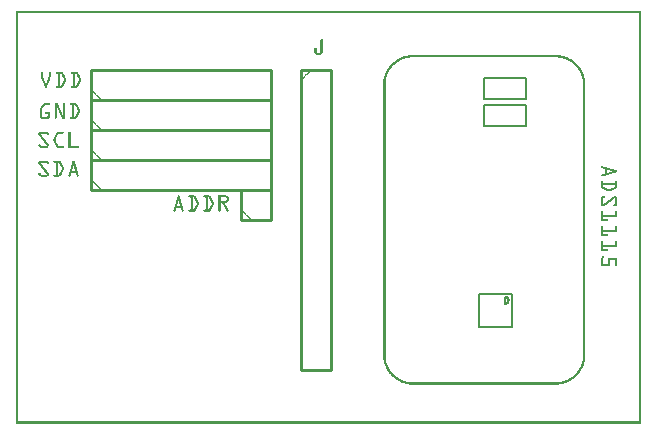
<source format=gto>
G04 MADE WITH FRITZING*
G04 WWW.FRITZING.ORG*
G04 DOUBLE SIDED*
G04 HOLES PLATED*
G04 CONTOUR ON CENTER OF CONTOUR VECTOR*
%ASAXBY*%
%FSLAX23Y23*%
%MOIN*%
%OFA0B0*%
%SFA1.0B1.0*%
%ADD10C,0.005000*%
%ADD11C,0.008000*%
%ADD12C,0.010000*%
%ADD13R,0.001000X0.001000*%
%LNSILK1*%
G90*
G70*
G54D10*
X1701Y1155D02*
X1701Y1084D01*
D02*
X1701Y1084D02*
X1559Y1084D01*
D02*
X1559Y1084D02*
X1559Y1155D01*
D02*
X1559Y1155D02*
X1701Y1155D01*
D02*
X1701Y1065D02*
X1701Y994D01*
D02*
X1701Y994D02*
X1559Y994D01*
D02*
X1559Y994D02*
X1559Y1065D01*
D02*
X1559Y1065D02*
X1701Y1065D01*
G54D11*
D02*
X1655Y325D02*
X1545Y325D01*
D02*
X1545Y325D02*
X1545Y435D01*
D02*
X1545Y435D02*
X1655Y435D01*
D02*
X1655Y435D02*
X1655Y325D01*
D02*
X1632Y399D02*
X1632Y423D01*
G54D12*
D02*
X950Y1180D02*
X950Y180D01*
D02*
X950Y180D02*
X1050Y180D01*
D02*
X1050Y180D02*
X1050Y1180D01*
D02*
X1050Y1180D02*
X950Y1180D01*
D02*
X750Y680D02*
X850Y680D01*
D02*
X850Y680D02*
X850Y780D01*
D02*
X850Y780D02*
X750Y780D01*
D02*
X750Y780D02*
X750Y680D01*
D02*
X250Y1080D02*
X850Y1080D01*
D02*
X850Y1080D02*
X850Y1180D01*
D02*
X850Y1180D02*
X250Y1180D01*
D02*
X250Y1180D02*
X250Y1080D01*
D02*
X250Y980D02*
X850Y980D01*
D02*
X850Y980D02*
X850Y1080D01*
D02*
X850Y1080D02*
X250Y1080D01*
D02*
X250Y1080D02*
X250Y980D01*
D02*
X250Y880D02*
X850Y880D01*
D02*
X850Y880D02*
X850Y980D01*
D02*
X850Y980D02*
X250Y980D01*
D02*
X250Y980D02*
X250Y880D01*
D02*
X250Y780D02*
X850Y780D01*
D02*
X850Y780D02*
X850Y880D01*
D02*
X850Y880D02*
X250Y880D01*
D02*
X250Y880D02*
X250Y780D01*
G54D13*
X0Y1378D02*
X2085Y1378D01*
X0Y1377D02*
X2085Y1377D01*
X0Y1376D02*
X2085Y1376D01*
X0Y1375D02*
X2085Y1375D01*
X0Y1374D02*
X2085Y1374D01*
X0Y1373D02*
X2085Y1373D01*
X0Y1372D02*
X2085Y1372D01*
X0Y1371D02*
X2085Y1371D01*
X0Y1370D02*
X7Y1370D01*
X2078Y1370D02*
X2085Y1370D01*
X0Y1369D02*
X7Y1369D01*
X2078Y1369D02*
X2085Y1369D01*
X0Y1368D02*
X7Y1368D01*
X2078Y1368D02*
X2085Y1368D01*
X0Y1367D02*
X7Y1367D01*
X2078Y1367D02*
X2085Y1367D01*
X0Y1366D02*
X7Y1366D01*
X2078Y1366D02*
X2085Y1366D01*
X0Y1365D02*
X7Y1365D01*
X2078Y1365D02*
X2085Y1365D01*
X0Y1364D02*
X7Y1364D01*
X2078Y1364D02*
X2085Y1364D01*
X0Y1363D02*
X7Y1363D01*
X2078Y1363D02*
X2085Y1363D01*
X0Y1362D02*
X7Y1362D01*
X2078Y1362D02*
X2085Y1362D01*
X0Y1361D02*
X7Y1361D01*
X2078Y1361D02*
X2085Y1361D01*
X0Y1360D02*
X7Y1360D01*
X2078Y1360D02*
X2085Y1360D01*
X0Y1359D02*
X7Y1359D01*
X2078Y1359D02*
X2085Y1359D01*
X0Y1358D02*
X7Y1358D01*
X2078Y1358D02*
X2085Y1358D01*
X0Y1357D02*
X7Y1357D01*
X2078Y1357D02*
X2085Y1357D01*
X0Y1356D02*
X7Y1356D01*
X2078Y1356D02*
X2085Y1356D01*
X0Y1355D02*
X7Y1355D01*
X2078Y1355D02*
X2085Y1355D01*
X0Y1354D02*
X7Y1354D01*
X2078Y1354D02*
X2085Y1354D01*
X0Y1353D02*
X7Y1353D01*
X2078Y1353D02*
X2085Y1353D01*
X0Y1352D02*
X7Y1352D01*
X2078Y1352D02*
X2085Y1352D01*
X0Y1351D02*
X7Y1351D01*
X2078Y1351D02*
X2085Y1351D01*
X0Y1350D02*
X7Y1350D01*
X2078Y1350D02*
X2085Y1350D01*
X0Y1349D02*
X7Y1349D01*
X2078Y1349D02*
X2085Y1349D01*
X0Y1348D02*
X7Y1348D01*
X2078Y1348D02*
X2085Y1348D01*
X0Y1347D02*
X7Y1347D01*
X2078Y1347D02*
X2085Y1347D01*
X0Y1346D02*
X7Y1346D01*
X2078Y1346D02*
X2085Y1346D01*
X0Y1345D02*
X7Y1345D01*
X2078Y1345D02*
X2085Y1345D01*
X0Y1344D02*
X7Y1344D01*
X2078Y1344D02*
X2085Y1344D01*
X0Y1343D02*
X7Y1343D01*
X2078Y1343D02*
X2085Y1343D01*
X0Y1342D02*
X7Y1342D01*
X2078Y1342D02*
X2085Y1342D01*
X0Y1341D02*
X7Y1341D01*
X2078Y1341D02*
X2085Y1341D01*
X0Y1340D02*
X7Y1340D01*
X2078Y1340D02*
X2085Y1340D01*
X0Y1339D02*
X7Y1339D01*
X2078Y1339D02*
X2085Y1339D01*
X0Y1338D02*
X7Y1338D01*
X2078Y1338D02*
X2085Y1338D01*
X0Y1337D02*
X7Y1337D01*
X2078Y1337D02*
X2085Y1337D01*
X0Y1336D02*
X7Y1336D01*
X2078Y1336D02*
X2085Y1336D01*
X0Y1335D02*
X7Y1335D01*
X2078Y1335D02*
X2085Y1335D01*
X0Y1334D02*
X7Y1334D01*
X2078Y1334D02*
X2085Y1334D01*
X0Y1333D02*
X7Y1333D01*
X2078Y1333D02*
X2085Y1333D01*
X0Y1332D02*
X7Y1332D01*
X2078Y1332D02*
X2085Y1332D01*
X0Y1331D02*
X7Y1331D01*
X2078Y1331D02*
X2085Y1331D01*
X0Y1330D02*
X7Y1330D01*
X2078Y1330D02*
X2085Y1330D01*
X0Y1329D02*
X7Y1329D01*
X2078Y1329D02*
X2085Y1329D01*
X0Y1328D02*
X7Y1328D01*
X2078Y1328D02*
X2085Y1328D01*
X0Y1327D02*
X7Y1327D01*
X2078Y1327D02*
X2085Y1327D01*
X0Y1326D02*
X7Y1326D01*
X2078Y1326D02*
X2085Y1326D01*
X0Y1325D02*
X7Y1325D01*
X2078Y1325D02*
X2085Y1325D01*
X0Y1324D02*
X7Y1324D01*
X2078Y1324D02*
X2085Y1324D01*
X0Y1323D02*
X7Y1323D01*
X2078Y1323D02*
X2085Y1323D01*
X0Y1322D02*
X7Y1322D01*
X2078Y1322D02*
X2085Y1322D01*
X0Y1321D02*
X7Y1321D01*
X2078Y1321D02*
X2085Y1321D01*
X0Y1320D02*
X7Y1320D01*
X2078Y1320D02*
X2085Y1320D01*
X0Y1319D02*
X7Y1319D01*
X2078Y1319D02*
X2085Y1319D01*
X0Y1318D02*
X7Y1318D01*
X2078Y1318D02*
X2085Y1318D01*
X0Y1317D02*
X7Y1317D01*
X2078Y1317D02*
X2085Y1317D01*
X0Y1316D02*
X7Y1316D01*
X2078Y1316D02*
X2085Y1316D01*
X0Y1315D02*
X7Y1315D01*
X2078Y1315D02*
X2085Y1315D01*
X0Y1314D02*
X7Y1314D01*
X2078Y1314D02*
X2085Y1314D01*
X0Y1313D02*
X7Y1313D01*
X2078Y1313D02*
X2085Y1313D01*
X0Y1312D02*
X7Y1312D01*
X2078Y1312D02*
X2085Y1312D01*
X0Y1311D02*
X7Y1311D01*
X2078Y1311D02*
X2085Y1311D01*
X0Y1310D02*
X7Y1310D01*
X2078Y1310D02*
X2085Y1310D01*
X0Y1309D02*
X7Y1309D01*
X2078Y1309D02*
X2085Y1309D01*
X0Y1308D02*
X7Y1308D01*
X2078Y1308D02*
X2085Y1308D01*
X0Y1307D02*
X7Y1307D01*
X2078Y1307D02*
X2085Y1307D01*
X0Y1306D02*
X7Y1306D01*
X2078Y1306D02*
X2085Y1306D01*
X0Y1305D02*
X7Y1305D01*
X2078Y1305D02*
X2085Y1305D01*
X0Y1304D02*
X7Y1304D01*
X2078Y1304D02*
X2085Y1304D01*
X0Y1303D02*
X7Y1303D01*
X2078Y1303D02*
X2085Y1303D01*
X0Y1302D02*
X7Y1302D01*
X2078Y1302D02*
X2085Y1302D01*
X0Y1301D02*
X7Y1301D01*
X2078Y1301D02*
X2085Y1301D01*
X0Y1300D02*
X7Y1300D01*
X2078Y1300D02*
X2085Y1300D01*
X0Y1299D02*
X7Y1299D01*
X2078Y1299D02*
X2085Y1299D01*
X0Y1298D02*
X7Y1298D01*
X2078Y1298D02*
X2085Y1298D01*
X0Y1297D02*
X7Y1297D01*
X2078Y1297D02*
X2085Y1297D01*
X0Y1296D02*
X7Y1296D01*
X2078Y1296D02*
X2085Y1296D01*
X0Y1295D02*
X7Y1295D01*
X2078Y1295D02*
X2085Y1295D01*
X0Y1294D02*
X7Y1294D01*
X2078Y1294D02*
X2085Y1294D01*
X0Y1293D02*
X7Y1293D01*
X2078Y1293D02*
X2085Y1293D01*
X0Y1292D02*
X7Y1292D01*
X2078Y1292D02*
X2085Y1292D01*
X0Y1291D02*
X7Y1291D01*
X2078Y1291D02*
X2085Y1291D01*
X0Y1290D02*
X7Y1290D01*
X2078Y1290D02*
X2085Y1290D01*
X0Y1289D02*
X7Y1289D01*
X2078Y1289D02*
X2085Y1289D01*
X0Y1288D02*
X7Y1288D01*
X2078Y1288D02*
X2085Y1288D01*
X0Y1287D02*
X7Y1287D01*
X2078Y1287D02*
X2085Y1287D01*
X0Y1286D02*
X7Y1286D01*
X2078Y1286D02*
X2085Y1286D01*
X0Y1285D02*
X7Y1285D01*
X2078Y1285D02*
X2085Y1285D01*
X0Y1284D02*
X7Y1284D01*
X2078Y1284D02*
X2085Y1284D01*
X0Y1283D02*
X7Y1283D01*
X1018Y1283D02*
X1021Y1283D01*
X2078Y1283D02*
X2085Y1283D01*
X0Y1282D02*
X7Y1282D01*
X1017Y1282D02*
X1022Y1282D01*
X2078Y1282D02*
X2085Y1282D01*
X0Y1281D02*
X7Y1281D01*
X1017Y1281D02*
X1022Y1281D01*
X2078Y1281D02*
X2085Y1281D01*
X0Y1280D02*
X7Y1280D01*
X1016Y1280D02*
X1022Y1280D01*
X2078Y1280D02*
X2085Y1280D01*
X0Y1279D02*
X7Y1279D01*
X1016Y1279D02*
X1022Y1279D01*
X2078Y1279D02*
X2085Y1279D01*
X0Y1278D02*
X7Y1278D01*
X1016Y1278D02*
X1022Y1278D01*
X2078Y1278D02*
X2085Y1278D01*
X0Y1277D02*
X7Y1277D01*
X1016Y1277D02*
X1022Y1277D01*
X2078Y1277D02*
X2085Y1277D01*
X0Y1276D02*
X7Y1276D01*
X1016Y1276D02*
X1022Y1276D01*
X2078Y1276D02*
X2085Y1276D01*
X0Y1275D02*
X7Y1275D01*
X1016Y1275D02*
X1022Y1275D01*
X2078Y1275D02*
X2085Y1275D01*
X0Y1274D02*
X7Y1274D01*
X1016Y1274D02*
X1022Y1274D01*
X2078Y1274D02*
X2085Y1274D01*
X0Y1273D02*
X7Y1273D01*
X1016Y1273D02*
X1022Y1273D01*
X2078Y1273D02*
X2085Y1273D01*
X0Y1272D02*
X7Y1272D01*
X1016Y1272D02*
X1022Y1272D01*
X2078Y1272D02*
X2085Y1272D01*
X0Y1271D02*
X7Y1271D01*
X1016Y1271D02*
X1022Y1271D01*
X2078Y1271D02*
X2085Y1271D01*
X0Y1270D02*
X7Y1270D01*
X1016Y1270D02*
X1022Y1270D01*
X2078Y1270D02*
X2085Y1270D01*
X0Y1269D02*
X7Y1269D01*
X1016Y1269D02*
X1022Y1269D01*
X2078Y1269D02*
X2085Y1269D01*
X0Y1268D02*
X7Y1268D01*
X1016Y1268D02*
X1022Y1268D01*
X2078Y1268D02*
X2085Y1268D01*
X0Y1267D02*
X7Y1267D01*
X1016Y1267D02*
X1022Y1267D01*
X2078Y1267D02*
X2085Y1267D01*
X0Y1266D02*
X7Y1266D01*
X1016Y1266D02*
X1022Y1266D01*
X2078Y1266D02*
X2085Y1266D01*
X0Y1265D02*
X7Y1265D01*
X1016Y1265D02*
X1022Y1265D01*
X2078Y1265D02*
X2085Y1265D01*
X0Y1264D02*
X7Y1264D01*
X1016Y1264D02*
X1022Y1264D01*
X2078Y1264D02*
X2085Y1264D01*
X0Y1263D02*
X7Y1263D01*
X1016Y1263D02*
X1022Y1263D01*
X2078Y1263D02*
X2085Y1263D01*
X0Y1262D02*
X7Y1262D01*
X1016Y1262D02*
X1022Y1262D01*
X2078Y1262D02*
X2085Y1262D01*
X0Y1261D02*
X7Y1261D01*
X1016Y1261D02*
X1022Y1261D01*
X2078Y1261D02*
X2085Y1261D01*
X0Y1260D02*
X7Y1260D01*
X1016Y1260D02*
X1022Y1260D01*
X2078Y1260D02*
X2085Y1260D01*
X0Y1259D02*
X7Y1259D01*
X1016Y1259D02*
X1022Y1259D01*
X2078Y1259D02*
X2085Y1259D01*
X0Y1258D02*
X7Y1258D01*
X1016Y1258D02*
X1022Y1258D01*
X2078Y1258D02*
X2085Y1258D01*
X0Y1257D02*
X7Y1257D01*
X1016Y1257D02*
X1022Y1257D01*
X2078Y1257D02*
X2085Y1257D01*
X0Y1256D02*
X7Y1256D01*
X1016Y1256D02*
X1022Y1256D01*
X2078Y1256D02*
X2085Y1256D01*
X0Y1255D02*
X7Y1255D01*
X1016Y1255D02*
X1022Y1255D01*
X2078Y1255D02*
X2085Y1255D01*
X0Y1254D02*
X7Y1254D01*
X998Y1254D02*
X1000Y1254D01*
X1016Y1254D02*
X1022Y1254D01*
X2078Y1254D02*
X2085Y1254D01*
X0Y1253D02*
X7Y1253D01*
X996Y1253D02*
X1001Y1253D01*
X1016Y1253D02*
X1022Y1253D01*
X2078Y1253D02*
X2085Y1253D01*
X0Y1252D02*
X7Y1252D01*
X996Y1252D02*
X1002Y1252D01*
X1016Y1252D02*
X1022Y1252D01*
X2078Y1252D02*
X2085Y1252D01*
X0Y1251D02*
X7Y1251D01*
X996Y1251D02*
X1002Y1251D01*
X1016Y1251D02*
X1022Y1251D01*
X2078Y1251D02*
X2085Y1251D01*
X0Y1250D02*
X7Y1250D01*
X996Y1250D02*
X1002Y1250D01*
X1016Y1250D02*
X1022Y1250D01*
X2078Y1250D02*
X2085Y1250D01*
X0Y1249D02*
X7Y1249D01*
X996Y1249D02*
X1002Y1249D01*
X1016Y1249D02*
X1022Y1249D01*
X2078Y1249D02*
X2085Y1249D01*
X0Y1248D02*
X7Y1248D01*
X996Y1248D02*
X1002Y1248D01*
X1016Y1248D02*
X1022Y1248D01*
X2078Y1248D02*
X2085Y1248D01*
X0Y1247D02*
X7Y1247D01*
X996Y1247D02*
X1002Y1247D01*
X1016Y1247D02*
X1022Y1247D01*
X2078Y1247D02*
X2085Y1247D01*
X0Y1246D02*
X7Y1246D01*
X996Y1246D02*
X1002Y1246D01*
X1016Y1246D02*
X1022Y1246D01*
X2078Y1246D02*
X2085Y1246D01*
X0Y1245D02*
X7Y1245D01*
X996Y1245D02*
X1002Y1245D01*
X1016Y1245D02*
X1022Y1245D01*
X2078Y1245D02*
X2085Y1245D01*
X0Y1244D02*
X7Y1244D01*
X996Y1244D02*
X1002Y1244D01*
X1016Y1244D02*
X1022Y1244D01*
X2078Y1244D02*
X2085Y1244D01*
X0Y1243D02*
X7Y1243D01*
X996Y1243D02*
X1002Y1243D01*
X1016Y1243D02*
X1022Y1243D01*
X2078Y1243D02*
X2085Y1243D01*
X0Y1242D02*
X7Y1242D01*
X996Y1242D02*
X1002Y1242D01*
X1016Y1242D02*
X1022Y1242D01*
X2078Y1242D02*
X2085Y1242D01*
X0Y1241D02*
X7Y1241D01*
X996Y1241D02*
X1002Y1241D01*
X1016Y1241D02*
X1022Y1241D01*
X2078Y1241D02*
X2085Y1241D01*
X0Y1240D02*
X7Y1240D01*
X996Y1240D02*
X1002Y1240D01*
X1016Y1240D02*
X1022Y1240D01*
X2078Y1240D02*
X2085Y1240D01*
X0Y1239D02*
X7Y1239D01*
X996Y1239D02*
X1002Y1239D01*
X1016Y1239D02*
X1022Y1239D01*
X2078Y1239D02*
X2085Y1239D01*
X0Y1238D02*
X7Y1238D01*
X996Y1238D02*
X1003Y1238D01*
X1015Y1238D02*
X1022Y1238D01*
X2078Y1238D02*
X2085Y1238D01*
X0Y1237D02*
X7Y1237D01*
X996Y1237D02*
X1005Y1237D01*
X1014Y1237D02*
X1022Y1237D01*
X2078Y1237D02*
X2085Y1237D01*
X0Y1236D02*
X7Y1236D01*
X997Y1236D02*
X1022Y1236D01*
X2078Y1236D02*
X2085Y1236D01*
X0Y1235D02*
X7Y1235D01*
X997Y1235D02*
X1021Y1235D01*
X2078Y1235D02*
X2085Y1235D01*
X0Y1234D02*
X7Y1234D01*
X998Y1234D02*
X1020Y1234D01*
X2078Y1234D02*
X2085Y1234D01*
X0Y1233D02*
X7Y1233D01*
X999Y1233D02*
X1019Y1233D01*
X2078Y1233D02*
X2085Y1233D01*
X0Y1232D02*
X7Y1232D01*
X1000Y1232D02*
X1018Y1232D01*
X2078Y1232D02*
X2085Y1232D01*
X0Y1231D02*
X7Y1231D01*
X1002Y1231D02*
X1017Y1231D01*
X2078Y1231D02*
X2085Y1231D01*
X0Y1230D02*
X7Y1230D01*
X1005Y1230D02*
X1014Y1230D01*
X1315Y1230D02*
X1808Y1230D01*
X2078Y1230D02*
X2085Y1230D01*
X0Y1229D02*
X7Y1229D01*
X1308Y1229D02*
X1816Y1229D01*
X2078Y1229D02*
X2085Y1229D01*
X0Y1228D02*
X7Y1228D01*
X1303Y1228D02*
X1820Y1228D01*
X2078Y1228D02*
X2085Y1228D01*
X0Y1227D02*
X7Y1227D01*
X1299Y1227D02*
X1824Y1227D01*
X2078Y1227D02*
X2085Y1227D01*
X0Y1226D02*
X7Y1226D01*
X1295Y1226D02*
X1828Y1226D01*
X2078Y1226D02*
X2085Y1226D01*
X0Y1225D02*
X7Y1225D01*
X1292Y1225D02*
X1831Y1225D01*
X2078Y1225D02*
X2085Y1225D01*
X0Y1224D02*
X7Y1224D01*
X1289Y1224D02*
X1834Y1224D01*
X2078Y1224D02*
X2085Y1224D01*
X0Y1223D02*
X7Y1223D01*
X1287Y1223D02*
X1836Y1223D01*
X2078Y1223D02*
X2085Y1223D01*
X0Y1222D02*
X7Y1222D01*
X1284Y1222D02*
X1314Y1222D01*
X1809Y1222D02*
X1839Y1222D01*
X2078Y1222D02*
X2085Y1222D01*
X0Y1221D02*
X7Y1221D01*
X1282Y1221D02*
X1307Y1221D01*
X1816Y1221D02*
X1841Y1221D01*
X2078Y1221D02*
X2085Y1221D01*
X0Y1220D02*
X7Y1220D01*
X1280Y1220D02*
X1302Y1220D01*
X1821Y1220D02*
X1843Y1220D01*
X2078Y1220D02*
X2085Y1220D01*
X0Y1219D02*
X7Y1219D01*
X1278Y1219D02*
X1298Y1219D01*
X1825Y1219D02*
X1845Y1219D01*
X2078Y1219D02*
X2085Y1219D01*
X0Y1218D02*
X7Y1218D01*
X1276Y1218D02*
X1295Y1218D01*
X1828Y1218D02*
X1847Y1218D01*
X2078Y1218D02*
X2085Y1218D01*
X0Y1217D02*
X7Y1217D01*
X1275Y1217D02*
X1292Y1217D01*
X1831Y1217D02*
X1849Y1217D01*
X2078Y1217D02*
X2085Y1217D01*
X0Y1216D02*
X7Y1216D01*
X1273Y1216D02*
X1289Y1216D01*
X1834Y1216D02*
X1850Y1216D01*
X2078Y1216D02*
X2085Y1216D01*
X0Y1215D02*
X7Y1215D01*
X1271Y1215D02*
X1287Y1215D01*
X1836Y1215D02*
X1852Y1215D01*
X2078Y1215D02*
X2085Y1215D01*
X0Y1214D02*
X7Y1214D01*
X1270Y1214D02*
X1285Y1214D01*
X1838Y1214D02*
X1853Y1214D01*
X2078Y1214D02*
X2085Y1214D01*
X0Y1213D02*
X7Y1213D01*
X1268Y1213D02*
X1283Y1213D01*
X1840Y1213D02*
X1855Y1213D01*
X2078Y1213D02*
X2085Y1213D01*
X0Y1212D02*
X7Y1212D01*
X1267Y1212D02*
X1281Y1212D01*
X1842Y1212D02*
X1856Y1212D01*
X2078Y1212D02*
X2085Y1212D01*
X0Y1211D02*
X7Y1211D01*
X1265Y1211D02*
X1279Y1211D01*
X1844Y1211D02*
X1858Y1211D01*
X2078Y1211D02*
X2085Y1211D01*
X0Y1210D02*
X7Y1210D01*
X1264Y1210D02*
X1277Y1210D01*
X1846Y1210D02*
X1859Y1210D01*
X2078Y1210D02*
X2085Y1210D01*
X0Y1209D02*
X7Y1209D01*
X1263Y1209D02*
X1276Y1209D01*
X1847Y1209D02*
X1860Y1209D01*
X2078Y1209D02*
X2085Y1209D01*
X0Y1208D02*
X7Y1208D01*
X1261Y1208D02*
X1274Y1208D01*
X1849Y1208D02*
X1862Y1208D01*
X2078Y1208D02*
X2085Y1208D01*
X0Y1207D02*
X7Y1207D01*
X1260Y1207D02*
X1272Y1207D01*
X1851Y1207D02*
X1863Y1207D01*
X2078Y1207D02*
X2085Y1207D01*
X0Y1206D02*
X7Y1206D01*
X1259Y1206D02*
X1271Y1206D01*
X1852Y1206D02*
X1864Y1206D01*
X2078Y1206D02*
X2085Y1206D01*
X0Y1205D02*
X7Y1205D01*
X1258Y1205D02*
X1270Y1205D01*
X1853Y1205D02*
X1865Y1205D01*
X2078Y1205D02*
X2085Y1205D01*
X0Y1204D02*
X7Y1204D01*
X1257Y1204D02*
X1268Y1204D01*
X1855Y1204D02*
X1866Y1204D01*
X2078Y1204D02*
X2085Y1204D01*
X0Y1203D02*
X7Y1203D01*
X1256Y1203D02*
X1267Y1203D01*
X1856Y1203D02*
X1867Y1203D01*
X2078Y1203D02*
X2085Y1203D01*
X0Y1202D02*
X7Y1202D01*
X1255Y1202D02*
X1266Y1202D01*
X1857Y1202D02*
X1868Y1202D01*
X2078Y1202D02*
X2085Y1202D01*
X0Y1201D02*
X7Y1201D01*
X1254Y1201D02*
X1265Y1201D01*
X1859Y1201D02*
X1869Y1201D01*
X2078Y1201D02*
X2085Y1201D01*
X0Y1200D02*
X7Y1200D01*
X1253Y1200D02*
X1263Y1200D01*
X1860Y1200D02*
X1870Y1200D01*
X2078Y1200D02*
X2085Y1200D01*
X0Y1199D02*
X7Y1199D01*
X1252Y1199D02*
X1262Y1199D01*
X1861Y1199D02*
X1871Y1199D01*
X2078Y1199D02*
X2085Y1199D01*
X0Y1198D02*
X7Y1198D01*
X1251Y1198D02*
X1261Y1198D01*
X1862Y1198D02*
X1872Y1198D01*
X2078Y1198D02*
X2085Y1198D01*
X0Y1197D02*
X7Y1197D01*
X1250Y1197D02*
X1260Y1197D01*
X1863Y1197D02*
X1873Y1197D01*
X2078Y1197D02*
X2085Y1197D01*
X0Y1196D02*
X7Y1196D01*
X1249Y1196D02*
X1259Y1196D01*
X1864Y1196D02*
X1874Y1196D01*
X2078Y1196D02*
X2085Y1196D01*
X0Y1195D02*
X7Y1195D01*
X1248Y1195D02*
X1258Y1195D01*
X1865Y1195D02*
X1875Y1195D01*
X2078Y1195D02*
X2085Y1195D01*
X0Y1194D02*
X7Y1194D01*
X1247Y1194D02*
X1257Y1194D01*
X1866Y1194D02*
X1876Y1194D01*
X2078Y1194D02*
X2085Y1194D01*
X0Y1193D02*
X7Y1193D01*
X1247Y1193D02*
X1256Y1193D01*
X1867Y1193D02*
X1877Y1193D01*
X2078Y1193D02*
X2085Y1193D01*
X0Y1192D02*
X7Y1192D01*
X1246Y1192D02*
X1255Y1192D01*
X1868Y1192D02*
X1877Y1192D01*
X2078Y1192D02*
X2085Y1192D01*
X0Y1191D02*
X7Y1191D01*
X1245Y1191D02*
X1254Y1191D01*
X1869Y1191D02*
X1878Y1191D01*
X2078Y1191D02*
X2085Y1191D01*
X0Y1190D02*
X7Y1190D01*
X1244Y1190D02*
X1253Y1190D01*
X1870Y1190D02*
X1879Y1190D01*
X2078Y1190D02*
X2085Y1190D01*
X0Y1189D02*
X7Y1189D01*
X1243Y1189D02*
X1253Y1189D01*
X1870Y1189D02*
X1880Y1189D01*
X2078Y1189D02*
X2085Y1189D01*
X0Y1188D02*
X7Y1188D01*
X1243Y1188D02*
X1252Y1188D01*
X1871Y1188D02*
X1880Y1188D01*
X2078Y1188D02*
X2085Y1188D01*
X0Y1187D02*
X7Y1187D01*
X1242Y1187D02*
X1251Y1187D01*
X1872Y1187D02*
X1881Y1187D01*
X2078Y1187D02*
X2085Y1187D01*
X0Y1186D02*
X7Y1186D01*
X1241Y1186D02*
X1250Y1186D01*
X1873Y1186D02*
X1882Y1186D01*
X2078Y1186D02*
X2085Y1186D01*
X0Y1185D02*
X7Y1185D01*
X1241Y1185D02*
X1250Y1185D01*
X1874Y1185D02*
X1882Y1185D01*
X2078Y1185D02*
X2085Y1185D01*
X0Y1184D02*
X7Y1184D01*
X1240Y1184D02*
X1249Y1184D01*
X1874Y1184D02*
X1883Y1184D01*
X2078Y1184D02*
X2085Y1184D01*
X0Y1183D02*
X7Y1183D01*
X1240Y1183D02*
X1248Y1183D01*
X1875Y1183D02*
X1884Y1183D01*
X2078Y1183D02*
X2085Y1183D01*
X0Y1182D02*
X7Y1182D01*
X1239Y1182D02*
X1247Y1182D01*
X1876Y1182D02*
X1884Y1182D01*
X2078Y1182D02*
X2085Y1182D01*
X0Y1181D02*
X7Y1181D01*
X982Y1181D02*
X983Y1181D01*
X1238Y1181D02*
X1247Y1181D01*
X1876Y1181D02*
X1885Y1181D01*
X2078Y1181D02*
X2085Y1181D01*
X0Y1180D02*
X7Y1180D01*
X981Y1180D02*
X984Y1180D01*
X1238Y1180D02*
X1246Y1180D01*
X1877Y1180D02*
X1885Y1180D01*
X2078Y1180D02*
X2085Y1180D01*
X0Y1179D02*
X7Y1179D01*
X980Y1179D02*
X985Y1179D01*
X1237Y1179D02*
X1245Y1179D01*
X1878Y1179D02*
X1886Y1179D01*
X2078Y1179D02*
X2085Y1179D01*
X0Y1178D02*
X7Y1178D01*
X979Y1178D02*
X985Y1178D01*
X1237Y1178D02*
X1245Y1178D01*
X1878Y1178D02*
X1886Y1178D01*
X2078Y1178D02*
X2085Y1178D01*
X0Y1177D02*
X7Y1177D01*
X978Y1177D02*
X984Y1177D01*
X1236Y1177D02*
X1244Y1177D01*
X1879Y1177D02*
X1887Y1177D01*
X2078Y1177D02*
X2085Y1177D01*
X0Y1176D02*
X7Y1176D01*
X977Y1176D02*
X983Y1176D01*
X1236Y1176D02*
X1244Y1176D01*
X1879Y1176D02*
X1887Y1176D01*
X2078Y1176D02*
X2085Y1176D01*
X0Y1175D02*
X7Y1175D01*
X976Y1175D02*
X982Y1175D01*
X1235Y1175D02*
X1243Y1175D01*
X1880Y1175D02*
X1888Y1175D01*
X2078Y1175D02*
X2085Y1175D01*
X0Y1174D02*
X7Y1174D01*
X85Y1174D02*
X88Y1174D01*
X112Y1174D02*
X116Y1174D01*
X135Y1174D02*
X152Y1174D01*
X185Y1174D02*
X202Y1174D01*
X975Y1174D02*
X981Y1174D01*
X1235Y1174D02*
X1242Y1174D01*
X1881Y1174D02*
X1888Y1174D01*
X2078Y1174D02*
X2085Y1174D01*
X0Y1173D02*
X7Y1173D01*
X84Y1173D02*
X89Y1173D01*
X111Y1173D02*
X116Y1173D01*
X134Y1173D02*
X154Y1173D01*
X184Y1173D02*
X204Y1173D01*
X974Y1173D02*
X980Y1173D01*
X1234Y1173D02*
X1242Y1173D01*
X1881Y1173D02*
X1889Y1173D01*
X2078Y1173D02*
X2085Y1173D01*
X0Y1172D02*
X7Y1172D01*
X83Y1172D02*
X89Y1172D01*
X111Y1172D02*
X117Y1172D01*
X133Y1172D02*
X156Y1172D01*
X183Y1172D02*
X206Y1172D01*
X973Y1172D02*
X979Y1172D01*
X1234Y1172D02*
X1241Y1172D01*
X1882Y1172D02*
X1889Y1172D01*
X2078Y1172D02*
X2085Y1172D01*
X0Y1171D02*
X7Y1171D01*
X83Y1171D02*
X89Y1171D01*
X111Y1171D02*
X117Y1171D01*
X133Y1171D02*
X157Y1171D01*
X183Y1171D02*
X207Y1171D01*
X972Y1171D02*
X978Y1171D01*
X1233Y1171D02*
X1241Y1171D01*
X1882Y1171D02*
X1890Y1171D01*
X2078Y1171D02*
X2085Y1171D01*
X0Y1170D02*
X7Y1170D01*
X83Y1170D02*
X89Y1170D01*
X111Y1170D02*
X117Y1170D01*
X134Y1170D02*
X157Y1170D01*
X184Y1170D02*
X207Y1170D01*
X971Y1170D02*
X977Y1170D01*
X1233Y1170D02*
X1240Y1170D01*
X1883Y1170D02*
X1890Y1170D01*
X2078Y1170D02*
X2085Y1170D01*
X0Y1169D02*
X7Y1169D01*
X83Y1169D02*
X89Y1169D01*
X111Y1169D02*
X117Y1169D01*
X134Y1169D02*
X158Y1169D01*
X184Y1169D02*
X208Y1169D01*
X970Y1169D02*
X976Y1169D01*
X1232Y1169D02*
X1240Y1169D01*
X1883Y1169D02*
X1891Y1169D01*
X2078Y1169D02*
X2085Y1169D01*
X0Y1168D02*
X7Y1168D01*
X83Y1168D02*
X89Y1168D01*
X111Y1168D02*
X117Y1168D01*
X136Y1168D02*
X159Y1168D01*
X186Y1168D02*
X209Y1168D01*
X969Y1168D02*
X975Y1168D01*
X1232Y1168D02*
X1240Y1168D01*
X1883Y1168D02*
X1891Y1168D01*
X2078Y1168D02*
X2085Y1168D01*
X0Y1167D02*
X7Y1167D01*
X83Y1167D02*
X89Y1167D01*
X111Y1167D02*
X117Y1167D01*
X140Y1167D02*
X146Y1167D01*
X152Y1167D02*
X159Y1167D01*
X190Y1167D02*
X196Y1167D01*
X202Y1167D02*
X209Y1167D01*
X968Y1167D02*
X974Y1167D01*
X1232Y1167D02*
X1239Y1167D01*
X1884Y1167D02*
X1892Y1167D01*
X2078Y1167D02*
X2085Y1167D01*
X0Y1166D02*
X7Y1166D01*
X83Y1166D02*
X89Y1166D01*
X111Y1166D02*
X117Y1166D01*
X140Y1166D02*
X146Y1166D01*
X153Y1166D02*
X160Y1166D01*
X190Y1166D02*
X196Y1166D01*
X203Y1166D02*
X210Y1166D01*
X967Y1166D02*
X973Y1166D01*
X1231Y1166D02*
X1239Y1166D01*
X1884Y1166D02*
X1892Y1166D01*
X2078Y1166D02*
X2085Y1166D01*
X0Y1165D02*
X7Y1165D01*
X83Y1165D02*
X89Y1165D01*
X111Y1165D02*
X117Y1165D01*
X140Y1165D02*
X146Y1165D01*
X153Y1165D02*
X160Y1165D01*
X190Y1165D02*
X196Y1165D01*
X203Y1165D02*
X210Y1165D01*
X966Y1165D02*
X972Y1165D01*
X1231Y1165D02*
X1238Y1165D01*
X1885Y1165D02*
X1892Y1165D01*
X2078Y1165D02*
X2085Y1165D01*
X0Y1164D02*
X7Y1164D01*
X83Y1164D02*
X89Y1164D01*
X111Y1164D02*
X117Y1164D01*
X140Y1164D02*
X146Y1164D01*
X154Y1164D02*
X161Y1164D01*
X190Y1164D02*
X196Y1164D01*
X204Y1164D02*
X211Y1164D01*
X965Y1164D02*
X970Y1164D01*
X1230Y1164D02*
X1238Y1164D01*
X1885Y1164D02*
X1893Y1164D01*
X2078Y1164D02*
X2085Y1164D01*
X0Y1163D02*
X7Y1163D01*
X83Y1163D02*
X89Y1163D01*
X111Y1163D02*
X117Y1163D01*
X140Y1163D02*
X146Y1163D01*
X154Y1163D02*
X161Y1163D01*
X190Y1163D02*
X196Y1163D01*
X204Y1163D02*
X211Y1163D01*
X964Y1163D02*
X969Y1163D01*
X1230Y1163D02*
X1237Y1163D01*
X1886Y1163D02*
X1893Y1163D01*
X2078Y1163D02*
X2085Y1163D01*
X0Y1162D02*
X7Y1162D01*
X83Y1162D02*
X89Y1162D01*
X111Y1162D02*
X117Y1162D01*
X140Y1162D02*
X146Y1162D01*
X155Y1162D02*
X162Y1162D01*
X190Y1162D02*
X196Y1162D01*
X205Y1162D02*
X212Y1162D01*
X963Y1162D02*
X968Y1162D01*
X1230Y1162D02*
X1237Y1162D01*
X1886Y1162D02*
X1893Y1162D01*
X2078Y1162D02*
X2085Y1162D01*
X0Y1161D02*
X7Y1161D01*
X83Y1161D02*
X89Y1161D01*
X111Y1161D02*
X117Y1161D01*
X140Y1161D02*
X146Y1161D01*
X155Y1161D02*
X162Y1161D01*
X190Y1161D02*
X196Y1161D01*
X205Y1161D02*
X212Y1161D01*
X962Y1161D02*
X967Y1161D01*
X1229Y1161D02*
X1237Y1161D01*
X1886Y1161D02*
X1894Y1161D01*
X2078Y1161D02*
X2085Y1161D01*
X0Y1160D02*
X7Y1160D01*
X83Y1160D02*
X89Y1160D01*
X111Y1160D02*
X117Y1160D01*
X140Y1160D02*
X146Y1160D01*
X156Y1160D02*
X163Y1160D01*
X190Y1160D02*
X196Y1160D01*
X206Y1160D02*
X213Y1160D01*
X961Y1160D02*
X966Y1160D01*
X1229Y1160D02*
X1236Y1160D01*
X1887Y1160D02*
X1894Y1160D01*
X2078Y1160D02*
X2085Y1160D01*
X0Y1159D02*
X7Y1159D01*
X83Y1159D02*
X90Y1159D01*
X110Y1159D02*
X117Y1159D01*
X140Y1159D02*
X146Y1159D01*
X156Y1159D02*
X163Y1159D01*
X190Y1159D02*
X196Y1159D01*
X206Y1159D02*
X213Y1159D01*
X960Y1159D02*
X965Y1159D01*
X1229Y1159D02*
X1236Y1159D01*
X1887Y1159D02*
X1894Y1159D01*
X2078Y1159D02*
X2085Y1159D01*
X0Y1158D02*
X7Y1158D01*
X84Y1158D02*
X90Y1158D01*
X110Y1158D02*
X117Y1158D01*
X140Y1158D02*
X146Y1158D01*
X157Y1158D02*
X164Y1158D01*
X190Y1158D02*
X196Y1158D01*
X207Y1158D02*
X214Y1158D01*
X959Y1158D02*
X964Y1158D01*
X1229Y1158D02*
X1236Y1158D01*
X1887Y1158D02*
X1895Y1158D01*
X2078Y1158D02*
X2085Y1158D01*
X0Y1157D02*
X7Y1157D01*
X84Y1157D02*
X91Y1157D01*
X110Y1157D02*
X116Y1157D01*
X140Y1157D02*
X146Y1157D01*
X157Y1157D02*
X164Y1157D01*
X190Y1157D02*
X196Y1157D01*
X207Y1157D02*
X214Y1157D01*
X958Y1157D02*
X964Y1157D01*
X1228Y1157D02*
X1235Y1157D01*
X1888Y1157D02*
X1895Y1157D01*
X2078Y1157D02*
X2085Y1157D01*
X0Y1156D02*
X7Y1156D01*
X84Y1156D02*
X91Y1156D01*
X109Y1156D02*
X116Y1156D01*
X140Y1156D02*
X146Y1156D01*
X158Y1156D02*
X165Y1156D01*
X190Y1156D02*
X196Y1156D01*
X208Y1156D02*
X215Y1156D01*
X957Y1156D02*
X963Y1156D01*
X1228Y1156D02*
X1235Y1156D01*
X1888Y1156D02*
X1895Y1156D01*
X2078Y1156D02*
X2085Y1156D01*
X0Y1155D02*
X7Y1155D01*
X85Y1155D02*
X91Y1155D01*
X109Y1155D02*
X115Y1155D01*
X140Y1155D02*
X146Y1155D01*
X158Y1155D02*
X165Y1155D01*
X190Y1155D02*
X196Y1155D01*
X208Y1155D02*
X215Y1155D01*
X956Y1155D02*
X962Y1155D01*
X1228Y1155D02*
X1235Y1155D01*
X1888Y1155D02*
X1895Y1155D01*
X2078Y1155D02*
X2085Y1155D01*
X0Y1154D02*
X7Y1154D01*
X85Y1154D02*
X92Y1154D01*
X109Y1154D02*
X115Y1154D01*
X140Y1154D02*
X146Y1154D01*
X159Y1154D02*
X166Y1154D01*
X190Y1154D02*
X196Y1154D01*
X209Y1154D02*
X216Y1154D01*
X955Y1154D02*
X961Y1154D01*
X1227Y1154D02*
X1235Y1154D01*
X1889Y1154D02*
X1896Y1154D01*
X2078Y1154D02*
X2085Y1154D01*
X0Y1153D02*
X7Y1153D01*
X86Y1153D02*
X92Y1153D01*
X108Y1153D02*
X115Y1153D01*
X140Y1153D02*
X146Y1153D01*
X159Y1153D02*
X166Y1153D01*
X190Y1153D02*
X196Y1153D01*
X209Y1153D02*
X216Y1153D01*
X954Y1153D02*
X960Y1153D01*
X1227Y1153D02*
X1234Y1153D01*
X1889Y1153D02*
X1896Y1153D01*
X2078Y1153D02*
X2085Y1153D01*
X0Y1152D02*
X7Y1152D01*
X86Y1152D02*
X93Y1152D01*
X108Y1152D02*
X114Y1152D01*
X140Y1152D02*
X146Y1152D01*
X160Y1152D02*
X166Y1152D01*
X190Y1152D02*
X196Y1152D01*
X210Y1152D02*
X216Y1152D01*
X953Y1152D02*
X959Y1152D01*
X1227Y1152D02*
X1234Y1152D01*
X1889Y1152D02*
X1896Y1152D01*
X2078Y1152D02*
X2085Y1152D01*
X0Y1151D02*
X7Y1151D01*
X86Y1151D02*
X93Y1151D01*
X107Y1151D02*
X114Y1151D01*
X140Y1151D02*
X146Y1151D01*
X160Y1151D02*
X167Y1151D01*
X190Y1151D02*
X196Y1151D01*
X210Y1151D02*
X217Y1151D01*
X952Y1151D02*
X958Y1151D01*
X1227Y1151D02*
X1234Y1151D01*
X1889Y1151D02*
X1896Y1151D01*
X2078Y1151D02*
X2085Y1151D01*
X0Y1150D02*
X7Y1150D01*
X87Y1150D02*
X93Y1150D01*
X107Y1150D02*
X114Y1150D01*
X140Y1150D02*
X146Y1150D01*
X161Y1150D02*
X167Y1150D01*
X190Y1150D02*
X196Y1150D01*
X211Y1150D02*
X217Y1150D01*
X951Y1150D02*
X957Y1150D01*
X1227Y1150D02*
X1234Y1150D01*
X1889Y1150D02*
X1897Y1150D01*
X2078Y1150D02*
X2085Y1150D01*
X0Y1149D02*
X7Y1149D01*
X87Y1149D02*
X94Y1149D01*
X107Y1149D02*
X113Y1149D01*
X140Y1149D02*
X146Y1149D01*
X161Y1149D02*
X167Y1149D01*
X190Y1149D02*
X196Y1149D01*
X211Y1149D02*
X217Y1149D01*
X950Y1149D02*
X956Y1149D01*
X1226Y1149D02*
X1233Y1149D01*
X1890Y1149D02*
X1897Y1149D01*
X2078Y1149D02*
X2085Y1149D01*
X0Y1148D02*
X7Y1148D01*
X88Y1148D02*
X94Y1148D01*
X106Y1148D02*
X113Y1148D01*
X140Y1148D02*
X146Y1148D01*
X161Y1148D02*
X167Y1148D01*
X190Y1148D02*
X196Y1148D01*
X211Y1148D02*
X217Y1148D01*
X949Y1148D02*
X955Y1148D01*
X1226Y1148D02*
X1233Y1148D01*
X1890Y1148D02*
X1897Y1148D01*
X2078Y1148D02*
X2085Y1148D01*
X0Y1147D02*
X7Y1147D01*
X88Y1147D02*
X95Y1147D01*
X106Y1147D02*
X112Y1147D01*
X140Y1147D02*
X146Y1147D01*
X161Y1147D02*
X167Y1147D01*
X190Y1147D02*
X196Y1147D01*
X211Y1147D02*
X217Y1147D01*
X948Y1147D02*
X954Y1147D01*
X1226Y1147D02*
X1233Y1147D01*
X1890Y1147D02*
X1897Y1147D01*
X2078Y1147D02*
X2085Y1147D01*
X0Y1146D02*
X7Y1146D01*
X88Y1146D02*
X95Y1146D01*
X105Y1146D02*
X112Y1146D01*
X140Y1146D02*
X146Y1146D01*
X161Y1146D02*
X167Y1146D01*
X190Y1146D02*
X196Y1146D01*
X211Y1146D02*
X217Y1146D01*
X949Y1146D02*
X953Y1146D01*
X1226Y1146D02*
X1233Y1146D01*
X1890Y1146D02*
X1897Y1146D01*
X2078Y1146D02*
X2085Y1146D01*
X0Y1145D02*
X7Y1145D01*
X89Y1145D02*
X95Y1145D01*
X105Y1145D02*
X112Y1145D01*
X140Y1145D02*
X146Y1145D01*
X160Y1145D02*
X167Y1145D01*
X190Y1145D02*
X196Y1145D01*
X210Y1145D02*
X217Y1145D01*
X950Y1145D02*
X952Y1145D01*
X1226Y1145D02*
X1233Y1145D01*
X1890Y1145D02*
X1897Y1145D01*
X2078Y1145D02*
X2085Y1145D01*
X0Y1144D02*
X7Y1144D01*
X89Y1144D02*
X96Y1144D01*
X105Y1144D02*
X111Y1144D01*
X140Y1144D02*
X146Y1144D01*
X160Y1144D02*
X166Y1144D01*
X190Y1144D02*
X196Y1144D01*
X210Y1144D02*
X216Y1144D01*
X951Y1144D02*
X951Y1144D01*
X1226Y1144D02*
X1233Y1144D01*
X1891Y1144D02*
X1898Y1144D01*
X2078Y1144D02*
X2085Y1144D01*
X0Y1143D02*
X7Y1143D01*
X90Y1143D02*
X96Y1143D01*
X104Y1143D02*
X111Y1143D01*
X140Y1143D02*
X146Y1143D01*
X160Y1143D02*
X166Y1143D01*
X190Y1143D02*
X196Y1143D01*
X210Y1143D02*
X216Y1143D01*
X1225Y1143D02*
X1232Y1143D01*
X1891Y1143D02*
X1898Y1143D01*
X2078Y1143D02*
X2085Y1143D01*
X0Y1142D02*
X7Y1142D01*
X90Y1142D02*
X97Y1142D01*
X104Y1142D02*
X110Y1142D01*
X140Y1142D02*
X146Y1142D01*
X159Y1142D02*
X166Y1142D01*
X190Y1142D02*
X196Y1142D01*
X209Y1142D02*
X216Y1142D01*
X1225Y1142D02*
X1232Y1142D01*
X1891Y1142D02*
X1898Y1142D01*
X2078Y1142D02*
X2085Y1142D01*
X0Y1141D02*
X7Y1141D01*
X90Y1141D02*
X97Y1141D01*
X103Y1141D02*
X110Y1141D01*
X140Y1141D02*
X146Y1141D01*
X159Y1141D02*
X165Y1141D01*
X190Y1141D02*
X196Y1141D01*
X209Y1141D02*
X215Y1141D01*
X1225Y1141D02*
X1232Y1141D01*
X1891Y1141D02*
X1898Y1141D01*
X2078Y1141D02*
X2085Y1141D01*
X0Y1140D02*
X7Y1140D01*
X91Y1140D02*
X97Y1140D01*
X103Y1140D02*
X110Y1140D01*
X140Y1140D02*
X146Y1140D01*
X158Y1140D02*
X165Y1140D01*
X190Y1140D02*
X196Y1140D01*
X208Y1140D02*
X215Y1140D01*
X1225Y1140D02*
X1232Y1140D01*
X1891Y1140D02*
X1898Y1140D01*
X2078Y1140D02*
X2085Y1140D01*
X0Y1139D02*
X7Y1139D01*
X91Y1139D02*
X98Y1139D01*
X103Y1139D02*
X109Y1139D01*
X140Y1139D02*
X146Y1139D01*
X158Y1139D02*
X164Y1139D01*
X190Y1139D02*
X196Y1139D01*
X208Y1139D02*
X214Y1139D01*
X1225Y1139D02*
X1232Y1139D01*
X1891Y1139D02*
X1898Y1139D01*
X2078Y1139D02*
X2085Y1139D01*
X0Y1138D02*
X7Y1138D01*
X91Y1138D02*
X98Y1138D01*
X102Y1138D02*
X109Y1138D01*
X140Y1138D02*
X146Y1138D01*
X157Y1138D02*
X164Y1138D01*
X190Y1138D02*
X196Y1138D01*
X207Y1138D02*
X214Y1138D01*
X1225Y1138D02*
X1232Y1138D01*
X1891Y1138D02*
X1898Y1138D01*
X2078Y1138D02*
X2085Y1138D01*
X0Y1137D02*
X7Y1137D01*
X92Y1137D02*
X98Y1137D01*
X102Y1137D02*
X108Y1137D01*
X140Y1137D02*
X146Y1137D01*
X157Y1137D02*
X163Y1137D01*
X190Y1137D02*
X196Y1137D01*
X207Y1137D02*
X213Y1137D01*
X1225Y1137D02*
X1232Y1137D01*
X1891Y1137D02*
X1898Y1137D01*
X2078Y1137D02*
X2085Y1137D01*
X0Y1136D02*
X7Y1136D01*
X92Y1136D02*
X99Y1136D01*
X101Y1136D02*
X108Y1136D01*
X140Y1136D02*
X146Y1136D01*
X156Y1136D02*
X163Y1136D01*
X190Y1136D02*
X196Y1136D01*
X206Y1136D02*
X213Y1136D01*
X1225Y1136D02*
X1232Y1136D01*
X1891Y1136D02*
X1898Y1136D01*
X2078Y1136D02*
X2085Y1136D01*
X0Y1135D02*
X7Y1135D01*
X93Y1135D02*
X99Y1135D01*
X101Y1135D02*
X108Y1135D01*
X140Y1135D02*
X146Y1135D01*
X156Y1135D02*
X162Y1135D01*
X190Y1135D02*
X196Y1135D01*
X206Y1135D02*
X212Y1135D01*
X1225Y1135D02*
X1232Y1135D01*
X1891Y1135D02*
X1898Y1135D01*
X2078Y1135D02*
X2085Y1135D01*
X0Y1134D02*
X7Y1134D01*
X93Y1134D02*
X107Y1134D01*
X140Y1134D02*
X146Y1134D01*
X155Y1134D02*
X162Y1134D01*
X190Y1134D02*
X196Y1134D01*
X205Y1134D02*
X212Y1134D01*
X1225Y1134D02*
X1232Y1134D01*
X1891Y1134D02*
X1898Y1134D01*
X2078Y1134D02*
X2085Y1134D01*
X0Y1133D02*
X7Y1133D01*
X93Y1133D02*
X107Y1133D01*
X140Y1133D02*
X146Y1133D01*
X155Y1133D02*
X161Y1133D01*
X190Y1133D02*
X196Y1133D01*
X204Y1133D02*
X211Y1133D01*
X1225Y1133D02*
X1232Y1133D01*
X1891Y1133D02*
X1898Y1133D01*
X2078Y1133D02*
X2085Y1133D01*
X0Y1132D02*
X7Y1132D01*
X94Y1132D02*
X106Y1132D01*
X140Y1132D02*
X146Y1132D01*
X154Y1132D02*
X161Y1132D01*
X190Y1132D02*
X196Y1132D01*
X204Y1132D02*
X211Y1132D01*
X1225Y1132D02*
X1232Y1132D01*
X1891Y1132D02*
X1898Y1132D01*
X2078Y1132D02*
X2085Y1132D01*
X0Y1131D02*
X7Y1131D01*
X94Y1131D02*
X106Y1131D01*
X140Y1131D02*
X146Y1131D01*
X153Y1131D02*
X160Y1131D01*
X190Y1131D02*
X196Y1131D01*
X203Y1131D02*
X210Y1131D01*
X1225Y1131D02*
X1232Y1131D01*
X1891Y1131D02*
X1898Y1131D01*
X2078Y1131D02*
X2085Y1131D01*
X0Y1130D02*
X7Y1130D01*
X95Y1130D02*
X106Y1130D01*
X140Y1130D02*
X146Y1130D01*
X153Y1130D02*
X160Y1130D01*
X190Y1130D02*
X196Y1130D01*
X203Y1130D02*
X210Y1130D01*
X1225Y1130D02*
X1232Y1130D01*
X1891Y1130D02*
X1898Y1130D01*
X2078Y1130D02*
X2085Y1130D01*
X0Y1129D02*
X7Y1129D01*
X95Y1129D02*
X105Y1129D01*
X140Y1129D02*
X146Y1129D01*
X152Y1129D02*
X159Y1129D01*
X190Y1129D02*
X196Y1129D01*
X202Y1129D02*
X209Y1129D01*
X1225Y1129D02*
X1232Y1129D01*
X1891Y1129D02*
X1898Y1129D01*
X2078Y1129D02*
X2085Y1129D01*
X0Y1128D02*
X7Y1128D01*
X95Y1128D02*
X105Y1128D01*
X140Y1128D02*
X146Y1128D01*
X151Y1128D02*
X159Y1128D01*
X190Y1128D02*
X196Y1128D01*
X201Y1128D02*
X209Y1128D01*
X1225Y1128D02*
X1232Y1128D01*
X1891Y1128D02*
X1898Y1128D01*
X2078Y1128D02*
X2085Y1128D01*
X0Y1127D02*
X7Y1127D01*
X96Y1127D02*
X105Y1127D01*
X135Y1127D02*
X158Y1127D01*
X185Y1127D02*
X208Y1127D01*
X1225Y1127D02*
X1232Y1127D01*
X1891Y1127D02*
X1898Y1127D01*
X2078Y1127D02*
X2085Y1127D01*
X0Y1126D02*
X7Y1126D01*
X96Y1126D02*
X104Y1126D01*
X134Y1126D02*
X158Y1126D01*
X184Y1126D02*
X208Y1126D01*
X1225Y1126D02*
X1232Y1126D01*
X1891Y1126D02*
X1898Y1126D01*
X2078Y1126D02*
X2085Y1126D01*
X0Y1125D02*
X7Y1125D01*
X97Y1125D02*
X104Y1125D01*
X134Y1125D02*
X157Y1125D01*
X183Y1125D02*
X207Y1125D01*
X1225Y1125D02*
X1232Y1125D01*
X1891Y1125D02*
X1898Y1125D01*
X2078Y1125D02*
X2085Y1125D01*
X0Y1124D02*
X7Y1124D01*
X97Y1124D02*
X103Y1124D01*
X133Y1124D02*
X157Y1124D01*
X183Y1124D02*
X206Y1124D01*
X1225Y1124D02*
X1232Y1124D01*
X1891Y1124D02*
X1898Y1124D01*
X2078Y1124D02*
X2085Y1124D01*
X0Y1123D02*
X7Y1123D01*
X97Y1123D02*
X103Y1123D01*
X134Y1123D02*
X155Y1123D01*
X184Y1123D02*
X205Y1123D01*
X1225Y1123D02*
X1232Y1123D01*
X1891Y1123D02*
X1898Y1123D01*
X2078Y1123D02*
X2085Y1123D01*
X0Y1122D02*
X7Y1122D01*
X98Y1122D02*
X102Y1122D01*
X134Y1122D02*
X154Y1122D01*
X184Y1122D02*
X204Y1122D01*
X1225Y1122D02*
X1232Y1122D01*
X1891Y1122D02*
X1898Y1122D01*
X2078Y1122D02*
X2085Y1122D01*
X0Y1121D02*
X7Y1121D01*
X99Y1121D02*
X101Y1121D01*
X135Y1121D02*
X151Y1121D01*
X185Y1121D02*
X201Y1121D01*
X1225Y1121D02*
X1232Y1121D01*
X1891Y1121D02*
X1898Y1121D01*
X2078Y1121D02*
X2085Y1121D01*
X0Y1120D02*
X7Y1120D01*
X1225Y1120D02*
X1232Y1120D01*
X1891Y1120D02*
X1898Y1120D01*
X2078Y1120D02*
X2085Y1120D01*
X0Y1119D02*
X7Y1119D01*
X1225Y1119D02*
X1232Y1119D01*
X1891Y1119D02*
X1898Y1119D01*
X2078Y1119D02*
X2085Y1119D01*
X0Y1118D02*
X7Y1118D01*
X1225Y1118D02*
X1232Y1118D01*
X1891Y1118D02*
X1898Y1118D01*
X2078Y1118D02*
X2085Y1118D01*
X0Y1117D02*
X7Y1117D01*
X251Y1117D02*
X251Y1117D01*
X1225Y1117D02*
X1232Y1117D01*
X1891Y1117D02*
X1898Y1117D01*
X2078Y1117D02*
X2085Y1117D01*
X0Y1116D02*
X7Y1116D01*
X250Y1116D02*
X252Y1116D01*
X1225Y1116D02*
X1232Y1116D01*
X1891Y1116D02*
X1898Y1116D01*
X2078Y1116D02*
X2085Y1116D01*
X0Y1115D02*
X7Y1115D01*
X249Y1115D02*
X253Y1115D01*
X1225Y1115D02*
X1232Y1115D01*
X1891Y1115D02*
X1898Y1115D01*
X2078Y1115D02*
X2085Y1115D01*
X0Y1114D02*
X7Y1114D01*
X248Y1114D02*
X254Y1114D01*
X1225Y1114D02*
X1232Y1114D01*
X1891Y1114D02*
X1898Y1114D01*
X2078Y1114D02*
X2085Y1114D01*
X0Y1113D02*
X7Y1113D01*
X249Y1113D02*
X255Y1113D01*
X1225Y1113D02*
X1232Y1113D01*
X1891Y1113D02*
X1898Y1113D01*
X2078Y1113D02*
X2085Y1113D01*
X0Y1112D02*
X7Y1112D01*
X250Y1112D02*
X256Y1112D01*
X1225Y1112D02*
X1232Y1112D01*
X1891Y1112D02*
X1898Y1112D01*
X2078Y1112D02*
X2085Y1112D01*
X0Y1111D02*
X7Y1111D01*
X251Y1111D02*
X257Y1111D01*
X1225Y1111D02*
X1232Y1111D01*
X1891Y1111D02*
X1898Y1111D01*
X2078Y1111D02*
X2085Y1111D01*
X0Y1110D02*
X7Y1110D01*
X252Y1110D02*
X258Y1110D01*
X1225Y1110D02*
X1232Y1110D01*
X1891Y1110D02*
X1898Y1110D01*
X2078Y1110D02*
X2085Y1110D01*
X0Y1109D02*
X7Y1109D01*
X253Y1109D02*
X259Y1109D01*
X1225Y1109D02*
X1232Y1109D01*
X1891Y1109D02*
X1898Y1109D01*
X2078Y1109D02*
X2085Y1109D01*
X0Y1108D02*
X7Y1108D01*
X254Y1108D02*
X260Y1108D01*
X1225Y1108D02*
X1232Y1108D01*
X1891Y1108D02*
X1898Y1108D01*
X2078Y1108D02*
X2085Y1108D01*
X0Y1107D02*
X7Y1107D01*
X255Y1107D02*
X261Y1107D01*
X1225Y1107D02*
X1232Y1107D01*
X1891Y1107D02*
X1898Y1107D01*
X2078Y1107D02*
X2085Y1107D01*
X0Y1106D02*
X7Y1106D01*
X256Y1106D02*
X262Y1106D01*
X1225Y1106D02*
X1232Y1106D01*
X1891Y1106D02*
X1898Y1106D01*
X2078Y1106D02*
X2085Y1106D01*
X0Y1105D02*
X7Y1105D01*
X257Y1105D02*
X263Y1105D01*
X1225Y1105D02*
X1232Y1105D01*
X1891Y1105D02*
X1898Y1105D01*
X2078Y1105D02*
X2085Y1105D01*
X0Y1104D02*
X7Y1104D01*
X258Y1104D02*
X264Y1104D01*
X1225Y1104D02*
X1232Y1104D01*
X1891Y1104D02*
X1898Y1104D01*
X2078Y1104D02*
X2085Y1104D01*
X0Y1103D02*
X7Y1103D01*
X259Y1103D02*
X265Y1103D01*
X1225Y1103D02*
X1232Y1103D01*
X1891Y1103D02*
X1898Y1103D01*
X2078Y1103D02*
X2085Y1103D01*
X0Y1102D02*
X7Y1102D01*
X260Y1102D02*
X266Y1102D01*
X1225Y1102D02*
X1232Y1102D01*
X1891Y1102D02*
X1898Y1102D01*
X2078Y1102D02*
X2085Y1102D01*
X0Y1101D02*
X7Y1101D01*
X261Y1101D02*
X266Y1101D01*
X1225Y1101D02*
X1232Y1101D01*
X1891Y1101D02*
X1898Y1101D01*
X2078Y1101D02*
X2085Y1101D01*
X0Y1100D02*
X7Y1100D01*
X262Y1100D02*
X267Y1100D01*
X1225Y1100D02*
X1232Y1100D01*
X1891Y1100D02*
X1898Y1100D01*
X2078Y1100D02*
X2085Y1100D01*
X0Y1099D02*
X7Y1099D01*
X263Y1099D02*
X268Y1099D01*
X1225Y1099D02*
X1232Y1099D01*
X1891Y1099D02*
X1898Y1099D01*
X2078Y1099D02*
X2085Y1099D01*
X0Y1098D02*
X7Y1098D01*
X264Y1098D02*
X269Y1098D01*
X1225Y1098D02*
X1232Y1098D01*
X1891Y1098D02*
X1898Y1098D01*
X2078Y1098D02*
X2085Y1098D01*
X0Y1097D02*
X7Y1097D01*
X265Y1097D02*
X271Y1097D01*
X1225Y1097D02*
X1232Y1097D01*
X1891Y1097D02*
X1898Y1097D01*
X2078Y1097D02*
X2085Y1097D01*
X0Y1096D02*
X7Y1096D01*
X266Y1096D02*
X272Y1096D01*
X1225Y1096D02*
X1232Y1096D01*
X1891Y1096D02*
X1898Y1096D01*
X2078Y1096D02*
X2085Y1096D01*
X0Y1095D02*
X7Y1095D01*
X267Y1095D02*
X273Y1095D01*
X1225Y1095D02*
X1232Y1095D01*
X1891Y1095D02*
X1898Y1095D01*
X2078Y1095D02*
X2085Y1095D01*
X0Y1094D02*
X7Y1094D01*
X268Y1094D02*
X274Y1094D01*
X1225Y1094D02*
X1232Y1094D01*
X1891Y1094D02*
X1898Y1094D01*
X2078Y1094D02*
X2085Y1094D01*
X0Y1093D02*
X7Y1093D01*
X269Y1093D02*
X275Y1093D01*
X1225Y1093D02*
X1232Y1093D01*
X1891Y1093D02*
X1898Y1093D01*
X2078Y1093D02*
X2085Y1093D01*
X0Y1092D02*
X7Y1092D01*
X270Y1092D02*
X276Y1092D01*
X1225Y1092D02*
X1232Y1092D01*
X1891Y1092D02*
X1898Y1092D01*
X2078Y1092D02*
X2085Y1092D01*
X0Y1091D02*
X7Y1091D01*
X271Y1091D02*
X277Y1091D01*
X1225Y1091D02*
X1232Y1091D01*
X1891Y1091D02*
X1898Y1091D01*
X2078Y1091D02*
X2085Y1091D01*
X0Y1090D02*
X7Y1090D01*
X272Y1090D02*
X278Y1090D01*
X1225Y1090D02*
X1232Y1090D01*
X1891Y1090D02*
X1898Y1090D01*
X2078Y1090D02*
X2085Y1090D01*
X0Y1089D02*
X7Y1089D01*
X273Y1089D02*
X279Y1089D01*
X1225Y1089D02*
X1232Y1089D01*
X1891Y1089D02*
X1898Y1089D01*
X2078Y1089D02*
X2085Y1089D01*
X0Y1088D02*
X7Y1088D01*
X274Y1088D02*
X280Y1088D01*
X1225Y1088D02*
X1232Y1088D01*
X1891Y1088D02*
X1898Y1088D01*
X2078Y1088D02*
X2085Y1088D01*
X0Y1087D02*
X7Y1087D01*
X275Y1087D02*
X281Y1087D01*
X1225Y1087D02*
X1232Y1087D01*
X1891Y1087D02*
X1898Y1087D01*
X2078Y1087D02*
X2085Y1087D01*
X0Y1086D02*
X7Y1086D01*
X276Y1086D02*
X282Y1086D01*
X1225Y1086D02*
X1232Y1086D01*
X1891Y1086D02*
X1898Y1086D01*
X2078Y1086D02*
X2085Y1086D01*
X0Y1085D02*
X7Y1085D01*
X277Y1085D02*
X283Y1085D01*
X1225Y1085D02*
X1232Y1085D01*
X1891Y1085D02*
X1898Y1085D01*
X2078Y1085D02*
X2085Y1085D01*
X0Y1084D02*
X7Y1084D01*
X278Y1084D02*
X284Y1084D01*
X1225Y1084D02*
X1232Y1084D01*
X1891Y1084D02*
X1898Y1084D01*
X2078Y1084D02*
X2085Y1084D01*
X0Y1083D02*
X7Y1083D01*
X279Y1083D02*
X285Y1083D01*
X1225Y1083D02*
X1232Y1083D01*
X1891Y1083D02*
X1898Y1083D01*
X2078Y1083D02*
X2085Y1083D01*
X0Y1082D02*
X7Y1082D01*
X280Y1082D02*
X285Y1082D01*
X1225Y1082D02*
X1232Y1082D01*
X1891Y1082D02*
X1898Y1082D01*
X2078Y1082D02*
X2085Y1082D01*
X0Y1081D02*
X7Y1081D01*
X281Y1081D02*
X284Y1081D01*
X1225Y1081D02*
X1232Y1081D01*
X1891Y1081D02*
X1898Y1081D01*
X2078Y1081D02*
X2085Y1081D01*
X0Y1080D02*
X7Y1080D01*
X282Y1080D02*
X283Y1080D01*
X1225Y1080D02*
X1232Y1080D01*
X1891Y1080D02*
X1898Y1080D01*
X2078Y1080D02*
X2085Y1080D01*
X0Y1079D02*
X7Y1079D01*
X1225Y1079D02*
X1232Y1079D01*
X1891Y1079D02*
X1898Y1079D01*
X2078Y1079D02*
X2085Y1079D01*
X0Y1078D02*
X7Y1078D01*
X1225Y1078D02*
X1232Y1078D01*
X1891Y1078D02*
X1898Y1078D01*
X2078Y1078D02*
X2085Y1078D01*
X0Y1077D02*
X7Y1077D01*
X1225Y1077D02*
X1232Y1077D01*
X1891Y1077D02*
X1898Y1077D01*
X2078Y1077D02*
X2085Y1077D01*
X0Y1076D02*
X7Y1076D01*
X1225Y1076D02*
X1232Y1076D01*
X1891Y1076D02*
X1898Y1076D01*
X2078Y1076D02*
X2085Y1076D01*
X0Y1075D02*
X7Y1075D01*
X1225Y1075D02*
X1232Y1075D01*
X1891Y1075D02*
X1898Y1075D01*
X2078Y1075D02*
X2085Y1075D01*
X0Y1074D02*
X7Y1074D01*
X1225Y1074D02*
X1232Y1074D01*
X1891Y1074D02*
X1898Y1074D01*
X2078Y1074D02*
X2085Y1074D01*
X0Y1073D02*
X7Y1073D01*
X1225Y1073D02*
X1232Y1073D01*
X1891Y1073D02*
X1898Y1073D01*
X2078Y1073D02*
X2085Y1073D01*
X0Y1072D02*
X7Y1072D01*
X1225Y1072D02*
X1232Y1072D01*
X1891Y1072D02*
X1898Y1072D01*
X2078Y1072D02*
X2085Y1072D01*
X0Y1071D02*
X7Y1071D01*
X99Y1071D02*
X111Y1071D01*
X130Y1071D02*
X138Y1071D01*
X160Y1071D02*
X161Y1071D01*
X182Y1071D02*
X197Y1071D01*
X1225Y1071D02*
X1232Y1071D01*
X1891Y1071D02*
X1898Y1071D01*
X2078Y1071D02*
X2085Y1071D01*
X0Y1070D02*
X7Y1070D01*
X95Y1070D02*
X112Y1070D01*
X130Y1070D02*
X138Y1070D01*
X158Y1070D02*
X162Y1070D01*
X181Y1070D02*
X200Y1070D01*
X1225Y1070D02*
X1232Y1070D01*
X1891Y1070D02*
X1898Y1070D01*
X2078Y1070D02*
X2085Y1070D01*
X0Y1069D02*
X7Y1069D01*
X94Y1069D02*
X113Y1069D01*
X130Y1069D02*
X139Y1069D01*
X158Y1069D02*
X163Y1069D01*
X180Y1069D02*
X201Y1069D01*
X1225Y1069D02*
X1232Y1069D01*
X1891Y1069D02*
X1898Y1069D01*
X2078Y1069D02*
X2085Y1069D01*
X0Y1068D02*
X7Y1068D01*
X93Y1068D02*
X113Y1068D01*
X130Y1068D02*
X139Y1068D01*
X157Y1068D02*
X163Y1068D01*
X180Y1068D02*
X202Y1068D01*
X1225Y1068D02*
X1232Y1068D01*
X1891Y1068D02*
X1898Y1068D01*
X2078Y1068D02*
X2085Y1068D01*
X0Y1067D02*
X7Y1067D01*
X92Y1067D02*
X113Y1067D01*
X130Y1067D02*
X140Y1067D01*
X157Y1067D02*
X163Y1067D01*
X180Y1067D02*
X203Y1067D01*
X1225Y1067D02*
X1232Y1067D01*
X1891Y1067D02*
X1898Y1067D01*
X2078Y1067D02*
X2085Y1067D01*
X0Y1066D02*
X7Y1066D01*
X91Y1066D02*
X113Y1066D01*
X130Y1066D02*
X140Y1066D01*
X157Y1066D02*
X163Y1066D01*
X180Y1066D02*
X204Y1066D01*
X1225Y1066D02*
X1232Y1066D01*
X1891Y1066D02*
X1898Y1066D01*
X2078Y1066D02*
X2085Y1066D01*
X0Y1065D02*
X7Y1065D01*
X90Y1065D02*
X112Y1065D01*
X130Y1065D02*
X141Y1065D01*
X157Y1065D02*
X163Y1065D01*
X181Y1065D02*
X205Y1065D01*
X1225Y1065D02*
X1232Y1065D01*
X1891Y1065D02*
X1898Y1065D01*
X2078Y1065D02*
X2085Y1065D01*
X0Y1064D02*
X7Y1064D01*
X90Y1064D02*
X99Y1064D01*
X130Y1064D02*
X141Y1064D01*
X157Y1064D02*
X163Y1064D01*
X186Y1064D02*
X193Y1064D01*
X197Y1064D02*
X205Y1064D01*
X1225Y1064D02*
X1232Y1064D01*
X1891Y1064D02*
X1898Y1064D01*
X2078Y1064D02*
X2085Y1064D01*
X0Y1063D02*
X7Y1063D01*
X89Y1063D02*
X97Y1063D01*
X130Y1063D02*
X141Y1063D01*
X157Y1063D02*
X163Y1063D01*
X187Y1063D02*
X193Y1063D01*
X199Y1063D02*
X206Y1063D01*
X1225Y1063D02*
X1232Y1063D01*
X1891Y1063D02*
X1898Y1063D01*
X2078Y1063D02*
X2085Y1063D01*
X0Y1062D02*
X7Y1062D01*
X88Y1062D02*
X96Y1062D01*
X130Y1062D02*
X142Y1062D01*
X157Y1062D02*
X163Y1062D01*
X187Y1062D02*
X193Y1062D01*
X199Y1062D02*
X206Y1062D01*
X1225Y1062D02*
X1232Y1062D01*
X1891Y1062D02*
X1898Y1062D01*
X2078Y1062D02*
X2085Y1062D01*
X0Y1061D02*
X7Y1061D01*
X87Y1061D02*
X95Y1061D01*
X130Y1061D02*
X142Y1061D01*
X157Y1061D02*
X163Y1061D01*
X187Y1061D02*
X193Y1061D01*
X200Y1061D02*
X207Y1061D01*
X1225Y1061D02*
X1232Y1061D01*
X1891Y1061D02*
X1898Y1061D01*
X2078Y1061D02*
X2085Y1061D01*
X0Y1060D02*
X7Y1060D01*
X87Y1060D02*
X94Y1060D01*
X130Y1060D02*
X143Y1060D01*
X157Y1060D02*
X163Y1060D01*
X187Y1060D02*
X193Y1060D01*
X200Y1060D02*
X207Y1060D01*
X1225Y1060D02*
X1232Y1060D01*
X1891Y1060D02*
X1898Y1060D01*
X2078Y1060D02*
X2085Y1060D01*
X0Y1059D02*
X7Y1059D01*
X86Y1059D02*
X94Y1059D01*
X130Y1059D02*
X143Y1059D01*
X157Y1059D02*
X163Y1059D01*
X187Y1059D02*
X193Y1059D01*
X201Y1059D02*
X208Y1059D01*
X1225Y1059D02*
X1232Y1059D01*
X1891Y1059D02*
X1898Y1059D01*
X2078Y1059D02*
X2085Y1059D01*
X0Y1058D02*
X7Y1058D01*
X85Y1058D02*
X93Y1058D01*
X130Y1058D02*
X144Y1058D01*
X157Y1058D02*
X163Y1058D01*
X187Y1058D02*
X193Y1058D01*
X201Y1058D02*
X208Y1058D01*
X1225Y1058D02*
X1232Y1058D01*
X1891Y1058D02*
X1898Y1058D01*
X2078Y1058D02*
X2085Y1058D01*
X0Y1057D02*
X7Y1057D01*
X84Y1057D02*
X92Y1057D01*
X130Y1057D02*
X144Y1057D01*
X157Y1057D02*
X163Y1057D01*
X187Y1057D02*
X193Y1057D01*
X202Y1057D02*
X209Y1057D01*
X1225Y1057D02*
X1232Y1057D01*
X1891Y1057D02*
X1898Y1057D01*
X2078Y1057D02*
X2085Y1057D01*
X0Y1056D02*
X7Y1056D01*
X83Y1056D02*
X91Y1056D01*
X130Y1056D02*
X136Y1056D01*
X138Y1056D02*
X145Y1056D01*
X157Y1056D02*
X163Y1056D01*
X187Y1056D02*
X193Y1056D01*
X202Y1056D02*
X209Y1056D01*
X1225Y1056D02*
X1232Y1056D01*
X1891Y1056D02*
X1898Y1056D01*
X2078Y1056D02*
X2085Y1056D01*
X0Y1055D02*
X7Y1055D01*
X83Y1055D02*
X91Y1055D01*
X130Y1055D02*
X136Y1055D01*
X138Y1055D02*
X145Y1055D01*
X157Y1055D02*
X163Y1055D01*
X187Y1055D02*
X193Y1055D01*
X203Y1055D02*
X210Y1055D01*
X1225Y1055D02*
X1232Y1055D01*
X1891Y1055D02*
X1898Y1055D01*
X2078Y1055D02*
X2085Y1055D01*
X0Y1054D02*
X7Y1054D01*
X82Y1054D02*
X90Y1054D01*
X130Y1054D02*
X136Y1054D01*
X139Y1054D02*
X145Y1054D01*
X157Y1054D02*
X163Y1054D01*
X187Y1054D02*
X193Y1054D01*
X203Y1054D02*
X210Y1054D01*
X1225Y1054D02*
X1232Y1054D01*
X1891Y1054D02*
X1898Y1054D01*
X2078Y1054D02*
X2085Y1054D01*
X0Y1053D02*
X7Y1053D01*
X81Y1053D02*
X89Y1053D01*
X130Y1053D02*
X136Y1053D01*
X139Y1053D02*
X146Y1053D01*
X157Y1053D02*
X163Y1053D01*
X187Y1053D02*
X193Y1053D01*
X204Y1053D02*
X211Y1053D01*
X1225Y1053D02*
X1232Y1053D01*
X1891Y1053D02*
X1898Y1053D01*
X2078Y1053D02*
X2085Y1053D01*
X0Y1052D02*
X7Y1052D01*
X81Y1052D02*
X88Y1052D01*
X130Y1052D02*
X136Y1052D01*
X140Y1052D02*
X146Y1052D01*
X157Y1052D02*
X163Y1052D01*
X187Y1052D02*
X193Y1052D01*
X204Y1052D02*
X211Y1052D01*
X1225Y1052D02*
X1232Y1052D01*
X1891Y1052D02*
X1898Y1052D01*
X2078Y1052D02*
X2085Y1052D01*
X0Y1051D02*
X7Y1051D01*
X80Y1051D02*
X87Y1051D01*
X130Y1051D02*
X136Y1051D01*
X140Y1051D02*
X147Y1051D01*
X157Y1051D02*
X163Y1051D01*
X187Y1051D02*
X193Y1051D01*
X205Y1051D02*
X212Y1051D01*
X1225Y1051D02*
X1232Y1051D01*
X1891Y1051D02*
X1898Y1051D01*
X2078Y1051D02*
X2085Y1051D01*
X0Y1050D02*
X7Y1050D01*
X80Y1050D02*
X87Y1050D01*
X130Y1050D02*
X136Y1050D01*
X140Y1050D02*
X147Y1050D01*
X157Y1050D02*
X163Y1050D01*
X187Y1050D02*
X193Y1050D01*
X205Y1050D02*
X212Y1050D01*
X1225Y1050D02*
X1232Y1050D01*
X1891Y1050D02*
X1898Y1050D01*
X2078Y1050D02*
X2085Y1050D01*
X0Y1049D02*
X7Y1049D01*
X80Y1049D02*
X86Y1049D01*
X130Y1049D02*
X136Y1049D01*
X141Y1049D02*
X148Y1049D01*
X157Y1049D02*
X163Y1049D01*
X187Y1049D02*
X193Y1049D01*
X206Y1049D02*
X212Y1049D01*
X1225Y1049D02*
X1232Y1049D01*
X1891Y1049D02*
X1898Y1049D01*
X2078Y1049D02*
X2085Y1049D01*
X0Y1048D02*
X7Y1048D01*
X80Y1048D02*
X86Y1048D01*
X130Y1048D02*
X136Y1048D01*
X141Y1048D02*
X148Y1048D01*
X157Y1048D02*
X163Y1048D01*
X187Y1048D02*
X193Y1048D01*
X206Y1048D02*
X213Y1048D01*
X1225Y1048D02*
X1232Y1048D01*
X1891Y1048D02*
X1898Y1048D01*
X2078Y1048D02*
X2085Y1048D01*
X0Y1047D02*
X7Y1047D01*
X80Y1047D02*
X86Y1047D01*
X130Y1047D02*
X136Y1047D01*
X142Y1047D02*
X148Y1047D01*
X157Y1047D02*
X163Y1047D01*
X187Y1047D02*
X193Y1047D01*
X207Y1047D02*
X213Y1047D01*
X1225Y1047D02*
X1232Y1047D01*
X1891Y1047D02*
X1898Y1047D01*
X2078Y1047D02*
X2085Y1047D01*
X0Y1046D02*
X7Y1046D01*
X80Y1046D02*
X86Y1046D01*
X130Y1046D02*
X136Y1046D01*
X142Y1046D02*
X149Y1046D01*
X157Y1046D02*
X163Y1046D01*
X187Y1046D02*
X193Y1046D01*
X207Y1046D02*
X213Y1046D01*
X1225Y1046D02*
X1232Y1046D01*
X1891Y1046D02*
X1898Y1046D01*
X2078Y1046D02*
X2085Y1046D01*
X0Y1045D02*
X7Y1045D01*
X80Y1045D02*
X86Y1045D01*
X130Y1045D02*
X136Y1045D01*
X143Y1045D02*
X149Y1045D01*
X157Y1045D02*
X163Y1045D01*
X187Y1045D02*
X193Y1045D01*
X207Y1045D02*
X213Y1045D01*
X1225Y1045D02*
X1232Y1045D01*
X1891Y1045D02*
X1898Y1045D01*
X2078Y1045D02*
X2085Y1045D01*
X0Y1044D02*
X7Y1044D01*
X80Y1044D02*
X86Y1044D01*
X130Y1044D02*
X136Y1044D01*
X143Y1044D02*
X150Y1044D01*
X157Y1044D02*
X163Y1044D01*
X187Y1044D02*
X193Y1044D01*
X207Y1044D02*
X213Y1044D01*
X1225Y1044D02*
X1232Y1044D01*
X1891Y1044D02*
X1898Y1044D01*
X2078Y1044D02*
X2085Y1044D01*
X0Y1043D02*
X7Y1043D01*
X80Y1043D02*
X86Y1043D01*
X130Y1043D02*
X136Y1043D01*
X144Y1043D02*
X150Y1043D01*
X157Y1043D02*
X163Y1043D01*
X187Y1043D02*
X193Y1043D01*
X207Y1043D02*
X213Y1043D01*
X1225Y1043D02*
X1232Y1043D01*
X1891Y1043D02*
X1898Y1043D01*
X2078Y1043D02*
X2085Y1043D01*
X0Y1042D02*
X7Y1042D01*
X80Y1042D02*
X86Y1042D01*
X130Y1042D02*
X136Y1042D01*
X144Y1042D02*
X151Y1042D01*
X157Y1042D02*
X163Y1042D01*
X187Y1042D02*
X193Y1042D01*
X207Y1042D02*
X213Y1042D01*
X1225Y1042D02*
X1232Y1042D01*
X1891Y1042D02*
X1898Y1042D01*
X2078Y1042D02*
X2085Y1042D01*
X0Y1041D02*
X7Y1041D01*
X80Y1041D02*
X86Y1041D01*
X98Y1041D02*
X113Y1041D01*
X130Y1041D02*
X136Y1041D01*
X144Y1041D02*
X151Y1041D01*
X157Y1041D02*
X163Y1041D01*
X187Y1041D02*
X193Y1041D01*
X207Y1041D02*
X213Y1041D01*
X1225Y1041D02*
X1232Y1041D01*
X1891Y1041D02*
X1898Y1041D01*
X2078Y1041D02*
X2085Y1041D01*
X0Y1040D02*
X7Y1040D01*
X80Y1040D02*
X86Y1040D01*
X97Y1040D02*
X113Y1040D01*
X130Y1040D02*
X136Y1040D01*
X145Y1040D02*
X152Y1040D01*
X157Y1040D02*
X163Y1040D01*
X187Y1040D02*
X193Y1040D01*
X206Y1040D02*
X213Y1040D01*
X1225Y1040D02*
X1232Y1040D01*
X1891Y1040D02*
X1898Y1040D01*
X2078Y1040D02*
X2085Y1040D01*
X0Y1039D02*
X7Y1039D01*
X80Y1039D02*
X86Y1039D01*
X97Y1039D02*
X113Y1039D01*
X130Y1039D02*
X136Y1039D01*
X145Y1039D02*
X152Y1039D01*
X157Y1039D02*
X163Y1039D01*
X187Y1039D02*
X193Y1039D01*
X206Y1039D02*
X212Y1039D01*
X1225Y1039D02*
X1232Y1039D01*
X1891Y1039D02*
X1898Y1039D01*
X2078Y1039D02*
X2085Y1039D01*
X0Y1038D02*
X7Y1038D01*
X80Y1038D02*
X86Y1038D01*
X97Y1038D02*
X113Y1038D01*
X130Y1038D02*
X136Y1038D01*
X146Y1038D02*
X152Y1038D01*
X157Y1038D02*
X163Y1038D01*
X187Y1038D02*
X193Y1038D01*
X205Y1038D02*
X212Y1038D01*
X1225Y1038D02*
X1232Y1038D01*
X1891Y1038D02*
X1898Y1038D01*
X2078Y1038D02*
X2085Y1038D01*
X0Y1037D02*
X7Y1037D01*
X80Y1037D02*
X86Y1037D01*
X97Y1037D02*
X113Y1037D01*
X130Y1037D02*
X136Y1037D01*
X146Y1037D02*
X153Y1037D01*
X157Y1037D02*
X163Y1037D01*
X187Y1037D02*
X193Y1037D01*
X205Y1037D02*
X211Y1037D01*
X1225Y1037D02*
X1232Y1037D01*
X1891Y1037D02*
X1898Y1037D01*
X2078Y1037D02*
X2085Y1037D01*
X0Y1036D02*
X7Y1036D01*
X80Y1036D02*
X86Y1036D01*
X98Y1036D02*
X113Y1036D01*
X130Y1036D02*
X136Y1036D01*
X147Y1036D02*
X153Y1036D01*
X157Y1036D02*
X163Y1036D01*
X187Y1036D02*
X193Y1036D01*
X204Y1036D02*
X211Y1036D01*
X1225Y1036D02*
X1232Y1036D01*
X1891Y1036D02*
X1898Y1036D01*
X2078Y1036D02*
X2085Y1036D01*
X0Y1035D02*
X7Y1035D01*
X80Y1035D02*
X86Y1035D01*
X99Y1035D02*
X113Y1035D01*
X130Y1035D02*
X136Y1035D01*
X147Y1035D02*
X154Y1035D01*
X157Y1035D02*
X163Y1035D01*
X187Y1035D02*
X193Y1035D01*
X204Y1035D02*
X211Y1035D01*
X1225Y1035D02*
X1232Y1035D01*
X1891Y1035D02*
X1898Y1035D01*
X2078Y1035D02*
X2085Y1035D01*
X0Y1034D02*
X7Y1034D01*
X80Y1034D02*
X86Y1034D01*
X107Y1034D02*
X113Y1034D01*
X130Y1034D02*
X136Y1034D01*
X147Y1034D02*
X154Y1034D01*
X157Y1034D02*
X163Y1034D01*
X187Y1034D02*
X193Y1034D01*
X203Y1034D02*
X210Y1034D01*
X1225Y1034D02*
X1232Y1034D01*
X1891Y1034D02*
X1898Y1034D01*
X2078Y1034D02*
X2085Y1034D01*
X0Y1033D02*
X7Y1033D01*
X80Y1033D02*
X86Y1033D01*
X107Y1033D02*
X113Y1033D01*
X130Y1033D02*
X136Y1033D01*
X148Y1033D02*
X155Y1033D01*
X157Y1033D02*
X163Y1033D01*
X187Y1033D02*
X193Y1033D01*
X203Y1033D02*
X210Y1033D01*
X1225Y1033D02*
X1232Y1033D01*
X1891Y1033D02*
X1898Y1033D01*
X2078Y1033D02*
X2085Y1033D01*
X0Y1032D02*
X7Y1032D01*
X80Y1032D02*
X86Y1032D01*
X107Y1032D02*
X113Y1032D01*
X130Y1032D02*
X136Y1032D01*
X148Y1032D02*
X155Y1032D01*
X157Y1032D02*
X163Y1032D01*
X187Y1032D02*
X193Y1032D01*
X202Y1032D02*
X209Y1032D01*
X1225Y1032D02*
X1232Y1032D01*
X1891Y1032D02*
X1898Y1032D01*
X2078Y1032D02*
X2085Y1032D01*
X0Y1031D02*
X7Y1031D01*
X80Y1031D02*
X86Y1031D01*
X107Y1031D02*
X113Y1031D01*
X130Y1031D02*
X136Y1031D01*
X149Y1031D02*
X163Y1031D01*
X187Y1031D02*
X193Y1031D01*
X202Y1031D02*
X209Y1031D01*
X1225Y1031D02*
X1232Y1031D01*
X1891Y1031D02*
X1898Y1031D01*
X2078Y1031D02*
X2085Y1031D01*
X0Y1030D02*
X7Y1030D01*
X80Y1030D02*
X86Y1030D01*
X107Y1030D02*
X113Y1030D01*
X130Y1030D02*
X136Y1030D01*
X149Y1030D02*
X163Y1030D01*
X187Y1030D02*
X193Y1030D01*
X201Y1030D02*
X208Y1030D01*
X1225Y1030D02*
X1232Y1030D01*
X1891Y1030D02*
X1898Y1030D01*
X2078Y1030D02*
X2085Y1030D01*
X0Y1029D02*
X7Y1029D01*
X80Y1029D02*
X86Y1029D01*
X107Y1029D02*
X113Y1029D01*
X130Y1029D02*
X136Y1029D01*
X150Y1029D02*
X163Y1029D01*
X187Y1029D02*
X193Y1029D01*
X201Y1029D02*
X208Y1029D01*
X1225Y1029D02*
X1232Y1029D01*
X1891Y1029D02*
X1898Y1029D01*
X2078Y1029D02*
X2085Y1029D01*
X0Y1028D02*
X7Y1028D01*
X80Y1028D02*
X86Y1028D01*
X107Y1028D02*
X113Y1028D01*
X130Y1028D02*
X136Y1028D01*
X150Y1028D02*
X163Y1028D01*
X187Y1028D02*
X193Y1028D01*
X200Y1028D02*
X207Y1028D01*
X1225Y1028D02*
X1232Y1028D01*
X1891Y1028D02*
X1898Y1028D01*
X2078Y1028D02*
X2085Y1028D01*
X0Y1027D02*
X7Y1027D01*
X80Y1027D02*
X86Y1027D01*
X107Y1027D02*
X113Y1027D01*
X130Y1027D02*
X136Y1027D01*
X151Y1027D02*
X163Y1027D01*
X187Y1027D02*
X193Y1027D01*
X200Y1027D02*
X207Y1027D01*
X1225Y1027D02*
X1232Y1027D01*
X1891Y1027D02*
X1898Y1027D01*
X2078Y1027D02*
X2085Y1027D01*
X0Y1026D02*
X7Y1026D01*
X80Y1026D02*
X86Y1026D01*
X107Y1026D02*
X113Y1026D01*
X130Y1026D02*
X136Y1026D01*
X151Y1026D02*
X163Y1026D01*
X187Y1026D02*
X193Y1026D01*
X199Y1026D02*
X206Y1026D01*
X1225Y1026D02*
X1232Y1026D01*
X1891Y1026D02*
X1898Y1026D01*
X2078Y1026D02*
X2085Y1026D01*
X0Y1025D02*
X7Y1025D01*
X80Y1025D02*
X87Y1025D01*
X106Y1025D02*
X113Y1025D01*
X130Y1025D02*
X136Y1025D01*
X151Y1025D02*
X163Y1025D01*
X187Y1025D02*
X193Y1025D01*
X198Y1025D02*
X206Y1025D01*
X1225Y1025D02*
X1232Y1025D01*
X1891Y1025D02*
X1898Y1025D01*
X2078Y1025D02*
X2085Y1025D01*
X0Y1024D02*
X7Y1024D01*
X80Y1024D02*
X113Y1024D01*
X130Y1024D02*
X136Y1024D01*
X152Y1024D02*
X163Y1024D01*
X183Y1024D02*
X205Y1024D01*
X1225Y1024D02*
X1232Y1024D01*
X1891Y1024D02*
X1898Y1024D01*
X2078Y1024D02*
X2085Y1024D01*
X0Y1023D02*
X7Y1023D01*
X81Y1023D02*
X112Y1023D01*
X130Y1023D02*
X136Y1023D01*
X152Y1023D02*
X163Y1023D01*
X181Y1023D02*
X205Y1023D01*
X1225Y1023D02*
X1232Y1023D01*
X1891Y1023D02*
X1898Y1023D01*
X2078Y1023D02*
X2085Y1023D01*
X0Y1022D02*
X7Y1022D01*
X81Y1022D02*
X112Y1022D01*
X130Y1022D02*
X136Y1022D01*
X153Y1022D02*
X163Y1022D01*
X180Y1022D02*
X204Y1022D01*
X1225Y1022D02*
X1232Y1022D01*
X1891Y1022D02*
X1898Y1022D01*
X2078Y1022D02*
X2085Y1022D01*
X0Y1021D02*
X7Y1021D01*
X82Y1021D02*
X111Y1021D01*
X130Y1021D02*
X136Y1021D01*
X153Y1021D02*
X163Y1021D01*
X180Y1021D02*
X203Y1021D01*
X1225Y1021D02*
X1232Y1021D01*
X1891Y1021D02*
X1898Y1021D01*
X2078Y1021D02*
X2085Y1021D01*
X0Y1020D02*
X7Y1020D01*
X83Y1020D02*
X110Y1020D01*
X130Y1020D02*
X136Y1020D01*
X154Y1020D02*
X163Y1020D01*
X180Y1020D02*
X202Y1020D01*
X1225Y1020D02*
X1232Y1020D01*
X1891Y1020D02*
X1898Y1020D01*
X2078Y1020D02*
X2085Y1020D01*
X0Y1019D02*
X7Y1019D01*
X84Y1019D02*
X109Y1019D01*
X130Y1019D02*
X135Y1019D01*
X154Y1019D02*
X163Y1019D01*
X180Y1019D02*
X201Y1019D01*
X1225Y1019D02*
X1232Y1019D01*
X1891Y1019D02*
X1898Y1019D01*
X2078Y1019D02*
X2085Y1019D01*
X0Y1018D02*
X7Y1018D01*
X86Y1018D02*
X107Y1018D01*
X131Y1018D02*
X134Y1018D01*
X155Y1018D02*
X163Y1018D01*
X181Y1018D02*
X199Y1018D01*
X1225Y1018D02*
X1232Y1018D01*
X1891Y1018D02*
X1898Y1018D01*
X2078Y1018D02*
X2085Y1018D01*
X0Y1017D02*
X7Y1017D01*
X251Y1017D02*
X251Y1017D01*
X1225Y1017D02*
X1232Y1017D01*
X1891Y1017D02*
X1898Y1017D01*
X2078Y1017D02*
X2085Y1017D01*
X0Y1016D02*
X7Y1016D01*
X250Y1016D02*
X252Y1016D01*
X1225Y1016D02*
X1232Y1016D01*
X1891Y1016D02*
X1898Y1016D01*
X2078Y1016D02*
X2085Y1016D01*
X0Y1015D02*
X7Y1015D01*
X249Y1015D02*
X253Y1015D01*
X1225Y1015D02*
X1232Y1015D01*
X1891Y1015D02*
X1898Y1015D01*
X2078Y1015D02*
X2085Y1015D01*
X0Y1014D02*
X7Y1014D01*
X248Y1014D02*
X254Y1014D01*
X1225Y1014D02*
X1232Y1014D01*
X1891Y1014D02*
X1898Y1014D01*
X2078Y1014D02*
X2085Y1014D01*
X0Y1013D02*
X7Y1013D01*
X249Y1013D02*
X255Y1013D01*
X1225Y1013D02*
X1232Y1013D01*
X1891Y1013D02*
X1898Y1013D01*
X2078Y1013D02*
X2085Y1013D01*
X0Y1012D02*
X7Y1012D01*
X250Y1012D02*
X256Y1012D01*
X1225Y1012D02*
X1232Y1012D01*
X1891Y1012D02*
X1898Y1012D01*
X2078Y1012D02*
X2085Y1012D01*
X0Y1011D02*
X7Y1011D01*
X251Y1011D02*
X257Y1011D01*
X1225Y1011D02*
X1232Y1011D01*
X1891Y1011D02*
X1898Y1011D01*
X2078Y1011D02*
X2085Y1011D01*
X0Y1010D02*
X7Y1010D01*
X252Y1010D02*
X258Y1010D01*
X1225Y1010D02*
X1232Y1010D01*
X1891Y1010D02*
X1898Y1010D01*
X2078Y1010D02*
X2085Y1010D01*
X0Y1009D02*
X7Y1009D01*
X253Y1009D02*
X259Y1009D01*
X1225Y1009D02*
X1232Y1009D01*
X1891Y1009D02*
X1898Y1009D01*
X2078Y1009D02*
X2085Y1009D01*
X0Y1008D02*
X7Y1008D01*
X254Y1008D02*
X260Y1008D01*
X1225Y1008D02*
X1232Y1008D01*
X1891Y1008D02*
X1898Y1008D01*
X2078Y1008D02*
X2085Y1008D01*
X0Y1007D02*
X7Y1007D01*
X255Y1007D02*
X261Y1007D01*
X1225Y1007D02*
X1232Y1007D01*
X1891Y1007D02*
X1898Y1007D01*
X2078Y1007D02*
X2085Y1007D01*
X0Y1006D02*
X7Y1006D01*
X256Y1006D02*
X262Y1006D01*
X1225Y1006D02*
X1232Y1006D01*
X1891Y1006D02*
X1898Y1006D01*
X2078Y1006D02*
X2085Y1006D01*
X0Y1005D02*
X7Y1005D01*
X257Y1005D02*
X263Y1005D01*
X1225Y1005D02*
X1232Y1005D01*
X1891Y1005D02*
X1898Y1005D01*
X2078Y1005D02*
X2085Y1005D01*
X0Y1004D02*
X7Y1004D01*
X258Y1004D02*
X264Y1004D01*
X1225Y1004D02*
X1232Y1004D01*
X1891Y1004D02*
X1898Y1004D01*
X2078Y1004D02*
X2085Y1004D01*
X0Y1003D02*
X7Y1003D01*
X259Y1003D02*
X265Y1003D01*
X1225Y1003D02*
X1232Y1003D01*
X1891Y1003D02*
X1898Y1003D01*
X2078Y1003D02*
X2085Y1003D01*
X0Y1002D02*
X7Y1002D01*
X260Y1002D02*
X266Y1002D01*
X1225Y1002D02*
X1232Y1002D01*
X1891Y1002D02*
X1898Y1002D01*
X2078Y1002D02*
X2085Y1002D01*
X0Y1001D02*
X7Y1001D01*
X261Y1001D02*
X266Y1001D01*
X1225Y1001D02*
X1232Y1001D01*
X1891Y1001D02*
X1898Y1001D01*
X2078Y1001D02*
X2085Y1001D01*
X0Y1000D02*
X7Y1000D01*
X262Y1000D02*
X267Y1000D01*
X1225Y1000D02*
X1232Y1000D01*
X1891Y1000D02*
X1898Y1000D01*
X2078Y1000D02*
X2085Y1000D01*
X0Y999D02*
X7Y999D01*
X263Y999D02*
X268Y999D01*
X1225Y999D02*
X1232Y999D01*
X1891Y999D02*
X1898Y999D01*
X2078Y999D02*
X2085Y999D01*
X0Y998D02*
X7Y998D01*
X264Y998D02*
X269Y998D01*
X1225Y998D02*
X1232Y998D01*
X1891Y998D02*
X1898Y998D01*
X2078Y998D02*
X2085Y998D01*
X0Y997D02*
X7Y997D01*
X265Y997D02*
X271Y997D01*
X1225Y997D02*
X1232Y997D01*
X1891Y997D02*
X1898Y997D01*
X2078Y997D02*
X2085Y997D01*
X0Y996D02*
X7Y996D01*
X266Y996D02*
X272Y996D01*
X1225Y996D02*
X1232Y996D01*
X1891Y996D02*
X1898Y996D01*
X2078Y996D02*
X2085Y996D01*
X0Y995D02*
X7Y995D01*
X267Y995D02*
X273Y995D01*
X1225Y995D02*
X1232Y995D01*
X1891Y995D02*
X1898Y995D01*
X2078Y995D02*
X2085Y995D01*
X0Y994D02*
X7Y994D01*
X268Y994D02*
X274Y994D01*
X1225Y994D02*
X1232Y994D01*
X1891Y994D02*
X1898Y994D01*
X2078Y994D02*
X2085Y994D01*
X0Y993D02*
X7Y993D01*
X269Y993D02*
X275Y993D01*
X1225Y993D02*
X1232Y993D01*
X1891Y993D02*
X1898Y993D01*
X2078Y993D02*
X2085Y993D01*
X0Y992D02*
X7Y992D01*
X270Y992D02*
X276Y992D01*
X1225Y992D02*
X1232Y992D01*
X1891Y992D02*
X1898Y992D01*
X2078Y992D02*
X2085Y992D01*
X0Y991D02*
X7Y991D01*
X271Y991D02*
X277Y991D01*
X1225Y991D02*
X1232Y991D01*
X1891Y991D02*
X1898Y991D01*
X2078Y991D02*
X2085Y991D01*
X0Y990D02*
X7Y990D01*
X272Y990D02*
X278Y990D01*
X1225Y990D02*
X1232Y990D01*
X1891Y990D02*
X1898Y990D01*
X2078Y990D02*
X2085Y990D01*
X0Y989D02*
X7Y989D01*
X273Y989D02*
X279Y989D01*
X1225Y989D02*
X1232Y989D01*
X1891Y989D02*
X1898Y989D01*
X2078Y989D02*
X2085Y989D01*
X0Y988D02*
X7Y988D01*
X274Y988D02*
X280Y988D01*
X1225Y988D02*
X1232Y988D01*
X1891Y988D02*
X1898Y988D01*
X2078Y988D02*
X2085Y988D01*
X0Y987D02*
X7Y987D01*
X275Y987D02*
X281Y987D01*
X1225Y987D02*
X1232Y987D01*
X1891Y987D02*
X1898Y987D01*
X2078Y987D02*
X2085Y987D01*
X0Y986D02*
X7Y986D01*
X276Y986D02*
X282Y986D01*
X1225Y986D02*
X1232Y986D01*
X1891Y986D02*
X1898Y986D01*
X2078Y986D02*
X2085Y986D01*
X0Y985D02*
X7Y985D01*
X277Y985D02*
X283Y985D01*
X1225Y985D02*
X1232Y985D01*
X1891Y985D02*
X1898Y985D01*
X2078Y985D02*
X2085Y985D01*
X0Y984D02*
X7Y984D01*
X278Y984D02*
X284Y984D01*
X1225Y984D02*
X1232Y984D01*
X1891Y984D02*
X1898Y984D01*
X2078Y984D02*
X2085Y984D01*
X0Y983D02*
X7Y983D01*
X279Y983D02*
X285Y983D01*
X1225Y983D02*
X1232Y983D01*
X1891Y983D02*
X1898Y983D01*
X2078Y983D02*
X2085Y983D01*
X0Y982D02*
X7Y982D01*
X280Y982D02*
X285Y982D01*
X1225Y982D02*
X1232Y982D01*
X1891Y982D02*
X1898Y982D01*
X2078Y982D02*
X2085Y982D01*
X0Y981D02*
X7Y981D01*
X281Y981D02*
X284Y981D01*
X1225Y981D02*
X1232Y981D01*
X1891Y981D02*
X1898Y981D01*
X2078Y981D02*
X2085Y981D01*
X0Y980D02*
X7Y980D01*
X282Y980D02*
X283Y980D01*
X1225Y980D02*
X1232Y980D01*
X1891Y980D02*
X1898Y980D01*
X2078Y980D02*
X2085Y980D01*
X0Y979D02*
X7Y979D01*
X1225Y979D02*
X1232Y979D01*
X1891Y979D02*
X1898Y979D01*
X2078Y979D02*
X2085Y979D01*
X0Y978D02*
X7Y978D01*
X1225Y978D02*
X1232Y978D01*
X1891Y978D02*
X1898Y978D01*
X2078Y978D02*
X2085Y978D01*
X0Y977D02*
X7Y977D01*
X1225Y977D02*
X1232Y977D01*
X1891Y977D02*
X1898Y977D01*
X2078Y977D02*
X2085Y977D01*
X0Y976D02*
X7Y976D01*
X1225Y976D02*
X1232Y976D01*
X1891Y976D02*
X1898Y976D01*
X2078Y976D02*
X2085Y976D01*
X0Y975D02*
X7Y975D01*
X1225Y975D02*
X1232Y975D01*
X1891Y975D02*
X1898Y975D01*
X2078Y975D02*
X2085Y975D01*
X0Y974D02*
X7Y974D01*
X80Y974D02*
X104Y974D01*
X140Y974D02*
X158Y974D01*
X177Y974D02*
X181Y974D01*
X1225Y974D02*
X1232Y974D01*
X1891Y974D02*
X1898Y974D01*
X2078Y974D02*
X2085Y974D01*
X0Y973D02*
X7Y973D01*
X79Y973D02*
X106Y973D01*
X138Y973D02*
X159Y973D01*
X176Y973D02*
X182Y973D01*
X1225Y973D02*
X1232Y973D01*
X1891Y973D02*
X1898Y973D01*
X2078Y973D02*
X2085Y973D01*
X0Y972D02*
X7Y972D01*
X78Y972D02*
X107Y972D01*
X137Y972D02*
X159Y972D01*
X176Y972D02*
X182Y972D01*
X1225Y972D02*
X1232Y972D01*
X1891Y972D02*
X1898Y972D01*
X2078Y972D02*
X2085Y972D01*
X0Y971D02*
X7Y971D01*
X77Y971D02*
X108Y971D01*
X136Y971D02*
X159Y971D01*
X176Y971D02*
X182Y971D01*
X1225Y971D02*
X1232Y971D01*
X1891Y971D02*
X1898Y971D01*
X2078Y971D02*
X2085Y971D01*
X0Y970D02*
X7Y970D01*
X77Y970D02*
X108Y970D01*
X135Y970D02*
X159Y970D01*
X176Y970D02*
X182Y970D01*
X1225Y970D02*
X1232Y970D01*
X1891Y970D02*
X1898Y970D01*
X2078Y970D02*
X2085Y970D01*
X0Y969D02*
X7Y969D01*
X76Y969D02*
X109Y969D01*
X135Y969D02*
X158Y969D01*
X176Y969D02*
X182Y969D01*
X1225Y969D02*
X1232Y969D01*
X1891Y969D02*
X1898Y969D01*
X2078Y969D02*
X2085Y969D01*
X0Y968D02*
X7Y968D01*
X76Y968D02*
X109Y968D01*
X134Y968D02*
X156Y968D01*
X176Y968D02*
X182Y968D01*
X1225Y968D02*
X1232Y968D01*
X1891Y968D02*
X1898Y968D01*
X2078Y968D02*
X2085Y968D01*
X0Y967D02*
X7Y967D01*
X76Y967D02*
X82Y967D01*
X103Y967D02*
X109Y967D01*
X134Y967D02*
X141Y967D01*
X176Y967D02*
X182Y967D01*
X1225Y967D02*
X1232Y967D01*
X1891Y967D02*
X1898Y967D01*
X2078Y967D02*
X2085Y967D01*
X0Y966D02*
X7Y966D01*
X76Y966D02*
X83Y966D01*
X103Y966D02*
X110Y966D01*
X133Y966D02*
X140Y966D01*
X176Y966D02*
X182Y966D01*
X1225Y966D02*
X1232Y966D01*
X1891Y966D02*
X1898Y966D01*
X2078Y966D02*
X2085Y966D01*
X0Y965D02*
X7Y965D01*
X76Y965D02*
X83Y965D01*
X104Y965D02*
X109Y965D01*
X133Y965D02*
X140Y965D01*
X176Y965D02*
X182Y965D01*
X1225Y965D02*
X1232Y965D01*
X1891Y965D02*
X1898Y965D01*
X2078Y965D02*
X2085Y965D01*
X0Y964D02*
X7Y964D01*
X77Y964D02*
X84Y964D01*
X104Y964D02*
X109Y964D01*
X132Y964D02*
X139Y964D01*
X176Y964D02*
X182Y964D01*
X1225Y964D02*
X1232Y964D01*
X1891Y964D02*
X1898Y964D01*
X2078Y964D02*
X2085Y964D01*
X0Y963D02*
X7Y963D01*
X77Y963D02*
X85Y963D01*
X105Y963D02*
X108Y963D01*
X132Y963D02*
X139Y963D01*
X176Y963D02*
X182Y963D01*
X1225Y963D02*
X1232Y963D01*
X1891Y963D02*
X1898Y963D01*
X2078Y963D02*
X2085Y963D01*
X0Y962D02*
X7Y962D01*
X78Y962D02*
X86Y962D01*
X131Y962D02*
X138Y962D01*
X176Y962D02*
X182Y962D01*
X1225Y962D02*
X1232Y962D01*
X1891Y962D02*
X1898Y962D01*
X2078Y962D02*
X2085Y962D01*
X0Y961D02*
X7Y961D01*
X78Y961D02*
X86Y961D01*
X131Y961D02*
X138Y961D01*
X176Y961D02*
X182Y961D01*
X1225Y961D02*
X1232Y961D01*
X1891Y961D02*
X1898Y961D01*
X2078Y961D02*
X2085Y961D01*
X0Y960D02*
X7Y960D01*
X79Y960D02*
X87Y960D01*
X130Y960D02*
X137Y960D01*
X176Y960D02*
X182Y960D01*
X1225Y960D02*
X1232Y960D01*
X1891Y960D02*
X1898Y960D01*
X2078Y960D02*
X2085Y960D01*
X0Y959D02*
X7Y959D01*
X80Y959D02*
X88Y959D01*
X130Y959D02*
X136Y959D01*
X176Y959D02*
X182Y959D01*
X1225Y959D02*
X1232Y959D01*
X1891Y959D02*
X1898Y959D01*
X2078Y959D02*
X2085Y959D01*
X0Y958D02*
X7Y958D01*
X81Y958D02*
X89Y958D01*
X129Y958D02*
X136Y958D01*
X176Y958D02*
X182Y958D01*
X1225Y958D02*
X1232Y958D01*
X1891Y958D02*
X1898Y958D01*
X2078Y958D02*
X2085Y958D01*
X0Y957D02*
X7Y957D01*
X82Y957D02*
X90Y957D01*
X129Y957D02*
X135Y957D01*
X176Y957D02*
X182Y957D01*
X1225Y957D02*
X1232Y957D01*
X1891Y957D02*
X1898Y957D01*
X2078Y957D02*
X2085Y957D01*
X0Y956D02*
X7Y956D01*
X82Y956D02*
X90Y956D01*
X128Y956D02*
X135Y956D01*
X176Y956D02*
X182Y956D01*
X1225Y956D02*
X1232Y956D01*
X1891Y956D02*
X1898Y956D01*
X2078Y956D02*
X2085Y956D01*
X0Y955D02*
X7Y955D01*
X83Y955D02*
X91Y955D01*
X128Y955D02*
X134Y955D01*
X176Y955D02*
X182Y955D01*
X1225Y955D02*
X1232Y955D01*
X1891Y955D02*
X1898Y955D01*
X2078Y955D02*
X2085Y955D01*
X0Y954D02*
X7Y954D01*
X84Y954D02*
X92Y954D01*
X127Y954D02*
X134Y954D01*
X176Y954D02*
X182Y954D01*
X1225Y954D02*
X1232Y954D01*
X1891Y954D02*
X1898Y954D01*
X2078Y954D02*
X2085Y954D01*
X0Y953D02*
X7Y953D01*
X85Y953D02*
X93Y953D01*
X127Y953D02*
X133Y953D01*
X176Y953D02*
X182Y953D01*
X1225Y953D02*
X1232Y953D01*
X1891Y953D02*
X1898Y953D01*
X2078Y953D02*
X2085Y953D01*
X0Y952D02*
X7Y952D01*
X85Y952D02*
X93Y952D01*
X127Y952D02*
X133Y952D01*
X176Y952D02*
X182Y952D01*
X1225Y952D02*
X1232Y952D01*
X1891Y952D02*
X1898Y952D01*
X2078Y952D02*
X2085Y952D01*
X0Y951D02*
X7Y951D01*
X86Y951D02*
X94Y951D01*
X126Y951D02*
X133Y951D01*
X176Y951D02*
X182Y951D01*
X1225Y951D02*
X1232Y951D01*
X1891Y951D02*
X1898Y951D01*
X2078Y951D02*
X2085Y951D01*
X0Y950D02*
X7Y950D01*
X87Y950D02*
X95Y950D01*
X126Y950D02*
X132Y950D01*
X176Y950D02*
X182Y950D01*
X1225Y950D02*
X1232Y950D01*
X1891Y950D02*
X1898Y950D01*
X2078Y950D02*
X2085Y950D01*
X0Y949D02*
X7Y949D01*
X88Y949D02*
X96Y949D01*
X126Y949D02*
X132Y949D01*
X176Y949D02*
X182Y949D01*
X1225Y949D02*
X1232Y949D01*
X1891Y949D02*
X1898Y949D01*
X2078Y949D02*
X2085Y949D01*
X0Y948D02*
X7Y948D01*
X89Y948D02*
X97Y948D01*
X126Y948D02*
X132Y948D01*
X176Y948D02*
X182Y948D01*
X1225Y948D02*
X1232Y948D01*
X1891Y948D02*
X1898Y948D01*
X2078Y948D02*
X2085Y948D01*
X0Y947D02*
X7Y947D01*
X89Y947D02*
X97Y947D01*
X126Y947D02*
X132Y947D01*
X176Y947D02*
X182Y947D01*
X1225Y947D02*
X1232Y947D01*
X1891Y947D02*
X1898Y947D01*
X2078Y947D02*
X2085Y947D01*
X0Y946D02*
X7Y946D01*
X90Y946D02*
X98Y946D01*
X126Y946D02*
X132Y946D01*
X176Y946D02*
X182Y946D01*
X1225Y946D02*
X1232Y946D01*
X1891Y946D02*
X1898Y946D01*
X2078Y946D02*
X2085Y946D01*
X0Y945D02*
X7Y945D01*
X91Y945D02*
X99Y945D01*
X126Y945D02*
X132Y945D01*
X176Y945D02*
X182Y945D01*
X1225Y945D02*
X1232Y945D01*
X1891Y945D02*
X1898Y945D01*
X2078Y945D02*
X2085Y945D01*
X0Y944D02*
X7Y944D01*
X92Y944D02*
X100Y944D01*
X126Y944D02*
X133Y944D01*
X176Y944D02*
X182Y944D01*
X1225Y944D02*
X1232Y944D01*
X1891Y944D02*
X1898Y944D01*
X2078Y944D02*
X2085Y944D01*
X0Y943D02*
X7Y943D01*
X92Y943D02*
X100Y943D01*
X127Y943D02*
X133Y943D01*
X176Y943D02*
X182Y943D01*
X1225Y943D02*
X1232Y943D01*
X1891Y943D02*
X1898Y943D01*
X2078Y943D02*
X2085Y943D01*
X0Y942D02*
X7Y942D01*
X93Y942D02*
X101Y942D01*
X127Y942D02*
X134Y942D01*
X176Y942D02*
X182Y942D01*
X1225Y942D02*
X1232Y942D01*
X1891Y942D02*
X1898Y942D01*
X2078Y942D02*
X2085Y942D01*
X0Y941D02*
X7Y941D01*
X94Y941D02*
X102Y941D01*
X128Y941D02*
X134Y941D01*
X176Y941D02*
X182Y941D01*
X1225Y941D02*
X1232Y941D01*
X1891Y941D02*
X1898Y941D01*
X2078Y941D02*
X2085Y941D01*
X0Y940D02*
X7Y940D01*
X95Y940D02*
X103Y940D01*
X128Y940D02*
X135Y940D01*
X176Y940D02*
X182Y940D01*
X1225Y940D02*
X1232Y940D01*
X1891Y940D02*
X1898Y940D01*
X2078Y940D02*
X2085Y940D01*
X0Y939D02*
X7Y939D01*
X96Y939D02*
X104Y939D01*
X128Y939D02*
X135Y939D01*
X176Y939D02*
X182Y939D01*
X1225Y939D02*
X1232Y939D01*
X1891Y939D02*
X1898Y939D01*
X2078Y939D02*
X2085Y939D01*
X0Y938D02*
X7Y938D01*
X96Y938D02*
X104Y938D01*
X129Y938D02*
X136Y938D01*
X176Y938D02*
X182Y938D01*
X1225Y938D02*
X1232Y938D01*
X1891Y938D02*
X1898Y938D01*
X2078Y938D02*
X2085Y938D01*
X0Y937D02*
X7Y937D01*
X97Y937D02*
X105Y937D01*
X129Y937D02*
X136Y937D01*
X176Y937D02*
X182Y937D01*
X1225Y937D02*
X1232Y937D01*
X1891Y937D02*
X1898Y937D01*
X2078Y937D02*
X2085Y937D01*
X0Y936D02*
X7Y936D01*
X98Y936D02*
X106Y936D01*
X130Y936D02*
X137Y936D01*
X176Y936D02*
X182Y936D01*
X1225Y936D02*
X1232Y936D01*
X1891Y936D02*
X1898Y936D01*
X2078Y936D02*
X2085Y936D01*
X0Y935D02*
X7Y935D01*
X99Y935D02*
X107Y935D01*
X130Y935D02*
X137Y935D01*
X176Y935D02*
X182Y935D01*
X1225Y935D02*
X1232Y935D01*
X1891Y935D02*
X1898Y935D01*
X2078Y935D02*
X2085Y935D01*
X0Y934D02*
X7Y934D01*
X99Y934D02*
X107Y934D01*
X131Y934D02*
X138Y934D01*
X176Y934D02*
X182Y934D01*
X1225Y934D02*
X1232Y934D01*
X1891Y934D02*
X1898Y934D01*
X2078Y934D02*
X2085Y934D01*
X0Y933D02*
X7Y933D01*
X77Y933D02*
X80Y933D01*
X100Y933D02*
X108Y933D01*
X132Y933D02*
X138Y933D01*
X176Y933D02*
X182Y933D01*
X1225Y933D02*
X1232Y933D01*
X1891Y933D02*
X1898Y933D01*
X2078Y933D02*
X2085Y933D01*
X0Y932D02*
X7Y932D01*
X77Y932D02*
X81Y932D01*
X101Y932D02*
X109Y932D01*
X132Y932D02*
X139Y932D01*
X176Y932D02*
X182Y932D01*
X1225Y932D02*
X1232Y932D01*
X1891Y932D02*
X1898Y932D01*
X2078Y932D02*
X2085Y932D01*
X0Y931D02*
X7Y931D01*
X76Y931D02*
X82Y931D01*
X102Y931D02*
X109Y931D01*
X133Y931D02*
X139Y931D01*
X176Y931D02*
X182Y931D01*
X1225Y931D02*
X1232Y931D01*
X1891Y931D02*
X1898Y931D01*
X2078Y931D02*
X2085Y931D01*
X0Y930D02*
X7Y930D01*
X76Y930D02*
X82Y930D01*
X103Y930D02*
X109Y930D01*
X133Y930D02*
X140Y930D01*
X176Y930D02*
X182Y930D01*
X1225Y930D02*
X1232Y930D01*
X1891Y930D02*
X1898Y930D01*
X2078Y930D02*
X2085Y930D01*
X0Y929D02*
X7Y929D01*
X76Y929D02*
X82Y929D01*
X103Y929D02*
X110Y929D01*
X134Y929D02*
X141Y929D01*
X176Y929D02*
X182Y929D01*
X1225Y929D02*
X1232Y929D01*
X1891Y929D02*
X1898Y929D01*
X2078Y929D02*
X2085Y929D01*
X0Y928D02*
X7Y928D01*
X76Y928D02*
X84Y928D01*
X103Y928D02*
X109Y928D01*
X134Y928D02*
X142Y928D01*
X176Y928D02*
X182Y928D01*
X1225Y928D02*
X1232Y928D01*
X1891Y928D02*
X1898Y928D01*
X2078Y928D02*
X2085Y928D01*
X0Y927D02*
X7Y927D01*
X77Y927D02*
X109Y927D01*
X135Y927D02*
X158Y927D01*
X176Y927D02*
X208Y927D01*
X1225Y927D02*
X1232Y927D01*
X1891Y927D02*
X1898Y927D01*
X2078Y927D02*
X2085Y927D01*
X0Y926D02*
X7Y926D01*
X77Y926D02*
X109Y926D01*
X135Y926D02*
X159Y926D01*
X176Y926D02*
X209Y926D01*
X1225Y926D02*
X1232Y926D01*
X1891Y926D02*
X1898Y926D01*
X2078Y926D02*
X2085Y926D01*
X0Y925D02*
X7Y925D01*
X78Y925D02*
X108Y925D01*
X136Y925D02*
X159Y925D01*
X176Y925D02*
X209Y925D01*
X1225Y925D02*
X1232Y925D01*
X1891Y925D02*
X1898Y925D01*
X2078Y925D02*
X2085Y925D01*
X0Y924D02*
X7Y924D01*
X78Y924D02*
X108Y924D01*
X137Y924D02*
X159Y924D01*
X176Y924D02*
X209Y924D01*
X1225Y924D02*
X1232Y924D01*
X1891Y924D02*
X1898Y924D01*
X2078Y924D02*
X2085Y924D01*
X0Y923D02*
X7Y923D01*
X79Y923D02*
X107Y923D01*
X138Y923D02*
X159Y923D01*
X176Y923D02*
X209Y923D01*
X1225Y923D02*
X1232Y923D01*
X1891Y923D02*
X1898Y923D01*
X2078Y923D02*
X2085Y923D01*
X0Y922D02*
X7Y922D01*
X81Y922D02*
X106Y922D01*
X139Y922D02*
X159Y922D01*
X176Y922D02*
X209Y922D01*
X1225Y922D02*
X1232Y922D01*
X1891Y922D02*
X1898Y922D01*
X2078Y922D02*
X2085Y922D01*
X0Y921D02*
X7Y921D01*
X84Y921D02*
X103Y921D01*
X142Y921D02*
X157Y921D01*
X176Y921D02*
X207Y921D01*
X1225Y921D02*
X1232Y921D01*
X1891Y921D02*
X1898Y921D01*
X2078Y921D02*
X2085Y921D01*
X0Y920D02*
X7Y920D01*
X1225Y920D02*
X1232Y920D01*
X1891Y920D02*
X1898Y920D01*
X2078Y920D02*
X2085Y920D01*
X0Y919D02*
X7Y919D01*
X1225Y919D02*
X1232Y919D01*
X1891Y919D02*
X1898Y919D01*
X2078Y919D02*
X2085Y919D01*
X0Y918D02*
X7Y918D01*
X1225Y918D02*
X1232Y918D01*
X1891Y918D02*
X1898Y918D01*
X2078Y918D02*
X2085Y918D01*
X0Y917D02*
X7Y917D01*
X251Y917D02*
X251Y917D01*
X1225Y917D02*
X1232Y917D01*
X1891Y917D02*
X1898Y917D01*
X2078Y917D02*
X2085Y917D01*
X0Y916D02*
X7Y916D01*
X250Y916D02*
X252Y916D01*
X1225Y916D02*
X1232Y916D01*
X1891Y916D02*
X1898Y916D01*
X2078Y916D02*
X2085Y916D01*
X0Y915D02*
X7Y915D01*
X249Y915D02*
X253Y915D01*
X1225Y915D02*
X1232Y915D01*
X1891Y915D02*
X1898Y915D01*
X2078Y915D02*
X2085Y915D01*
X0Y914D02*
X7Y914D01*
X248Y914D02*
X254Y914D01*
X1225Y914D02*
X1232Y914D01*
X1891Y914D02*
X1898Y914D01*
X2078Y914D02*
X2085Y914D01*
X0Y913D02*
X7Y913D01*
X249Y913D02*
X255Y913D01*
X1225Y913D02*
X1232Y913D01*
X1891Y913D02*
X1898Y913D01*
X2078Y913D02*
X2085Y913D01*
X0Y912D02*
X7Y912D01*
X250Y912D02*
X256Y912D01*
X1225Y912D02*
X1232Y912D01*
X1891Y912D02*
X1898Y912D01*
X2078Y912D02*
X2085Y912D01*
X0Y911D02*
X7Y911D01*
X251Y911D02*
X257Y911D01*
X1225Y911D02*
X1232Y911D01*
X1891Y911D02*
X1898Y911D01*
X2078Y911D02*
X2085Y911D01*
X0Y910D02*
X7Y910D01*
X252Y910D02*
X258Y910D01*
X1225Y910D02*
X1232Y910D01*
X1891Y910D02*
X1898Y910D01*
X2078Y910D02*
X2085Y910D01*
X0Y909D02*
X7Y909D01*
X253Y909D02*
X259Y909D01*
X1225Y909D02*
X1232Y909D01*
X1891Y909D02*
X1898Y909D01*
X2078Y909D02*
X2085Y909D01*
X0Y908D02*
X7Y908D01*
X254Y908D02*
X260Y908D01*
X1225Y908D02*
X1232Y908D01*
X1891Y908D02*
X1898Y908D01*
X2078Y908D02*
X2085Y908D01*
X0Y907D02*
X7Y907D01*
X255Y907D02*
X261Y907D01*
X1225Y907D02*
X1232Y907D01*
X1891Y907D02*
X1898Y907D01*
X2078Y907D02*
X2085Y907D01*
X0Y906D02*
X7Y906D01*
X256Y906D02*
X262Y906D01*
X1225Y906D02*
X1232Y906D01*
X1891Y906D02*
X1898Y906D01*
X2078Y906D02*
X2085Y906D01*
X0Y905D02*
X7Y905D01*
X257Y905D02*
X263Y905D01*
X1225Y905D02*
X1232Y905D01*
X1891Y905D02*
X1898Y905D01*
X2078Y905D02*
X2085Y905D01*
X0Y904D02*
X7Y904D01*
X258Y904D02*
X264Y904D01*
X1225Y904D02*
X1232Y904D01*
X1891Y904D02*
X1898Y904D01*
X2078Y904D02*
X2085Y904D01*
X0Y903D02*
X7Y903D01*
X259Y903D02*
X265Y903D01*
X1225Y903D02*
X1232Y903D01*
X1891Y903D02*
X1898Y903D01*
X2078Y903D02*
X2085Y903D01*
X0Y902D02*
X7Y902D01*
X260Y902D02*
X266Y902D01*
X1225Y902D02*
X1232Y902D01*
X1891Y902D02*
X1898Y902D01*
X2078Y902D02*
X2085Y902D01*
X0Y901D02*
X7Y901D01*
X261Y901D02*
X267Y901D01*
X1225Y901D02*
X1232Y901D01*
X1891Y901D02*
X1898Y901D01*
X2078Y901D02*
X2085Y901D01*
X0Y900D02*
X7Y900D01*
X262Y900D02*
X267Y900D01*
X1225Y900D02*
X1232Y900D01*
X1891Y900D02*
X1898Y900D01*
X2078Y900D02*
X2085Y900D01*
X0Y899D02*
X7Y899D01*
X263Y899D02*
X268Y899D01*
X1225Y899D02*
X1232Y899D01*
X1891Y899D02*
X1898Y899D01*
X2078Y899D02*
X2085Y899D01*
X0Y898D02*
X7Y898D01*
X264Y898D02*
X270Y898D01*
X1225Y898D02*
X1232Y898D01*
X1891Y898D02*
X1898Y898D01*
X2078Y898D02*
X2085Y898D01*
X0Y897D02*
X7Y897D01*
X265Y897D02*
X271Y897D01*
X1225Y897D02*
X1232Y897D01*
X1891Y897D02*
X1898Y897D01*
X2078Y897D02*
X2085Y897D01*
X0Y896D02*
X7Y896D01*
X266Y896D02*
X272Y896D01*
X1225Y896D02*
X1232Y896D01*
X1891Y896D02*
X1898Y896D01*
X2078Y896D02*
X2085Y896D01*
X0Y895D02*
X7Y895D01*
X267Y895D02*
X273Y895D01*
X1225Y895D02*
X1232Y895D01*
X1891Y895D02*
X1898Y895D01*
X2078Y895D02*
X2085Y895D01*
X0Y894D02*
X7Y894D01*
X268Y894D02*
X274Y894D01*
X1225Y894D02*
X1232Y894D01*
X1891Y894D02*
X1898Y894D01*
X2078Y894D02*
X2085Y894D01*
X0Y893D02*
X7Y893D01*
X269Y893D02*
X275Y893D01*
X1225Y893D02*
X1232Y893D01*
X1891Y893D02*
X1898Y893D01*
X2078Y893D02*
X2085Y893D01*
X0Y892D02*
X7Y892D01*
X270Y892D02*
X276Y892D01*
X1225Y892D02*
X1232Y892D01*
X1891Y892D02*
X1898Y892D01*
X2078Y892D02*
X2085Y892D01*
X0Y891D02*
X7Y891D01*
X271Y891D02*
X277Y891D01*
X1225Y891D02*
X1232Y891D01*
X1891Y891D02*
X1898Y891D01*
X2078Y891D02*
X2085Y891D01*
X0Y890D02*
X7Y890D01*
X272Y890D02*
X278Y890D01*
X1225Y890D02*
X1232Y890D01*
X1891Y890D02*
X1898Y890D01*
X2078Y890D02*
X2085Y890D01*
X0Y889D02*
X7Y889D01*
X273Y889D02*
X279Y889D01*
X1225Y889D02*
X1232Y889D01*
X1891Y889D02*
X1898Y889D01*
X2078Y889D02*
X2085Y889D01*
X0Y888D02*
X7Y888D01*
X274Y888D02*
X280Y888D01*
X1225Y888D02*
X1232Y888D01*
X1891Y888D02*
X1898Y888D01*
X2078Y888D02*
X2085Y888D01*
X0Y887D02*
X7Y887D01*
X275Y887D02*
X281Y887D01*
X1225Y887D02*
X1232Y887D01*
X1891Y887D02*
X1898Y887D01*
X2078Y887D02*
X2085Y887D01*
X0Y886D02*
X7Y886D01*
X276Y886D02*
X282Y886D01*
X1225Y886D02*
X1232Y886D01*
X1891Y886D02*
X1898Y886D01*
X2078Y886D02*
X2085Y886D01*
X0Y885D02*
X7Y885D01*
X277Y885D02*
X283Y885D01*
X1225Y885D02*
X1232Y885D01*
X1891Y885D02*
X1898Y885D01*
X2078Y885D02*
X2085Y885D01*
X0Y884D02*
X7Y884D01*
X278Y884D02*
X284Y884D01*
X1225Y884D02*
X1232Y884D01*
X1891Y884D02*
X1898Y884D01*
X2078Y884D02*
X2085Y884D01*
X0Y883D02*
X7Y883D01*
X279Y883D02*
X285Y883D01*
X1225Y883D02*
X1232Y883D01*
X1891Y883D02*
X1898Y883D01*
X2078Y883D02*
X2085Y883D01*
X0Y882D02*
X7Y882D01*
X280Y882D02*
X285Y882D01*
X1225Y882D02*
X1232Y882D01*
X1891Y882D02*
X1898Y882D01*
X2078Y882D02*
X2085Y882D01*
X0Y881D02*
X7Y881D01*
X281Y881D02*
X284Y881D01*
X1225Y881D02*
X1232Y881D01*
X1891Y881D02*
X1898Y881D01*
X2078Y881D02*
X2085Y881D01*
X0Y880D02*
X7Y880D01*
X282Y880D02*
X283Y880D01*
X1225Y880D02*
X1232Y880D01*
X1891Y880D02*
X1898Y880D01*
X2078Y880D02*
X2085Y880D01*
X0Y879D02*
X7Y879D01*
X1225Y879D02*
X1232Y879D01*
X1891Y879D02*
X1898Y879D01*
X2078Y879D02*
X2085Y879D01*
X0Y878D02*
X7Y878D01*
X81Y878D02*
X104Y878D01*
X127Y878D02*
X145Y878D01*
X191Y878D02*
X194Y878D01*
X1225Y878D02*
X1232Y878D01*
X1891Y878D02*
X1898Y878D01*
X2078Y878D02*
X2085Y878D01*
X0Y877D02*
X7Y877D01*
X79Y877D02*
X105Y877D01*
X127Y877D02*
X147Y877D01*
X190Y877D02*
X195Y877D01*
X1225Y877D02*
X1232Y877D01*
X1891Y877D02*
X1898Y877D01*
X2078Y877D02*
X2085Y877D01*
X0Y876D02*
X7Y876D01*
X78Y876D02*
X107Y876D01*
X126Y876D02*
X148Y876D01*
X190Y876D02*
X196Y876D01*
X1225Y876D02*
X1232Y876D01*
X1891Y876D02*
X1898Y876D01*
X2078Y876D02*
X2085Y876D01*
X0Y875D02*
X7Y875D01*
X77Y875D02*
X108Y875D01*
X126Y875D02*
X149Y875D01*
X189Y875D02*
X196Y875D01*
X1225Y875D02*
X1232Y875D01*
X1891Y875D02*
X1898Y875D01*
X2078Y875D02*
X2085Y875D01*
X0Y874D02*
X7Y874D01*
X77Y874D02*
X108Y874D01*
X126Y874D02*
X150Y874D01*
X189Y874D02*
X196Y874D01*
X1225Y874D02*
X1232Y874D01*
X1891Y874D02*
X1898Y874D01*
X2078Y874D02*
X2085Y874D01*
X0Y873D02*
X7Y873D01*
X76Y873D02*
X109Y873D01*
X127Y873D02*
X151Y873D01*
X189Y873D02*
X196Y873D01*
X1225Y873D02*
X1232Y873D01*
X1891Y873D02*
X1898Y873D01*
X2078Y873D02*
X2085Y873D01*
X0Y872D02*
X7Y872D01*
X76Y872D02*
X109Y872D01*
X128Y872D02*
X151Y872D01*
X189Y872D02*
X197Y872D01*
X1225Y872D02*
X1232Y872D01*
X1891Y872D02*
X1898Y872D01*
X2078Y872D02*
X2085Y872D01*
X0Y871D02*
X7Y871D01*
X76Y871D02*
X82Y871D01*
X103Y871D02*
X109Y871D01*
X133Y871D02*
X139Y871D01*
X144Y871D02*
X152Y871D01*
X188Y871D02*
X197Y871D01*
X1225Y871D02*
X1232Y871D01*
X1891Y871D02*
X1898Y871D01*
X2078Y871D02*
X2085Y871D01*
X0Y870D02*
X7Y870D01*
X76Y870D02*
X82Y870D01*
X103Y870D02*
X109Y870D01*
X133Y870D02*
X139Y870D01*
X145Y870D02*
X152Y870D01*
X188Y870D02*
X197Y870D01*
X1225Y870D02*
X1232Y870D01*
X1891Y870D02*
X1898Y870D01*
X2078Y870D02*
X2085Y870D01*
X0Y869D02*
X7Y869D01*
X76Y869D02*
X83Y869D01*
X104Y869D02*
X109Y869D01*
X133Y869D02*
X139Y869D01*
X146Y869D02*
X153Y869D01*
X188Y869D02*
X198Y869D01*
X1225Y869D02*
X1232Y869D01*
X1891Y869D02*
X1898Y869D01*
X2078Y869D02*
X2085Y869D01*
X0Y868D02*
X7Y868D01*
X77Y868D02*
X84Y868D01*
X104Y868D02*
X109Y868D01*
X133Y868D02*
X139Y868D01*
X146Y868D02*
X153Y868D01*
X187Y868D02*
X198Y868D01*
X1225Y868D02*
X1232Y868D01*
X1891Y868D02*
X1898Y868D01*
X2078Y868D02*
X2085Y868D01*
X0Y867D02*
X7Y867D01*
X77Y867D02*
X85Y867D01*
X104Y867D02*
X109Y867D01*
X133Y867D02*
X139Y867D01*
X147Y867D02*
X154Y867D01*
X187Y867D02*
X198Y867D01*
X1225Y867D02*
X1232Y867D01*
X1891Y867D02*
X1898Y867D01*
X2078Y867D02*
X2085Y867D01*
X0Y866D02*
X7Y866D01*
X78Y866D02*
X86Y866D01*
X106Y866D02*
X107Y866D01*
X133Y866D02*
X139Y866D01*
X147Y866D02*
X154Y866D01*
X187Y866D02*
X199Y866D01*
X1225Y866D02*
X1232Y866D01*
X1891Y866D02*
X1898Y866D01*
X2078Y866D02*
X2085Y866D01*
X0Y865D02*
X7Y865D01*
X78Y865D02*
X86Y865D01*
X133Y865D02*
X139Y865D01*
X148Y865D02*
X155Y865D01*
X187Y865D02*
X199Y865D01*
X1225Y865D02*
X1232Y865D01*
X1891Y865D02*
X1898Y865D01*
X2078Y865D02*
X2085Y865D01*
X0Y864D02*
X7Y864D01*
X79Y864D02*
X87Y864D01*
X133Y864D02*
X139Y864D01*
X148Y864D02*
X155Y864D01*
X186Y864D02*
X199Y864D01*
X1225Y864D02*
X1232Y864D01*
X1891Y864D02*
X1898Y864D01*
X2078Y864D02*
X2085Y864D01*
X0Y863D02*
X7Y863D01*
X80Y863D02*
X88Y863D01*
X133Y863D02*
X139Y863D01*
X149Y863D02*
X156Y863D01*
X186Y863D02*
X199Y863D01*
X1225Y863D02*
X1232Y863D01*
X1891Y863D02*
X1898Y863D01*
X2078Y863D02*
X2085Y863D01*
X0Y862D02*
X7Y862D01*
X81Y862D02*
X89Y862D01*
X133Y862D02*
X139Y862D01*
X149Y862D02*
X156Y862D01*
X186Y862D02*
X200Y862D01*
X1225Y862D02*
X1232Y862D01*
X1891Y862D02*
X1898Y862D01*
X2078Y862D02*
X2085Y862D01*
X0Y861D02*
X7Y861D01*
X81Y861D02*
X89Y861D01*
X133Y861D02*
X139Y861D01*
X150Y861D02*
X157Y861D01*
X185Y861D02*
X192Y861D01*
X194Y861D02*
X200Y861D01*
X1225Y861D02*
X1232Y861D01*
X1891Y861D02*
X1898Y861D01*
X2078Y861D02*
X2085Y861D01*
X0Y860D02*
X7Y860D01*
X82Y860D02*
X90Y860D01*
X133Y860D02*
X139Y860D01*
X150Y860D02*
X157Y860D01*
X185Y860D02*
X191Y860D01*
X194Y860D02*
X200Y860D01*
X1225Y860D02*
X1232Y860D01*
X1891Y860D02*
X1898Y860D01*
X1954Y860D02*
X1954Y860D01*
X2078Y860D02*
X2085Y860D01*
X0Y859D02*
X7Y859D01*
X83Y859D02*
X91Y859D01*
X133Y859D02*
X139Y859D01*
X151Y859D02*
X158Y859D01*
X185Y859D02*
X191Y859D01*
X194Y859D02*
X201Y859D01*
X1225Y859D02*
X1232Y859D01*
X1891Y859D02*
X1898Y859D01*
X1952Y859D02*
X1957Y859D01*
X2078Y859D02*
X2085Y859D01*
X0Y858D02*
X7Y858D01*
X84Y858D02*
X92Y858D01*
X133Y858D02*
X139Y858D01*
X151Y858D02*
X158Y858D01*
X184Y858D02*
X191Y858D01*
X195Y858D02*
X201Y858D01*
X1225Y858D02*
X1232Y858D01*
X1891Y858D02*
X1898Y858D01*
X1951Y858D02*
X1961Y858D01*
X2078Y858D02*
X2085Y858D01*
X0Y857D02*
X7Y857D01*
X84Y857D02*
X93Y857D01*
X133Y857D02*
X139Y857D01*
X152Y857D02*
X158Y857D01*
X184Y857D02*
X191Y857D01*
X195Y857D02*
X201Y857D01*
X1225Y857D02*
X1232Y857D01*
X1891Y857D02*
X1898Y857D01*
X1951Y857D02*
X1964Y857D01*
X2078Y857D02*
X2085Y857D01*
X0Y856D02*
X7Y856D01*
X85Y856D02*
X93Y856D01*
X133Y856D02*
X139Y856D01*
X152Y856D02*
X159Y856D01*
X184Y856D02*
X190Y856D01*
X195Y856D02*
X201Y856D01*
X1225Y856D02*
X1232Y856D01*
X1891Y856D02*
X1898Y856D01*
X1951Y856D02*
X1968Y856D01*
X2078Y856D02*
X2085Y856D01*
X0Y855D02*
X7Y855D01*
X86Y855D02*
X94Y855D01*
X133Y855D02*
X139Y855D01*
X153Y855D02*
X159Y855D01*
X184Y855D02*
X190Y855D01*
X195Y855D02*
X202Y855D01*
X1225Y855D02*
X1232Y855D01*
X1891Y855D02*
X1898Y855D01*
X1951Y855D02*
X1971Y855D01*
X2078Y855D02*
X2085Y855D01*
X0Y854D02*
X7Y854D01*
X87Y854D02*
X95Y854D01*
X133Y854D02*
X139Y854D01*
X153Y854D02*
X159Y854D01*
X183Y854D02*
X190Y854D01*
X196Y854D02*
X202Y854D01*
X1225Y854D02*
X1232Y854D01*
X1891Y854D02*
X1898Y854D01*
X1952Y854D02*
X1974Y854D01*
X2078Y854D02*
X2085Y854D01*
X0Y853D02*
X7Y853D01*
X88Y853D02*
X96Y853D01*
X133Y853D02*
X139Y853D01*
X153Y853D02*
X159Y853D01*
X183Y853D02*
X189Y853D01*
X196Y853D02*
X202Y853D01*
X1225Y853D02*
X1232Y853D01*
X1891Y853D02*
X1898Y853D01*
X1954Y853D02*
X1978Y853D01*
X2078Y853D02*
X2085Y853D01*
X0Y852D02*
X7Y852D01*
X88Y852D02*
X96Y852D01*
X133Y852D02*
X139Y852D01*
X153Y852D02*
X160Y852D01*
X183Y852D02*
X189Y852D01*
X196Y852D02*
X203Y852D01*
X1225Y852D02*
X1232Y852D01*
X1891Y852D02*
X1898Y852D01*
X1957Y852D02*
X1981Y852D01*
X2078Y852D02*
X2085Y852D01*
X0Y851D02*
X7Y851D01*
X89Y851D02*
X97Y851D01*
X133Y851D02*
X139Y851D01*
X153Y851D02*
X159Y851D01*
X182Y851D02*
X189Y851D01*
X197Y851D02*
X203Y851D01*
X1225Y851D02*
X1232Y851D01*
X1891Y851D02*
X1898Y851D01*
X1961Y851D02*
X1985Y851D01*
X2078Y851D02*
X2085Y851D01*
X0Y850D02*
X7Y850D01*
X90Y850D02*
X98Y850D01*
X133Y850D02*
X139Y850D01*
X153Y850D02*
X159Y850D01*
X182Y850D02*
X188Y850D01*
X197Y850D02*
X203Y850D01*
X1225Y850D02*
X1232Y850D01*
X1891Y850D02*
X1898Y850D01*
X1963Y850D02*
X1988Y850D01*
X2078Y850D02*
X2085Y850D01*
X0Y849D02*
X7Y849D01*
X91Y849D02*
X99Y849D01*
X133Y849D02*
X139Y849D01*
X153Y849D02*
X159Y849D01*
X182Y849D02*
X188Y849D01*
X197Y849D02*
X204Y849D01*
X1225Y849D02*
X1232Y849D01*
X1891Y849D02*
X1898Y849D01*
X1963Y849D02*
X1992Y849D01*
X2078Y849D02*
X2085Y849D01*
X0Y848D02*
X7Y848D01*
X91Y848D02*
X100Y848D01*
X133Y848D02*
X139Y848D01*
X153Y848D02*
X159Y848D01*
X182Y848D02*
X188Y848D01*
X197Y848D02*
X204Y848D01*
X1225Y848D02*
X1232Y848D01*
X1891Y848D02*
X1898Y848D01*
X1963Y848D02*
X1969Y848D01*
X1971Y848D02*
X1995Y848D01*
X2078Y848D02*
X2085Y848D01*
X0Y847D02*
X7Y847D01*
X92Y847D02*
X100Y847D01*
X133Y847D02*
X139Y847D01*
X152Y847D02*
X159Y847D01*
X181Y847D02*
X188Y847D01*
X198Y847D02*
X204Y847D01*
X1225Y847D02*
X1232Y847D01*
X1891Y847D02*
X1898Y847D01*
X1963Y847D02*
X1969Y847D01*
X1974Y847D02*
X1998Y847D01*
X2078Y847D02*
X2085Y847D01*
X0Y846D02*
X7Y846D01*
X93Y846D02*
X101Y846D01*
X133Y846D02*
X139Y846D01*
X152Y846D02*
X158Y846D01*
X181Y846D02*
X187Y846D01*
X198Y846D02*
X204Y846D01*
X1225Y846D02*
X1232Y846D01*
X1891Y846D02*
X1898Y846D01*
X1963Y846D02*
X1969Y846D01*
X1978Y846D02*
X2002Y846D01*
X2078Y846D02*
X2085Y846D01*
X0Y845D02*
X7Y845D01*
X94Y845D02*
X102Y845D01*
X133Y845D02*
X139Y845D01*
X151Y845D02*
X158Y845D01*
X181Y845D02*
X187Y845D01*
X198Y845D02*
X205Y845D01*
X1225Y845D02*
X1232Y845D01*
X1891Y845D02*
X1898Y845D01*
X1963Y845D02*
X1969Y845D01*
X1981Y845D02*
X2003Y845D01*
X2078Y845D02*
X2085Y845D01*
X0Y844D02*
X7Y844D01*
X95Y844D02*
X103Y844D01*
X133Y844D02*
X139Y844D01*
X151Y844D02*
X158Y844D01*
X180Y844D02*
X187Y844D01*
X199Y844D02*
X205Y844D01*
X1225Y844D02*
X1232Y844D01*
X1891Y844D02*
X1898Y844D01*
X1963Y844D02*
X1969Y844D01*
X1985Y844D02*
X2004Y844D01*
X2078Y844D02*
X2085Y844D01*
X0Y843D02*
X7Y843D01*
X95Y843D02*
X103Y843D01*
X133Y843D02*
X139Y843D01*
X150Y843D02*
X157Y843D01*
X180Y843D02*
X205Y843D01*
X1225Y843D02*
X1232Y843D01*
X1891Y843D02*
X1898Y843D01*
X1963Y843D02*
X1969Y843D01*
X1988Y843D02*
X2004Y843D01*
X2078Y843D02*
X2085Y843D01*
X0Y842D02*
X7Y842D01*
X96Y842D02*
X104Y842D01*
X133Y842D02*
X139Y842D01*
X150Y842D02*
X157Y842D01*
X180Y842D02*
X206Y842D01*
X1225Y842D02*
X1232Y842D01*
X1891Y842D02*
X1898Y842D01*
X1963Y842D02*
X1969Y842D01*
X1987Y842D02*
X2004Y842D01*
X2078Y842D02*
X2085Y842D01*
X0Y841D02*
X7Y841D01*
X97Y841D02*
X105Y841D01*
X133Y841D02*
X139Y841D01*
X149Y841D02*
X156Y841D01*
X180Y841D02*
X206Y841D01*
X1225Y841D02*
X1232Y841D01*
X1891Y841D02*
X1898Y841D01*
X1963Y841D02*
X1969Y841D01*
X1983Y841D02*
X2004Y841D01*
X2078Y841D02*
X2085Y841D01*
X0Y840D02*
X7Y840D01*
X98Y840D02*
X106Y840D01*
X133Y840D02*
X139Y840D01*
X149Y840D02*
X156Y840D01*
X179Y840D02*
X206Y840D01*
X1225Y840D02*
X1232Y840D01*
X1891Y840D02*
X1898Y840D01*
X1963Y840D02*
X1969Y840D01*
X1980Y840D02*
X2003Y840D01*
X2078Y840D02*
X2085Y840D01*
X0Y839D02*
X7Y839D01*
X98Y839D02*
X107Y839D01*
X133Y839D02*
X139Y839D01*
X148Y839D02*
X155Y839D01*
X179Y839D02*
X206Y839D01*
X1225Y839D02*
X1232Y839D01*
X1891Y839D02*
X1898Y839D01*
X1963Y839D02*
X1969Y839D01*
X1977Y839D02*
X2001Y839D01*
X2078Y839D02*
X2085Y839D01*
X0Y838D02*
X7Y838D01*
X99Y838D02*
X107Y838D01*
X133Y838D02*
X139Y838D01*
X148Y838D02*
X155Y838D01*
X179Y838D02*
X207Y838D01*
X1225Y838D02*
X1232Y838D01*
X1891Y838D02*
X1898Y838D01*
X1963Y838D02*
X1969Y838D01*
X1973Y838D02*
X1997Y838D01*
X2078Y838D02*
X2085Y838D01*
X0Y837D02*
X7Y837D01*
X78Y837D02*
X80Y837D01*
X100Y837D02*
X108Y837D01*
X133Y837D02*
X139Y837D01*
X147Y837D02*
X154Y837D01*
X178Y837D02*
X207Y837D01*
X1225Y837D02*
X1232Y837D01*
X1891Y837D02*
X1898Y837D01*
X1963Y837D02*
X1994Y837D01*
X2078Y837D02*
X2085Y837D01*
X0Y836D02*
X7Y836D01*
X77Y836D02*
X81Y836D01*
X101Y836D02*
X109Y836D01*
X133Y836D02*
X139Y836D01*
X147Y836D02*
X154Y836D01*
X178Y836D02*
X184Y836D01*
X201Y836D02*
X207Y836D01*
X1225Y836D02*
X1232Y836D01*
X1891Y836D02*
X1898Y836D01*
X1963Y836D02*
X1990Y836D01*
X2078Y836D02*
X2085Y836D01*
X0Y835D02*
X7Y835D01*
X76Y835D02*
X82Y835D01*
X102Y835D02*
X109Y835D01*
X133Y835D02*
X139Y835D01*
X146Y835D02*
X153Y835D01*
X178Y835D02*
X184Y835D01*
X201Y835D02*
X208Y835D01*
X1225Y835D02*
X1232Y835D01*
X1891Y835D02*
X1898Y835D01*
X1963Y835D02*
X1987Y835D01*
X2078Y835D02*
X2085Y835D01*
X0Y834D02*
X7Y834D01*
X76Y834D02*
X82Y834D01*
X102Y834D02*
X109Y834D01*
X133Y834D02*
X139Y834D01*
X146Y834D02*
X153Y834D01*
X177Y834D02*
X184Y834D01*
X202Y834D02*
X208Y834D01*
X1225Y834D02*
X1232Y834D01*
X1891Y834D02*
X1898Y834D01*
X1960Y834D02*
X1984Y834D01*
X2078Y834D02*
X2085Y834D01*
X0Y833D02*
X7Y833D01*
X76Y833D02*
X82Y833D01*
X103Y833D02*
X110Y833D01*
X133Y833D02*
X139Y833D01*
X145Y833D02*
X152Y833D01*
X177Y833D02*
X183Y833D01*
X202Y833D02*
X208Y833D01*
X1225Y833D02*
X1232Y833D01*
X1891Y833D02*
X1898Y833D01*
X1956Y833D02*
X1980Y833D01*
X2078Y833D02*
X2085Y833D01*
X0Y832D02*
X7Y832D01*
X76Y832D02*
X83Y832D01*
X103Y832D02*
X109Y832D01*
X133Y832D02*
X139Y832D01*
X144Y832D02*
X152Y832D01*
X177Y832D02*
X183Y832D01*
X202Y832D02*
X208Y832D01*
X1225Y832D02*
X1232Y832D01*
X1891Y832D02*
X1898Y832D01*
X1953Y832D02*
X1977Y832D01*
X2078Y832D02*
X2085Y832D01*
X0Y831D02*
X7Y831D01*
X76Y831D02*
X109Y831D01*
X128Y831D02*
X151Y831D01*
X177Y831D02*
X183Y831D01*
X202Y831D02*
X209Y831D01*
X1225Y831D02*
X1232Y831D01*
X1891Y831D02*
X1898Y831D01*
X1952Y831D02*
X1973Y831D01*
X2078Y831D02*
X2085Y831D01*
X0Y830D02*
X7Y830D01*
X77Y830D02*
X109Y830D01*
X127Y830D02*
X151Y830D01*
X176Y830D02*
X183Y830D01*
X203Y830D02*
X209Y830D01*
X1225Y830D02*
X1232Y830D01*
X1891Y830D02*
X1898Y830D01*
X1951Y830D02*
X1970Y830D01*
X2078Y830D02*
X2085Y830D01*
X0Y829D02*
X7Y829D01*
X77Y829D02*
X109Y829D01*
X126Y829D02*
X150Y829D01*
X176Y829D02*
X182Y829D01*
X203Y829D02*
X209Y829D01*
X1225Y829D02*
X1232Y829D01*
X1891Y829D02*
X1898Y829D01*
X1951Y829D02*
X1966Y829D01*
X2078Y829D02*
X2085Y829D01*
X0Y828D02*
X7Y828D01*
X78Y828D02*
X108Y828D01*
X126Y828D02*
X149Y828D01*
X176Y828D02*
X182Y828D01*
X203Y828D02*
X210Y828D01*
X1225Y828D02*
X1232Y828D01*
X1891Y828D02*
X1898Y828D01*
X1951Y828D02*
X1963Y828D01*
X2078Y828D02*
X2085Y828D01*
X0Y827D02*
X7Y827D01*
X79Y827D02*
X107Y827D01*
X126Y827D02*
X148Y827D01*
X176Y827D02*
X182Y827D01*
X204Y827D02*
X209Y827D01*
X1225Y827D02*
X1232Y827D01*
X1891Y827D02*
X1898Y827D01*
X1952Y827D02*
X1960Y827D01*
X2078Y827D02*
X2085Y827D01*
X0Y826D02*
X7Y826D01*
X80Y826D02*
X106Y826D01*
X127Y826D02*
X147Y826D01*
X177Y826D02*
X181Y826D01*
X204Y826D02*
X209Y826D01*
X1225Y826D02*
X1232Y826D01*
X1891Y826D02*
X1898Y826D01*
X1953Y826D02*
X1956Y826D01*
X2078Y826D02*
X2085Y826D01*
X0Y825D02*
X7Y825D01*
X83Y825D02*
X104Y825D01*
X128Y825D02*
X144Y825D01*
X178Y825D02*
X180Y825D01*
X205Y825D02*
X208Y825D01*
X1225Y825D02*
X1232Y825D01*
X1891Y825D02*
X1898Y825D01*
X2078Y825D02*
X2085Y825D01*
X0Y824D02*
X7Y824D01*
X1225Y824D02*
X1232Y824D01*
X1891Y824D02*
X1898Y824D01*
X2078Y824D02*
X2085Y824D01*
X0Y823D02*
X7Y823D01*
X1225Y823D02*
X1232Y823D01*
X1891Y823D02*
X1898Y823D01*
X2078Y823D02*
X2085Y823D01*
X0Y822D02*
X7Y822D01*
X1225Y822D02*
X1232Y822D01*
X1891Y822D02*
X1898Y822D01*
X2078Y822D02*
X2085Y822D01*
X0Y821D02*
X7Y821D01*
X1225Y821D02*
X1232Y821D01*
X1891Y821D02*
X1898Y821D01*
X2078Y821D02*
X2085Y821D01*
X0Y820D02*
X7Y820D01*
X1225Y820D02*
X1232Y820D01*
X1891Y820D02*
X1898Y820D01*
X2078Y820D02*
X2085Y820D01*
X0Y819D02*
X7Y819D01*
X1225Y819D02*
X1232Y819D01*
X1891Y819D02*
X1898Y819D01*
X2078Y819D02*
X2085Y819D01*
X0Y818D02*
X7Y818D01*
X1225Y818D02*
X1232Y818D01*
X1891Y818D02*
X1898Y818D01*
X2078Y818D02*
X2085Y818D01*
X0Y817D02*
X7Y817D01*
X251Y817D02*
X251Y817D01*
X1225Y817D02*
X1232Y817D01*
X1891Y817D02*
X1898Y817D01*
X2078Y817D02*
X2085Y817D01*
X0Y816D02*
X7Y816D01*
X250Y816D02*
X252Y816D01*
X1225Y816D02*
X1232Y816D01*
X1891Y816D02*
X1898Y816D01*
X2078Y816D02*
X2085Y816D01*
X0Y815D02*
X7Y815D01*
X249Y815D02*
X253Y815D01*
X1225Y815D02*
X1232Y815D01*
X1891Y815D02*
X1898Y815D01*
X2078Y815D02*
X2085Y815D01*
X0Y814D02*
X7Y814D01*
X248Y814D02*
X254Y814D01*
X1225Y814D02*
X1232Y814D01*
X1891Y814D02*
X1898Y814D01*
X2078Y814D02*
X2085Y814D01*
X0Y813D02*
X7Y813D01*
X249Y813D02*
X255Y813D01*
X1225Y813D02*
X1232Y813D01*
X1891Y813D02*
X1898Y813D01*
X2078Y813D02*
X2085Y813D01*
X0Y812D02*
X7Y812D01*
X250Y812D02*
X256Y812D01*
X1225Y812D02*
X1232Y812D01*
X1891Y812D02*
X1898Y812D01*
X2078Y812D02*
X2085Y812D01*
X0Y811D02*
X7Y811D01*
X251Y811D02*
X257Y811D01*
X1225Y811D02*
X1232Y811D01*
X1891Y811D02*
X1898Y811D01*
X2078Y811D02*
X2085Y811D01*
X0Y810D02*
X7Y810D01*
X252Y810D02*
X258Y810D01*
X1225Y810D02*
X1232Y810D01*
X1891Y810D02*
X1898Y810D01*
X2078Y810D02*
X2085Y810D01*
X0Y809D02*
X7Y809D01*
X253Y809D02*
X259Y809D01*
X1225Y809D02*
X1232Y809D01*
X1891Y809D02*
X1898Y809D01*
X1952Y809D02*
X1956Y809D01*
X1999Y809D02*
X2003Y809D01*
X2078Y809D02*
X2085Y809D01*
X0Y808D02*
X7Y808D01*
X254Y808D02*
X260Y808D01*
X1225Y808D02*
X1232Y808D01*
X1891Y808D02*
X1898Y808D01*
X1951Y808D02*
X1957Y808D01*
X1999Y808D02*
X2004Y808D01*
X2078Y808D02*
X2085Y808D01*
X0Y807D02*
X7Y807D01*
X255Y807D02*
X261Y807D01*
X1225Y807D02*
X1232Y807D01*
X1891Y807D02*
X1898Y807D01*
X1951Y807D02*
X1957Y807D01*
X1998Y807D02*
X2004Y807D01*
X2078Y807D02*
X2085Y807D01*
X0Y806D02*
X7Y806D01*
X256Y806D02*
X262Y806D01*
X1225Y806D02*
X1232Y806D01*
X1891Y806D02*
X1898Y806D01*
X1951Y806D02*
X1957Y806D01*
X1998Y806D02*
X2004Y806D01*
X2078Y806D02*
X2085Y806D01*
X0Y805D02*
X7Y805D01*
X257Y805D02*
X263Y805D01*
X1225Y805D02*
X1232Y805D01*
X1891Y805D02*
X1898Y805D01*
X1951Y805D02*
X1957Y805D01*
X1998Y805D02*
X2004Y805D01*
X2078Y805D02*
X2085Y805D01*
X0Y804D02*
X7Y804D01*
X258Y804D02*
X264Y804D01*
X1225Y804D02*
X1232Y804D01*
X1891Y804D02*
X1898Y804D01*
X1951Y804D02*
X1957Y804D01*
X1998Y804D02*
X2004Y804D01*
X2078Y804D02*
X2085Y804D01*
X0Y803D02*
X7Y803D01*
X259Y803D02*
X265Y803D01*
X1225Y803D02*
X1232Y803D01*
X1891Y803D02*
X1898Y803D01*
X1951Y803D02*
X2004Y803D01*
X2078Y803D02*
X2085Y803D01*
X0Y802D02*
X7Y802D01*
X260Y802D02*
X266Y802D01*
X1225Y802D02*
X1232Y802D01*
X1891Y802D02*
X1898Y802D01*
X1951Y802D02*
X2004Y802D01*
X2078Y802D02*
X2085Y802D01*
X0Y801D02*
X7Y801D01*
X261Y801D02*
X267Y801D01*
X1225Y801D02*
X1232Y801D01*
X1891Y801D02*
X1898Y801D01*
X1951Y801D02*
X2004Y801D01*
X2078Y801D02*
X2085Y801D01*
X0Y800D02*
X7Y800D01*
X262Y800D02*
X267Y800D01*
X1225Y800D02*
X1232Y800D01*
X1891Y800D02*
X1898Y800D01*
X1951Y800D02*
X2004Y800D01*
X2078Y800D02*
X2085Y800D01*
X0Y799D02*
X7Y799D01*
X263Y799D02*
X269Y799D01*
X1225Y799D02*
X1232Y799D01*
X1891Y799D02*
X1898Y799D01*
X1951Y799D02*
X2004Y799D01*
X2078Y799D02*
X2085Y799D01*
X0Y798D02*
X7Y798D01*
X264Y798D02*
X270Y798D01*
X1225Y798D02*
X1232Y798D01*
X1891Y798D02*
X1898Y798D01*
X1951Y798D02*
X2004Y798D01*
X2078Y798D02*
X2085Y798D01*
X0Y797D02*
X7Y797D01*
X265Y797D02*
X271Y797D01*
X1225Y797D02*
X1232Y797D01*
X1891Y797D02*
X1898Y797D01*
X1951Y797D02*
X2004Y797D01*
X2078Y797D02*
X2085Y797D01*
X0Y796D02*
X7Y796D01*
X266Y796D02*
X272Y796D01*
X1225Y796D02*
X1232Y796D01*
X1891Y796D02*
X1898Y796D01*
X1951Y796D02*
X1957Y796D01*
X1998Y796D02*
X2004Y796D01*
X2078Y796D02*
X2085Y796D01*
X0Y795D02*
X7Y795D01*
X267Y795D02*
X273Y795D01*
X1225Y795D02*
X1232Y795D01*
X1891Y795D02*
X1898Y795D01*
X1951Y795D02*
X1957Y795D01*
X1998Y795D02*
X2004Y795D01*
X2078Y795D02*
X2085Y795D01*
X0Y794D02*
X7Y794D01*
X268Y794D02*
X274Y794D01*
X1225Y794D02*
X1232Y794D01*
X1891Y794D02*
X1898Y794D01*
X1951Y794D02*
X1957Y794D01*
X1998Y794D02*
X2004Y794D01*
X2078Y794D02*
X2085Y794D01*
X0Y793D02*
X7Y793D01*
X269Y793D02*
X275Y793D01*
X1225Y793D02*
X1232Y793D01*
X1891Y793D02*
X1898Y793D01*
X1951Y793D02*
X1957Y793D01*
X1998Y793D02*
X2004Y793D01*
X2078Y793D02*
X2085Y793D01*
X0Y792D02*
X7Y792D01*
X270Y792D02*
X276Y792D01*
X1225Y792D02*
X1232Y792D01*
X1891Y792D02*
X1898Y792D01*
X1951Y792D02*
X1957Y792D01*
X1998Y792D02*
X2004Y792D01*
X2078Y792D02*
X2085Y792D01*
X0Y791D02*
X7Y791D01*
X271Y791D02*
X277Y791D01*
X1225Y791D02*
X1232Y791D01*
X1891Y791D02*
X1898Y791D01*
X1951Y791D02*
X1958Y791D01*
X1997Y791D02*
X2004Y791D01*
X2078Y791D02*
X2085Y791D01*
X0Y790D02*
X7Y790D01*
X272Y790D02*
X278Y790D01*
X1225Y790D02*
X1232Y790D01*
X1891Y790D02*
X1898Y790D01*
X1952Y790D02*
X1960Y790D01*
X1995Y790D02*
X2003Y790D01*
X2078Y790D02*
X2085Y790D01*
X0Y789D02*
X7Y789D01*
X273Y789D02*
X279Y789D01*
X1225Y789D02*
X1232Y789D01*
X1891Y789D02*
X1898Y789D01*
X1952Y789D02*
X1962Y789D01*
X1993Y789D02*
X2003Y789D01*
X2078Y789D02*
X2085Y789D01*
X0Y788D02*
X7Y788D01*
X274Y788D02*
X280Y788D01*
X1225Y788D02*
X1232Y788D01*
X1891Y788D02*
X1898Y788D01*
X1953Y788D02*
X1964Y788D01*
X1991Y788D02*
X2003Y788D01*
X2078Y788D02*
X2085Y788D01*
X0Y787D02*
X7Y787D01*
X275Y787D02*
X281Y787D01*
X1225Y787D02*
X1232Y787D01*
X1891Y787D02*
X1898Y787D01*
X1953Y787D02*
X1966Y787D01*
X1989Y787D02*
X2002Y787D01*
X2078Y787D02*
X2085Y787D01*
X0Y786D02*
X7Y786D01*
X276Y786D02*
X282Y786D01*
X1225Y786D02*
X1232Y786D01*
X1891Y786D02*
X1898Y786D01*
X1954Y786D02*
X1968Y786D01*
X1987Y786D02*
X2001Y786D01*
X2078Y786D02*
X2085Y786D01*
X0Y785D02*
X7Y785D01*
X277Y785D02*
X283Y785D01*
X1225Y785D02*
X1232Y785D01*
X1891Y785D02*
X1898Y785D01*
X1955Y785D02*
X1970Y785D01*
X1985Y785D02*
X2000Y785D01*
X2078Y785D02*
X2085Y785D01*
X0Y784D02*
X7Y784D01*
X278Y784D02*
X284Y784D01*
X1225Y784D02*
X1232Y784D01*
X1891Y784D02*
X1898Y784D01*
X1957Y784D02*
X1972Y784D01*
X1983Y784D02*
X1998Y784D01*
X2078Y784D02*
X2085Y784D01*
X0Y783D02*
X7Y783D01*
X279Y783D02*
X285Y783D01*
X1225Y783D02*
X1232Y783D01*
X1891Y783D02*
X1898Y783D01*
X1959Y783D02*
X1974Y783D01*
X1981Y783D02*
X1996Y783D01*
X2078Y783D02*
X2085Y783D01*
X0Y782D02*
X7Y782D01*
X280Y782D02*
X285Y782D01*
X1225Y782D02*
X1232Y782D01*
X1891Y782D02*
X1898Y782D01*
X1961Y782D02*
X1994Y782D01*
X2078Y782D02*
X2085Y782D01*
X0Y781D02*
X7Y781D01*
X281Y781D02*
X284Y781D01*
X1225Y781D02*
X1232Y781D01*
X1891Y781D02*
X1898Y781D01*
X1963Y781D02*
X1992Y781D01*
X2078Y781D02*
X2085Y781D01*
X0Y780D02*
X7Y780D01*
X282Y780D02*
X283Y780D01*
X1225Y780D02*
X1232Y780D01*
X1891Y780D02*
X1898Y780D01*
X1965Y780D02*
X1990Y780D01*
X2078Y780D02*
X2085Y780D01*
X0Y779D02*
X7Y779D01*
X1225Y779D02*
X1232Y779D01*
X1891Y779D02*
X1898Y779D01*
X1967Y779D02*
X1988Y779D01*
X2078Y779D02*
X2085Y779D01*
X0Y778D02*
X7Y778D01*
X1225Y778D02*
X1232Y778D01*
X1891Y778D02*
X1898Y778D01*
X1969Y778D02*
X1986Y778D01*
X2078Y778D02*
X2085Y778D01*
X0Y777D02*
X7Y777D01*
X1225Y777D02*
X1232Y777D01*
X1891Y777D02*
X1898Y777D01*
X1971Y777D02*
X1984Y777D01*
X2078Y777D02*
X2085Y777D01*
X0Y776D02*
X7Y776D01*
X1225Y776D02*
X1232Y776D01*
X1891Y776D02*
X1898Y776D01*
X1974Y776D02*
X1981Y776D01*
X2078Y776D02*
X2085Y776D01*
X0Y775D02*
X7Y775D01*
X1225Y775D02*
X1232Y775D01*
X1891Y775D02*
X1898Y775D01*
X2078Y775D02*
X2085Y775D01*
X0Y774D02*
X7Y774D01*
X1225Y774D02*
X1232Y774D01*
X1891Y774D02*
X1898Y774D01*
X2078Y774D02*
X2085Y774D01*
X0Y773D02*
X7Y773D01*
X1225Y773D02*
X1232Y773D01*
X1891Y773D02*
X1898Y773D01*
X2078Y773D02*
X2085Y773D01*
X0Y772D02*
X7Y772D01*
X1225Y772D02*
X1232Y772D01*
X1891Y772D02*
X1898Y772D01*
X2078Y772D02*
X2085Y772D01*
X0Y771D02*
X7Y771D01*
X1225Y771D02*
X1232Y771D01*
X1891Y771D02*
X1898Y771D01*
X2078Y771D02*
X2085Y771D01*
X0Y770D02*
X7Y770D01*
X1225Y770D02*
X1232Y770D01*
X1891Y770D02*
X1898Y770D01*
X2078Y770D02*
X2085Y770D01*
X0Y769D02*
X7Y769D01*
X1225Y769D02*
X1232Y769D01*
X1891Y769D02*
X1898Y769D01*
X2078Y769D02*
X2085Y769D01*
X0Y768D02*
X7Y768D01*
X1225Y768D02*
X1232Y768D01*
X1891Y768D02*
X1898Y768D01*
X2078Y768D02*
X2085Y768D01*
X0Y767D02*
X7Y767D01*
X1225Y767D02*
X1232Y767D01*
X1891Y767D02*
X1898Y767D01*
X2078Y767D02*
X2085Y767D01*
X0Y766D02*
X7Y766D01*
X1225Y766D02*
X1232Y766D01*
X1891Y766D02*
X1898Y766D01*
X2078Y766D02*
X2085Y766D01*
X0Y765D02*
X7Y765D01*
X1225Y765D02*
X1232Y765D01*
X1891Y765D02*
X1898Y765D01*
X2078Y765D02*
X2085Y765D01*
X0Y764D02*
X7Y764D01*
X1225Y764D02*
X1232Y764D01*
X1891Y764D02*
X1898Y764D01*
X2078Y764D02*
X2085Y764D01*
X0Y763D02*
X7Y763D01*
X1225Y763D02*
X1232Y763D01*
X1891Y763D02*
X1898Y763D01*
X2078Y763D02*
X2085Y763D01*
X0Y762D02*
X7Y762D01*
X542Y762D02*
X543Y762D01*
X579Y762D02*
X593Y762D01*
X629Y762D02*
X643Y762D01*
X676Y762D02*
X700Y762D01*
X1225Y762D02*
X1232Y762D01*
X1891Y762D02*
X1898Y762D01*
X2078Y762D02*
X2085Y762D01*
X0Y761D02*
X7Y761D01*
X541Y761D02*
X545Y761D01*
X577Y761D02*
X596Y761D01*
X627Y761D02*
X646Y761D01*
X676Y761D02*
X703Y761D01*
X1225Y761D02*
X1232Y761D01*
X1891Y761D02*
X1898Y761D01*
X2078Y761D02*
X2085Y761D01*
X0Y760D02*
X7Y760D01*
X540Y760D02*
X545Y760D01*
X576Y760D02*
X597Y760D01*
X626Y760D02*
X647Y760D01*
X676Y760D02*
X705Y760D01*
X1225Y760D02*
X1232Y760D01*
X1891Y760D02*
X1898Y760D01*
X2078Y760D02*
X2085Y760D01*
X0Y759D02*
X7Y759D01*
X540Y759D02*
X546Y759D01*
X576Y759D02*
X599Y759D01*
X626Y759D02*
X649Y759D01*
X676Y759D02*
X706Y759D01*
X1225Y759D02*
X1232Y759D01*
X1891Y759D02*
X1898Y759D01*
X1956Y759D02*
X1962Y759D01*
X1994Y759D02*
X2000Y759D01*
X2078Y759D02*
X2085Y759D01*
X0Y758D02*
X7Y758D01*
X539Y758D02*
X546Y758D01*
X576Y758D02*
X599Y758D01*
X626Y758D02*
X649Y758D01*
X676Y758D02*
X707Y758D01*
X1225Y758D02*
X1232Y758D01*
X1891Y758D02*
X1898Y758D01*
X1955Y758D02*
X1963Y758D01*
X1992Y758D02*
X2001Y758D01*
X2078Y758D02*
X2085Y758D01*
X0Y757D02*
X7Y757D01*
X539Y757D02*
X546Y757D01*
X576Y757D02*
X600Y757D01*
X626Y757D02*
X650Y757D01*
X676Y757D02*
X708Y757D01*
X1225Y757D02*
X1232Y757D01*
X1891Y757D02*
X1898Y757D01*
X1954Y757D02*
X1963Y757D01*
X1991Y757D02*
X2002Y757D01*
X2078Y757D02*
X2085Y757D01*
X0Y756D02*
X7Y756D01*
X539Y756D02*
X547Y756D01*
X577Y756D02*
X601Y756D01*
X627Y756D02*
X651Y756D01*
X676Y756D02*
X708Y756D01*
X1225Y756D02*
X1232Y756D01*
X1891Y756D02*
X1898Y756D01*
X1953Y756D02*
X1963Y756D01*
X1989Y756D02*
X2003Y756D01*
X2078Y756D02*
X2085Y756D01*
X0Y755D02*
X7Y755D01*
X538Y755D02*
X547Y755D01*
X582Y755D02*
X589Y755D01*
X593Y755D02*
X601Y755D01*
X632Y755D02*
X639Y755D01*
X643Y755D02*
X651Y755D01*
X676Y755D02*
X682Y755D01*
X700Y755D02*
X709Y755D01*
X1225Y755D02*
X1232Y755D01*
X1891Y755D02*
X1898Y755D01*
X1952Y755D02*
X1963Y755D01*
X1988Y755D02*
X2004Y755D01*
X2078Y755D02*
X2085Y755D01*
X0Y754D02*
X7Y754D01*
X538Y754D02*
X547Y754D01*
X583Y754D02*
X589Y754D01*
X595Y754D02*
X602Y754D01*
X633Y754D02*
X639Y754D01*
X645Y754D02*
X652Y754D01*
X676Y754D02*
X682Y754D01*
X702Y754D02*
X709Y754D01*
X1225Y754D02*
X1232Y754D01*
X1891Y754D02*
X1898Y754D01*
X1952Y754D02*
X1962Y754D01*
X1987Y754D02*
X2004Y754D01*
X2078Y754D02*
X2085Y754D01*
X0Y753D02*
X7Y753D01*
X538Y753D02*
X547Y753D01*
X583Y753D02*
X589Y753D01*
X595Y753D02*
X602Y753D01*
X633Y753D02*
X639Y753D01*
X645Y753D02*
X652Y753D01*
X676Y753D02*
X682Y753D01*
X703Y753D02*
X709Y753D01*
X1225Y753D02*
X1232Y753D01*
X1891Y753D02*
X1898Y753D01*
X1951Y753D02*
X1960Y753D01*
X1985Y753D02*
X2004Y753D01*
X2078Y753D02*
X2085Y753D01*
X0Y752D02*
X7Y752D01*
X537Y752D02*
X548Y752D01*
X583Y752D02*
X589Y752D01*
X596Y752D02*
X603Y752D01*
X633Y752D02*
X639Y752D01*
X646Y752D02*
X653Y752D01*
X676Y752D02*
X682Y752D01*
X703Y752D02*
X709Y752D01*
X1225Y752D02*
X1232Y752D01*
X1891Y752D02*
X1898Y752D01*
X1951Y752D02*
X1958Y752D01*
X1984Y752D02*
X1995Y752D01*
X1998Y752D02*
X2004Y752D01*
X2078Y752D02*
X2085Y752D01*
X0Y751D02*
X7Y751D01*
X537Y751D02*
X548Y751D01*
X583Y751D02*
X589Y751D01*
X596Y751D02*
X603Y751D01*
X633Y751D02*
X639Y751D01*
X646Y751D02*
X653Y751D01*
X676Y751D02*
X682Y751D01*
X703Y751D02*
X709Y751D01*
X1225Y751D02*
X1232Y751D01*
X1891Y751D02*
X1898Y751D01*
X1951Y751D02*
X1957Y751D01*
X1983Y751D02*
X1993Y751D01*
X1998Y751D02*
X2004Y751D01*
X2078Y751D02*
X2085Y751D01*
X0Y750D02*
X7Y750D01*
X537Y750D02*
X548Y750D01*
X583Y750D02*
X589Y750D01*
X597Y750D02*
X604Y750D01*
X633Y750D02*
X639Y750D01*
X647Y750D02*
X654Y750D01*
X676Y750D02*
X682Y750D01*
X703Y750D02*
X709Y750D01*
X1225Y750D02*
X1232Y750D01*
X1891Y750D02*
X1898Y750D01*
X1951Y750D02*
X1957Y750D01*
X1982Y750D02*
X1992Y750D01*
X1998Y750D02*
X2004Y750D01*
X2078Y750D02*
X2085Y750D01*
X0Y749D02*
X7Y749D01*
X537Y749D02*
X549Y749D01*
X583Y749D02*
X589Y749D01*
X597Y749D02*
X604Y749D01*
X633Y749D02*
X639Y749D01*
X647Y749D02*
X654Y749D01*
X676Y749D02*
X682Y749D01*
X703Y749D02*
X709Y749D01*
X1225Y749D02*
X1232Y749D01*
X1891Y749D02*
X1898Y749D01*
X1951Y749D02*
X1957Y749D01*
X1980Y749D02*
X1991Y749D01*
X1998Y749D02*
X2004Y749D01*
X2078Y749D02*
X2085Y749D01*
X0Y748D02*
X7Y748D01*
X536Y748D02*
X549Y748D01*
X583Y748D02*
X589Y748D01*
X598Y748D02*
X605Y748D01*
X633Y748D02*
X639Y748D01*
X648Y748D02*
X655Y748D01*
X676Y748D02*
X682Y748D01*
X703Y748D02*
X709Y748D01*
X1225Y748D02*
X1232Y748D01*
X1891Y748D02*
X1898Y748D01*
X1951Y748D02*
X1957Y748D01*
X1979Y748D02*
X1990Y748D01*
X1998Y748D02*
X2004Y748D01*
X2078Y748D02*
X2085Y748D01*
X0Y747D02*
X7Y747D01*
X536Y747D02*
X549Y747D01*
X583Y747D02*
X589Y747D01*
X598Y747D02*
X605Y747D01*
X633Y747D02*
X639Y747D01*
X648Y747D02*
X655Y747D01*
X676Y747D02*
X682Y747D01*
X703Y747D02*
X709Y747D01*
X1225Y747D02*
X1232Y747D01*
X1891Y747D02*
X1898Y747D01*
X1951Y747D02*
X1957Y747D01*
X1978Y747D02*
X1988Y747D01*
X1998Y747D02*
X2004Y747D01*
X2078Y747D02*
X2085Y747D01*
X0Y746D02*
X7Y746D01*
X536Y746D02*
X549Y746D01*
X583Y746D02*
X589Y746D01*
X599Y746D02*
X606Y746D01*
X633Y746D02*
X639Y746D01*
X649Y746D02*
X656Y746D01*
X676Y746D02*
X682Y746D01*
X703Y746D02*
X709Y746D01*
X1225Y746D02*
X1232Y746D01*
X1891Y746D02*
X1898Y746D01*
X1951Y746D02*
X1957Y746D01*
X1976Y746D02*
X1987Y746D01*
X1998Y746D02*
X2004Y746D01*
X2078Y746D02*
X2085Y746D01*
X0Y745D02*
X7Y745D01*
X535Y745D02*
X550Y745D01*
X583Y745D02*
X589Y745D01*
X599Y745D02*
X606Y745D01*
X633Y745D02*
X639Y745D01*
X649Y745D02*
X656Y745D01*
X676Y745D02*
X682Y745D01*
X702Y745D02*
X709Y745D01*
X1225Y745D02*
X1232Y745D01*
X1891Y745D02*
X1898Y745D01*
X1951Y745D02*
X1957Y745D01*
X1975Y745D02*
X1986Y745D01*
X1998Y745D02*
X2004Y745D01*
X2078Y745D02*
X2085Y745D01*
X0Y744D02*
X7Y744D01*
X535Y744D02*
X541Y744D01*
X544Y744D02*
X550Y744D01*
X583Y744D02*
X589Y744D01*
X600Y744D02*
X607Y744D01*
X633Y744D02*
X639Y744D01*
X650Y744D02*
X657Y744D01*
X676Y744D02*
X709Y744D01*
X1225Y744D02*
X1232Y744D01*
X1891Y744D02*
X1898Y744D01*
X1951Y744D02*
X1957Y744D01*
X1974Y744D02*
X1984Y744D01*
X1998Y744D02*
X2004Y744D01*
X2078Y744D02*
X2085Y744D01*
X0Y743D02*
X7Y743D01*
X535Y743D02*
X541Y743D01*
X544Y743D02*
X550Y743D01*
X583Y743D02*
X589Y743D01*
X600Y743D02*
X607Y743D01*
X633Y743D02*
X639Y743D01*
X650Y743D02*
X657Y743D01*
X676Y743D02*
X708Y743D01*
X1225Y743D02*
X1232Y743D01*
X1891Y743D02*
X1898Y743D01*
X1951Y743D02*
X1957Y743D01*
X1973Y743D02*
X1983Y743D01*
X1998Y743D02*
X2004Y743D01*
X2078Y743D02*
X2085Y743D01*
X0Y742D02*
X7Y742D01*
X535Y742D02*
X541Y742D01*
X544Y742D02*
X551Y742D01*
X583Y742D02*
X589Y742D01*
X601Y742D02*
X608Y742D01*
X633Y742D02*
X639Y742D01*
X651Y742D02*
X658Y742D01*
X676Y742D02*
X707Y742D01*
X1225Y742D02*
X1232Y742D01*
X1891Y742D02*
X1898Y742D01*
X1951Y742D02*
X1957Y742D01*
X1971Y742D02*
X1982Y742D01*
X1998Y742D02*
X2004Y742D01*
X2078Y742D02*
X2085Y742D01*
X0Y741D02*
X7Y741D01*
X534Y741D02*
X541Y741D01*
X545Y741D02*
X551Y741D01*
X583Y741D02*
X589Y741D01*
X601Y741D02*
X608Y741D01*
X633Y741D02*
X639Y741D01*
X651Y741D02*
X658Y741D01*
X676Y741D02*
X707Y741D01*
X1225Y741D02*
X1232Y741D01*
X1891Y741D02*
X1898Y741D01*
X1951Y741D02*
X1957Y741D01*
X1970Y741D02*
X1981Y741D01*
X1998Y741D02*
X2004Y741D01*
X2078Y741D02*
X2085Y741D01*
X0Y740D02*
X7Y740D01*
X534Y740D02*
X540Y740D01*
X545Y740D02*
X551Y740D01*
X583Y740D02*
X589Y740D01*
X602Y740D02*
X608Y740D01*
X633Y740D02*
X639Y740D01*
X652Y740D02*
X658Y740D01*
X676Y740D02*
X706Y740D01*
X1225Y740D02*
X1232Y740D01*
X1891Y740D02*
X1898Y740D01*
X1951Y740D02*
X1957Y740D01*
X1969Y740D02*
X1979Y740D01*
X1998Y740D02*
X2004Y740D01*
X2078Y740D02*
X2085Y740D01*
X0Y739D02*
X7Y739D01*
X534Y739D02*
X540Y739D01*
X545Y739D02*
X551Y739D01*
X583Y739D02*
X589Y739D01*
X602Y739D02*
X609Y739D01*
X633Y739D02*
X639Y739D01*
X652Y739D02*
X659Y739D01*
X676Y739D02*
X704Y739D01*
X1225Y739D02*
X1232Y739D01*
X1891Y739D02*
X1898Y739D01*
X1951Y739D02*
X1957Y739D01*
X1967Y739D02*
X1978Y739D01*
X1998Y739D02*
X2004Y739D01*
X2078Y739D02*
X2085Y739D01*
X0Y738D02*
X7Y738D01*
X533Y738D02*
X540Y738D01*
X545Y738D02*
X552Y738D01*
X583Y738D02*
X589Y738D01*
X603Y738D02*
X609Y738D01*
X633Y738D02*
X639Y738D01*
X653Y738D02*
X659Y738D01*
X676Y738D02*
X702Y738D01*
X1225Y738D02*
X1232Y738D01*
X1891Y738D02*
X1898Y738D01*
X1951Y738D02*
X1957Y738D01*
X1966Y738D02*
X1977Y738D01*
X1998Y738D02*
X2004Y738D01*
X2078Y738D02*
X2085Y738D01*
X0Y737D02*
X7Y737D01*
X533Y737D02*
X539Y737D01*
X546Y737D02*
X552Y737D01*
X583Y737D02*
X589Y737D01*
X603Y737D02*
X609Y737D01*
X633Y737D02*
X639Y737D01*
X653Y737D02*
X659Y737D01*
X676Y737D02*
X682Y737D01*
X688Y737D02*
X695Y737D01*
X1225Y737D02*
X1232Y737D01*
X1891Y737D02*
X1898Y737D01*
X1951Y737D02*
X1957Y737D01*
X1965Y737D02*
X1975Y737D01*
X1998Y737D02*
X2004Y737D01*
X2078Y737D02*
X2085Y737D01*
X0Y736D02*
X7Y736D01*
X533Y736D02*
X539Y736D01*
X546Y736D02*
X552Y736D01*
X583Y736D02*
X589Y736D01*
X603Y736D02*
X609Y736D01*
X633Y736D02*
X639Y736D01*
X653Y736D02*
X659Y736D01*
X676Y736D02*
X682Y736D01*
X688Y736D02*
X696Y736D01*
X1225Y736D02*
X1232Y736D01*
X1891Y736D02*
X1898Y736D01*
X1951Y736D02*
X1957Y736D01*
X1964Y736D02*
X1974Y736D01*
X1998Y736D02*
X2004Y736D01*
X2078Y736D02*
X2085Y736D01*
X0Y735D02*
X7Y735D01*
X533Y735D02*
X539Y735D01*
X546Y735D02*
X553Y735D01*
X583Y735D02*
X589Y735D01*
X603Y735D02*
X609Y735D01*
X633Y735D02*
X639Y735D01*
X653Y735D02*
X659Y735D01*
X676Y735D02*
X682Y735D01*
X689Y735D02*
X696Y735D01*
X1225Y735D02*
X1232Y735D01*
X1891Y735D02*
X1898Y735D01*
X1951Y735D02*
X1957Y735D01*
X1962Y735D02*
X1973Y735D01*
X1998Y735D02*
X2004Y735D01*
X2078Y735D02*
X2085Y735D01*
X0Y734D02*
X7Y734D01*
X532Y734D02*
X539Y734D01*
X547Y734D02*
X553Y734D01*
X583Y734D02*
X589Y734D01*
X603Y734D02*
X609Y734D01*
X633Y734D02*
X639Y734D01*
X653Y734D02*
X659Y734D01*
X676Y734D02*
X682Y734D01*
X690Y734D02*
X697Y734D01*
X1225Y734D02*
X1232Y734D01*
X1891Y734D02*
X1898Y734D01*
X1951Y734D02*
X1957Y734D01*
X1961Y734D02*
X1972Y734D01*
X1998Y734D02*
X2004Y734D01*
X2078Y734D02*
X2085Y734D01*
X0Y733D02*
X7Y733D01*
X532Y733D02*
X538Y733D01*
X547Y733D02*
X553Y733D01*
X583Y733D02*
X589Y733D01*
X603Y733D02*
X609Y733D01*
X633Y733D02*
X639Y733D01*
X653Y733D02*
X659Y733D01*
X676Y733D02*
X682Y733D01*
X690Y733D02*
X697Y733D01*
X1225Y733D02*
X1232Y733D01*
X1891Y733D02*
X1898Y733D01*
X1951Y733D02*
X1957Y733D01*
X1960Y733D02*
X1970Y733D01*
X1997Y733D02*
X2004Y733D01*
X2078Y733D02*
X2085Y733D01*
X0Y732D02*
X7Y732D01*
X532Y732D02*
X538Y732D01*
X547Y732D02*
X554Y732D01*
X583Y732D02*
X589Y732D01*
X603Y732D02*
X609Y732D01*
X633Y732D02*
X639Y732D01*
X653Y732D02*
X659Y732D01*
X676Y732D02*
X682Y732D01*
X691Y732D02*
X698Y732D01*
X1225Y732D02*
X1232Y732D01*
X1891Y732D02*
X1898Y732D01*
X1951Y732D02*
X1969Y732D01*
X1994Y732D02*
X2004Y732D01*
X2078Y732D02*
X2085Y732D01*
X0Y731D02*
X7Y731D01*
X531Y731D02*
X538Y731D01*
X548Y731D02*
X554Y731D01*
X583Y731D02*
X589Y731D01*
X602Y731D02*
X609Y731D01*
X633Y731D02*
X639Y731D01*
X652Y731D02*
X659Y731D01*
X676Y731D02*
X682Y731D01*
X691Y731D02*
X699Y731D01*
X1225Y731D02*
X1232Y731D01*
X1891Y731D02*
X1898Y731D01*
X1951Y731D02*
X1968Y731D01*
X1993Y731D02*
X2003Y731D01*
X2078Y731D02*
X2085Y731D01*
X0Y730D02*
X7Y730D01*
X531Y730D02*
X537Y730D01*
X548Y730D02*
X554Y730D01*
X583Y730D02*
X589Y730D01*
X602Y730D02*
X608Y730D01*
X633Y730D02*
X639Y730D01*
X652Y730D02*
X658Y730D01*
X676Y730D02*
X682Y730D01*
X692Y730D02*
X699Y730D01*
X1225Y730D02*
X1232Y730D01*
X1891Y730D02*
X1898Y730D01*
X1952Y730D02*
X1966Y730D01*
X1992Y730D02*
X2003Y730D01*
X2078Y730D02*
X2085Y730D01*
X0Y729D02*
X7Y729D01*
X531Y729D02*
X537Y729D01*
X548Y729D02*
X554Y729D01*
X583Y729D02*
X589Y729D01*
X601Y729D02*
X608Y729D01*
X633Y729D02*
X639Y729D01*
X651Y729D02*
X658Y729D01*
X676Y729D02*
X682Y729D01*
X693Y729D02*
X700Y729D01*
X1225Y729D02*
X1232Y729D01*
X1891Y729D02*
X1898Y729D01*
X1952Y729D02*
X1965Y729D01*
X1992Y729D02*
X2002Y729D01*
X2078Y729D02*
X2085Y729D01*
X0Y728D02*
X7Y728D01*
X530Y728D02*
X537Y728D01*
X548Y728D02*
X555Y728D01*
X583Y728D02*
X589Y728D01*
X601Y728D02*
X608Y728D01*
X633Y728D02*
X639Y728D01*
X651Y728D02*
X658Y728D01*
X676Y728D02*
X682Y728D01*
X693Y728D02*
X700Y728D01*
X1225Y728D02*
X1232Y728D01*
X1891Y728D02*
X1898Y728D01*
X1953Y728D02*
X1964Y728D01*
X1992Y728D02*
X2001Y728D01*
X2078Y728D02*
X2085Y728D01*
X0Y727D02*
X7Y727D01*
X530Y727D02*
X537Y727D01*
X548Y727D02*
X555Y727D01*
X583Y727D02*
X589Y727D01*
X600Y727D02*
X607Y727D01*
X633Y727D02*
X639Y727D01*
X650Y727D02*
X657Y727D01*
X676Y727D02*
X682Y727D01*
X694Y727D02*
X701Y727D01*
X1225Y727D02*
X1232Y727D01*
X1891Y727D02*
X1898Y727D01*
X1954Y727D02*
X1963Y727D01*
X1993Y727D02*
X2000Y727D01*
X2078Y727D02*
X2085Y727D01*
X0Y726D02*
X7Y726D01*
X530Y726D02*
X555Y726D01*
X583Y726D02*
X589Y726D01*
X600Y726D02*
X607Y726D01*
X633Y726D02*
X639Y726D01*
X650Y726D02*
X657Y726D01*
X676Y726D02*
X682Y726D01*
X694Y726D02*
X701Y726D01*
X1225Y726D02*
X1232Y726D01*
X1891Y726D02*
X1898Y726D01*
X1956Y726D02*
X1961Y726D01*
X1994Y726D02*
X1998Y726D01*
X2078Y726D02*
X2085Y726D01*
X0Y725D02*
X7Y725D01*
X530Y725D02*
X556Y725D01*
X583Y725D02*
X589Y725D01*
X599Y725D02*
X606Y725D01*
X633Y725D02*
X639Y725D01*
X649Y725D02*
X656Y725D01*
X676Y725D02*
X682Y725D01*
X695Y725D02*
X702Y725D01*
X1225Y725D02*
X1232Y725D01*
X1891Y725D02*
X1898Y725D01*
X2078Y725D02*
X2085Y725D01*
X0Y724D02*
X7Y724D01*
X529Y724D02*
X556Y724D01*
X583Y724D02*
X589Y724D01*
X599Y724D02*
X606Y724D01*
X633Y724D02*
X639Y724D01*
X649Y724D02*
X656Y724D01*
X676Y724D02*
X682Y724D01*
X695Y724D02*
X703Y724D01*
X1225Y724D02*
X1232Y724D01*
X1891Y724D02*
X1898Y724D01*
X2078Y724D02*
X2085Y724D01*
X0Y723D02*
X7Y723D01*
X529Y723D02*
X556Y723D01*
X583Y723D02*
X589Y723D01*
X598Y723D02*
X605Y723D01*
X633Y723D02*
X639Y723D01*
X648Y723D02*
X655Y723D01*
X676Y723D02*
X682Y723D01*
X696Y723D02*
X703Y723D01*
X1225Y723D02*
X1232Y723D01*
X1891Y723D02*
X1898Y723D01*
X2078Y723D02*
X2085Y723D01*
X0Y722D02*
X7Y722D01*
X529Y722D02*
X556Y722D01*
X583Y722D02*
X589Y722D01*
X598Y722D02*
X605Y722D01*
X633Y722D02*
X639Y722D01*
X648Y722D02*
X655Y722D01*
X676Y722D02*
X682Y722D01*
X697Y722D02*
X704Y722D01*
X1225Y722D02*
X1232Y722D01*
X1891Y722D02*
X1898Y722D01*
X2078Y722D02*
X2085Y722D01*
X0Y721D02*
X7Y721D01*
X528Y721D02*
X557Y721D01*
X583Y721D02*
X589Y721D01*
X597Y721D02*
X604Y721D01*
X633Y721D02*
X639Y721D01*
X647Y721D02*
X654Y721D01*
X676Y721D02*
X682Y721D01*
X697Y721D02*
X704Y721D01*
X1225Y721D02*
X1232Y721D01*
X1891Y721D02*
X1898Y721D01*
X2078Y721D02*
X2085Y721D01*
X0Y720D02*
X7Y720D01*
X528Y720D02*
X557Y720D01*
X583Y720D02*
X589Y720D01*
X597Y720D02*
X604Y720D01*
X633Y720D02*
X639Y720D01*
X647Y720D02*
X654Y720D01*
X676Y720D02*
X682Y720D01*
X698Y720D02*
X705Y720D01*
X1225Y720D02*
X1232Y720D01*
X1891Y720D02*
X1898Y720D01*
X2078Y720D02*
X2085Y720D01*
X0Y719D02*
X7Y719D01*
X528Y719D02*
X534Y719D01*
X551Y719D02*
X557Y719D01*
X583Y719D02*
X589Y719D01*
X596Y719D02*
X603Y719D01*
X633Y719D02*
X639Y719D01*
X646Y719D02*
X653Y719D01*
X676Y719D02*
X682Y719D01*
X698Y719D02*
X706Y719D01*
X1225Y719D02*
X1232Y719D01*
X1891Y719D02*
X1898Y719D01*
X2078Y719D02*
X2085Y719D01*
X0Y718D02*
X7Y718D01*
X528Y718D02*
X534Y718D01*
X551Y718D02*
X558Y718D01*
X583Y718D02*
X589Y718D01*
X596Y718D02*
X603Y718D01*
X633Y718D02*
X639Y718D01*
X646Y718D02*
X653Y718D01*
X676Y718D02*
X682Y718D01*
X699Y718D02*
X706Y718D01*
X1225Y718D02*
X1232Y718D01*
X1891Y718D02*
X1898Y718D01*
X2078Y718D02*
X2085Y718D01*
X0Y717D02*
X7Y717D01*
X527Y717D02*
X534Y717D01*
X552Y717D02*
X558Y717D01*
X583Y717D02*
X589Y717D01*
X595Y717D02*
X602Y717D01*
X633Y717D02*
X639Y717D01*
X645Y717D02*
X652Y717D01*
X676Y717D02*
X682Y717D01*
X700Y717D02*
X707Y717D01*
X751Y717D02*
X751Y717D01*
X1225Y717D02*
X1232Y717D01*
X1891Y717D02*
X1898Y717D01*
X2078Y717D02*
X2085Y717D01*
X0Y716D02*
X7Y716D01*
X527Y716D02*
X533Y716D01*
X552Y716D02*
X558Y716D01*
X583Y716D02*
X589Y716D01*
X595Y716D02*
X602Y716D01*
X633Y716D02*
X639Y716D01*
X645Y716D02*
X652Y716D01*
X676Y716D02*
X682Y716D01*
X700Y716D02*
X707Y716D01*
X750Y716D02*
X752Y716D01*
X1225Y716D02*
X1232Y716D01*
X1891Y716D02*
X1898Y716D01*
X2078Y716D02*
X2085Y716D01*
X0Y715D02*
X7Y715D01*
X527Y715D02*
X533Y715D01*
X552Y715D02*
X558Y715D01*
X580Y715D02*
X601Y715D01*
X630Y715D02*
X651Y715D01*
X676Y715D02*
X682Y715D01*
X701Y715D02*
X708Y715D01*
X749Y715D02*
X753Y715D01*
X1225Y715D02*
X1232Y715D01*
X1891Y715D02*
X1898Y715D01*
X2078Y715D02*
X2085Y715D01*
X0Y714D02*
X7Y714D01*
X526Y714D02*
X533Y714D01*
X553Y714D02*
X559Y714D01*
X577Y714D02*
X601Y714D01*
X627Y714D02*
X651Y714D01*
X676Y714D02*
X682Y714D01*
X701Y714D02*
X708Y714D01*
X748Y714D02*
X754Y714D01*
X1225Y714D02*
X1232Y714D01*
X1891Y714D02*
X1898Y714D01*
X2078Y714D02*
X2085Y714D01*
X0Y713D02*
X7Y713D01*
X526Y713D02*
X532Y713D01*
X553Y713D02*
X559Y713D01*
X576Y713D02*
X600Y713D01*
X626Y713D02*
X650Y713D01*
X676Y713D02*
X682Y713D01*
X702Y713D02*
X709Y713D01*
X749Y713D02*
X755Y713D01*
X1225Y713D02*
X1232Y713D01*
X1891Y713D02*
X1898Y713D01*
X2078Y713D02*
X2085Y713D01*
X0Y712D02*
X7Y712D01*
X526Y712D02*
X532Y712D01*
X553Y712D02*
X559Y712D01*
X576Y712D02*
X600Y712D01*
X626Y712D02*
X650Y712D01*
X676Y712D02*
X682Y712D01*
X702Y712D02*
X709Y712D01*
X750Y712D02*
X756Y712D01*
X1225Y712D02*
X1232Y712D01*
X1891Y712D02*
X1898Y712D01*
X2078Y712D02*
X2085Y712D01*
X0Y711D02*
X7Y711D01*
X526Y711D02*
X532Y711D01*
X553Y711D02*
X559Y711D01*
X576Y711D02*
X599Y711D01*
X626Y711D02*
X649Y711D01*
X676Y711D02*
X682Y711D01*
X703Y711D02*
X709Y711D01*
X751Y711D02*
X757Y711D01*
X1225Y711D02*
X1232Y711D01*
X1891Y711D02*
X1898Y711D01*
X2078Y711D02*
X2085Y711D01*
X0Y710D02*
X7Y710D01*
X526Y710D02*
X531Y710D01*
X554Y710D02*
X559Y710D01*
X576Y710D02*
X597Y710D01*
X626Y710D02*
X647Y710D01*
X676Y710D02*
X681Y710D01*
X704Y710D02*
X709Y710D01*
X752Y710D02*
X758Y710D01*
X1225Y710D02*
X1232Y710D01*
X1891Y710D02*
X1898Y710D01*
X2078Y710D02*
X2085Y710D01*
X0Y709D02*
X7Y709D01*
X527Y709D02*
X531Y709D01*
X555Y709D02*
X558Y709D01*
X577Y709D02*
X596Y709D01*
X627Y709D02*
X646Y709D01*
X677Y709D02*
X681Y709D01*
X704Y709D02*
X708Y709D01*
X753Y709D02*
X759Y709D01*
X1225Y709D02*
X1232Y709D01*
X1891Y709D02*
X1898Y709D01*
X1952Y709D02*
X1956Y709D01*
X1999Y709D02*
X2003Y709D01*
X2078Y709D02*
X2085Y709D01*
X0Y708D02*
X7Y708D01*
X579Y708D02*
X591Y708D01*
X629Y708D02*
X641Y708D01*
X754Y708D02*
X760Y708D01*
X1225Y708D02*
X1232Y708D01*
X1891Y708D02*
X1898Y708D01*
X1951Y708D02*
X1957Y708D01*
X1999Y708D02*
X2004Y708D01*
X2078Y708D02*
X2085Y708D01*
X0Y707D02*
X7Y707D01*
X755Y707D02*
X761Y707D01*
X1225Y707D02*
X1232Y707D01*
X1891Y707D02*
X1898Y707D01*
X1951Y707D02*
X1957Y707D01*
X1998Y707D02*
X2004Y707D01*
X2078Y707D02*
X2085Y707D01*
X0Y706D02*
X7Y706D01*
X756Y706D02*
X762Y706D01*
X1225Y706D02*
X1232Y706D01*
X1891Y706D02*
X1898Y706D01*
X1951Y706D02*
X1957Y706D01*
X1998Y706D02*
X2004Y706D01*
X2078Y706D02*
X2085Y706D01*
X0Y705D02*
X7Y705D01*
X757Y705D02*
X763Y705D01*
X1225Y705D02*
X1232Y705D01*
X1891Y705D02*
X1898Y705D01*
X1951Y705D02*
X1957Y705D01*
X1998Y705D02*
X2004Y705D01*
X2078Y705D02*
X2085Y705D01*
X0Y704D02*
X7Y704D01*
X758Y704D02*
X764Y704D01*
X1225Y704D02*
X1232Y704D01*
X1891Y704D02*
X1898Y704D01*
X1951Y704D02*
X1957Y704D01*
X1998Y704D02*
X2004Y704D01*
X2078Y704D02*
X2085Y704D01*
X0Y703D02*
X7Y703D01*
X759Y703D02*
X765Y703D01*
X1225Y703D02*
X1232Y703D01*
X1891Y703D02*
X1898Y703D01*
X1951Y703D02*
X1957Y703D01*
X1998Y703D02*
X2004Y703D01*
X2078Y703D02*
X2085Y703D01*
X0Y702D02*
X7Y702D01*
X760Y702D02*
X766Y702D01*
X1225Y702D02*
X1232Y702D01*
X1891Y702D02*
X1898Y702D01*
X1951Y702D02*
X1957Y702D01*
X1998Y702D02*
X2004Y702D01*
X2078Y702D02*
X2085Y702D01*
X0Y701D02*
X7Y701D01*
X761Y701D02*
X766Y701D01*
X1225Y701D02*
X1232Y701D01*
X1891Y701D02*
X1898Y701D01*
X1951Y701D02*
X1957Y701D01*
X1998Y701D02*
X2004Y701D01*
X2078Y701D02*
X2085Y701D01*
X0Y700D02*
X7Y700D01*
X762Y700D02*
X767Y700D01*
X1225Y700D02*
X1232Y700D01*
X1891Y700D02*
X1898Y700D01*
X1951Y700D02*
X1957Y700D01*
X1998Y700D02*
X2004Y700D01*
X2078Y700D02*
X2085Y700D01*
X0Y699D02*
X7Y699D01*
X763Y699D02*
X768Y699D01*
X1225Y699D02*
X1232Y699D01*
X1891Y699D02*
X1898Y699D01*
X1951Y699D02*
X1957Y699D01*
X1998Y699D02*
X2004Y699D01*
X2078Y699D02*
X2085Y699D01*
X0Y698D02*
X7Y698D01*
X764Y698D02*
X770Y698D01*
X1225Y698D02*
X1232Y698D01*
X1891Y698D02*
X1898Y698D01*
X1951Y698D02*
X1957Y698D01*
X1998Y698D02*
X2004Y698D01*
X2078Y698D02*
X2085Y698D01*
X0Y697D02*
X7Y697D01*
X765Y697D02*
X771Y697D01*
X1225Y697D02*
X1232Y697D01*
X1891Y697D02*
X1898Y697D01*
X1951Y697D02*
X1957Y697D01*
X1998Y697D02*
X2004Y697D01*
X2078Y697D02*
X2085Y697D01*
X0Y696D02*
X7Y696D01*
X766Y696D02*
X772Y696D01*
X1225Y696D02*
X1232Y696D01*
X1891Y696D02*
X1898Y696D01*
X1951Y696D02*
X2004Y696D01*
X2078Y696D02*
X2085Y696D01*
X0Y695D02*
X7Y695D01*
X767Y695D02*
X773Y695D01*
X1225Y695D02*
X1232Y695D01*
X1891Y695D02*
X1898Y695D01*
X1951Y695D02*
X2004Y695D01*
X2078Y695D02*
X2085Y695D01*
X0Y694D02*
X7Y694D01*
X768Y694D02*
X774Y694D01*
X1225Y694D02*
X1232Y694D01*
X1891Y694D02*
X1898Y694D01*
X1951Y694D02*
X2004Y694D01*
X2078Y694D02*
X2085Y694D01*
X0Y693D02*
X7Y693D01*
X769Y693D02*
X775Y693D01*
X1225Y693D02*
X1232Y693D01*
X1891Y693D02*
X1898Y693D01*
X1951Y693D02*
X2004Y693D01*
X2078Y693D02*
X2085Y693D01*
X0Y692D02*
X7Y692D01*
X770Y692D02*
X776Y692D01*
X1225Y692D02*
X1232Y692D01*
X1891Y692D02*
X1898Y692D01*
X1951Y692D02*
X2004Y692D01*
X2078Y692D02*
X2085Y692D01*
X0Y691D02*
X7Y691D01*
X771Y691D02*
X777Y691D01*
X1225Y691D02*
X1232Y691D01*
X1891Y691D02*
X1898Y691D01*
X1951Y691D02*
X2004Y691D01*
X2078Y691D02*
X2085Y691D01*
X0Y690D02*
X7Y690D01*
X772Y690D02*
X778Y690D01*
X1225Y690D02*
X1232Y690D01*
X1891Y690D02*
X1898Y690D01*
X1951Y690D02*
X2004Y690D01*
X2078Y690D02*
X2085Y690D01*
X0Y689D02*
X7Y689D01*
X773Y689D02*
X779Y689D01*
X1225Y689D02*
X1232Y689D01*
X1891Y689D02*
X1898Y689D01*
X1951Y689D02*
X1957Y689D01*
X2078Y689D02*
X2085Y689D01*
X0Y688D02*
X7Y688D01*
X774Y688D02*
X780Y688D01*
X1225Y688D02*
X1232Y688D01*
X1891Y688D02*
X1898Y688D01*
X1951Y688D02*
X1957Y688D01*
X2078Y688D02*
X2085Y688D01*
X0Y687D02*
X7Y687D01*
X775Y687D02*
X781Y687D01*
X1225Y687D02*
X1232Y687D01*
X1891Y687D02*
X1898Y687D01*
X1951Y687D02*
X1957Y687D01*
X2078Y687D02*
X2085Y687D01*
X0Y686D02*
X7Y686D01*
X776Y686D02*
X782Y686D01*
X1225Y686D02*
X1232Y686D01*
X1891Y686D02*
X1898Y686D01*
X1951Y686D02*
X1957Y686D01*
X2078Y686D02*
X2085Y686D01*
X0Y685D02*
X7Y685D01*
X777Y685D02*
X783Y685D01*
X1225Y685D02*
X1232Y685D01*
X1891Y685D02*
X1898Y685D01*
X1951Y685D02*
X1957Y685D01*
X2078Y685D02*
X2085Y685D01*
X0Y684D02*
X7Y684D01*
X778Y684D02*
X784Y684D01*
X1225Y684D02*
X1232Y684D01*
X1891Y684D02*
X1898Y684D01*
X1951Y684D02*
X1957Y684D01*
X2078Y684D02*
X2085Y684D01*
X0Y683D02*
X7Y683D01*
X779Y683D02*
X785Y683D01*
X1225Y683D02*
X1232Y683D01*
X1891Y683D02*
X1898Y683D01*
X1951Y683D02*
X1957Y683D01*
X2078Y683D02*
X2085Y683D01*
X0Y682D02*
X7Y682D01*
X780Y682D02*
X785Y682D01*
X1225Y682D02*
X1232Y682D01*
X1891Y682D02*
X1898Y682D01*
X1951Y682D02*
X1973Y682D01*
X2078Y682D02*
X2085Y682D01*
X0Y681D02*
X7Y681D01*
X781Y681D02*
X784Y681D01*
X1225Y681D02*
X1232Y681D01*
X1891Y681D02*
X1898Y681D01*
X1951Y681D02*
X1974Y681D01*
X2078Y681D02*
X2085Y681D01*
X0Y680D02*
X7Y680D01*
X782Y680D02*
X783Y680D01*
X1225Y680D02*
X1232Y680D01*
X1891Y680D02*
X1898Y680D01*
X1951Y680D02*
X1975Y680D01*
X2078Y680D02*
X2085Y680D01*
X0Y679D02*
X7Y679D01*
X1225Y679D02*
X1232Y679D01*
X1891Y679D02*
X1898Y679D01*
X1951Y679D02*
X1975Y679D01*
X2078Y679D02*
X2085Y679D01*
X0Y678D02*
X7Y678D01*
X1225Y678D02*
X1232Y678D01*
X1891Y678D02*
X1898Y678D01*
X1951Y678D02*
X1975Y678D01*
X2078Y678D02*
X2085Y678D01*
X0Y677D02*
X7Y677D01*
X1225Y677D02*
X1232Y677D01*
X1891Y677D02*
X1898Y677D01*
X1952Y677D02*
X1974Y677D01*
X2078Y677D02*
X2085Y677D01*
X0Y676D02*
X7Y676D01*
X1225Y676D02*
X1232Y676D01*
X1891Y676D02*
X1898Y676D01*
X1953Y676D02*
X1973Y676D01*
X2078Y676D02*
X2085Y676D01*
X0Y675D02*
X7Y675D01*
X1225Y675D02*
X1232Y675D01*
X1891Y675D02*
X1898Y675D01*
X2078Y675D02*
X2085Y675D01*
X0Y674D02*
X7Y674D01*
X1225Y674D02*
X1232Y674D01*
X1891Y674D02*
X1898Y674D01*
X2078Y674D02*
X2085Y674D01*
X0Y673D02*
X7Y673D01*
X1225Y673D02*
X1232Y673D01*
X1891Y673D02*
X1898Y673D01*
X2078Y673D02*
X2085Y673D01*
X0Y672D02*
X7Y672D01*
X1225Y672D02*
X1232Y672D01*
X1891Y672D02*
X1898Y672D01*
X2078Y672D02*
X2085Y672D01*
X0Y671D02*
X7Y671D01*
X1225Y671D02*
X1232Y671D01*
X1891Y671D02*
X1898Y671D01*
X2078Y671D02*
X2085Y671D01*
X0Y670D02*
X7Y670D01*
X1225Y670D02*
X1232Y670D01*
X1891Y670D02*
X1898Y670D01*
X2078Y670D02*
X2085Y670D01*
X0Y669D02*
X7Y669D01*
X1225Y669D02*
X1232Y669D01*
X1891Y669D02*
X1898Y669D01*
X2078Y669D02*
X2085Y669D01*
X0Y668D02*
X7Y668D01*
X1225Y668D02*
X1232Y668D01*
X1891Y668D02*
X1898Y668D01*
X2078Y668D02*
X2085Y668D01*
X0Y667D02*
X7Y667D01*
X1225Y667D02*
X1232Y667D01*
X1891Y667D02*
X1898Y667D01*
X2078Y667D02*
X2085Y667D01*
X0Y666D02*
X7Y666D01*
X1225Y666D02*
X1232Y666D01*
X1891Y666D02*
X1898Y666D01*
X2078Y666D02*
X2085Y666D01*
X0Y665D02*
X7Y665D01*
X1225Y665D02*
X1232Y665D01*
X1891Y665D02*
X1898Y665D01*
X2078Y665D02*
X2085Y665D01*
X0Y664D02*
X7Y664D01*
X1225Y664D02*
X1232Y664D01*
X1891Y664D02*
X1898Y664D01*
X2078Y664D02*
X2085Y664D01*
X0Y663D02*
X7Y663D01*
X1225Y663D02*
X1232Y663D01*
X1891Y663D02*
X1898Y663D01*
X2078Y663D02*
X2085Y663D01*
X0Y662D02*
X7Y662D01*
X1225Y662D02*
X1232Y662D01*
X1891Y662D02*
X1898Y662D01*
X2078Y662D02*
X2085Y662D01*
X0Y661D02*
X7Y661D01*
X1225Y661D02*
X1232Y661D01*
X1891Y661D02*
X1898Y661D01*
X2078Y661D02*
X2085Y661D01*
X0Y660D02*
X7Y660D01*
X1225Y660D02*
X1232Y660D01*
X1891Y660D02*
X1898Y660D01*
X2078Y660D02*
X2085Y660D01*
X0Y659D02*
X7Y659D01*
X1225Y659D02*
X1232Y659D01*
X1891Y659D02*
X1898Y659D01*
X1952Y659D02*
X1956Y659D01*
X1999Y659D02*
X2003Y659D01*
X2078Y659D02*
X2085Y659D01*
X0Y658D02*
X7Y658D01*
X1225Y658D02*
X1232Y658D01*
X1891Y658D02*
X1898Y658D01*
X1951Y658D02*
X1957Y658D01*
X1999Y658D02*
X2004Y658D01*
X2078Y658D02*
X2085Y658D01*
X0Y657D02*
X7Y657D01*
X1225Y657D02*
X1232Y657D01*
X1891Y657D02*
X1898Y657D01*
X1951Y657D02*
X1957Y657D01*
X1998Y657D02*
X2004Y657D01*
X2078Y657D02*
X2085Y657D01*
X0Y656D02*
X7Y656D01*
X1225Y656D02*
X1232Y656D01*
X1891Y656D02*
X1898Y656D01*
X1951Y656D02*
X1957Y656D01*
X1998Y656D02*
X2004Y656D01*
X2078Y656D02*
X2085Y656D01*
X0Y655D02*
X7Y655D01*
X1225Y655D02*
X1232Y655D01*
X1891Y655D02*
X1898Y655D01*
X1951Y655D02*
X1957Y655D01*
X1998Y655D02*
X2004Y655D01*
X2078Y655D02*
X2085Y655D01*
X0Y654D02*
X7Y654D01*
X1225Y654D02*
X1232Y654D01*
X1891Y654D02*
X1898Y654D01*
X1951Y654D02*
X1957Y654D01*
X1998Y654D02*
X2004Y654D01*
X2078Y654D02*
X2085Y654D01*
X0Y653D02*
X7Y653D01*
X1225Y653D02*
X1232Y653D01*
X1891Y653D02*
X1898Y653D01*
X1951Y653D02*
X1957Y653D01*
X1998Y653D02*
X2004Y653D01*
X2078Y653D02*
X2085Y653D01*
X0Y652D02*
X7Y652D01*
X1225Y652D02*
X1232Y652D01*
X1891Y652D02*
X1898Y652D01*
X1951Y652D02*
X1957Y652D01*
X1998Y652D02*
X2004Y652D01*
X2078Y652D02*
X2085Y652D01*
X0Y651D02*
X7Y651D01*
X1225Y651D02*
X1232Y651D01*
X1891Y651D02*
X1898Y651D01*
X1951Y651D02*
X1957Y651D01*
X1998Y651D02*
X2004Y651D01*
X2078Y651D02*
X2085Y651D01*
X0Y650D02*
X7Y650D01*
X1225Y650D02*
X1232Y650D01*
X1891Y650D02*
X1898Y650D01*
X1951Y650D02*
X1957Y650D01*
X1998Y650D02*
X2004Y650D01*
X2078Y650D02*
X2085Y650D01*
X0Y649D02*
X7Y649D01*
X1225Y649D02*
X1232Y649D01*
X1891Y649D02*
X1898Y649D01*
X1951Y649D02*
X1957Y649D01*
X1998Y649D02*
X2004Y649D01*
X2078Y649D02*
X2085Y649D01*
X0Y648D02*
X7Y648D01*
X1225Y648D02*
X1232Y648D01*
X1891Y648D02*
X1898Y648D01*
X1951Y648D02*
X1957Y648D01*
X1998Y648D02*
X2004Y648D01*
X2078Y648D02*
X2085Y648D01*
X0Y647D02*
X7Y647D01*
X1225Y647D02*
X1232Y647D01*
X1891Y647D02*
X1898Y647D01*
X1951Y647D02*
X1957Y647D01*
X1998Y647D02*
X2004Y647D01*
X2078Y647D02*
X2085Y647D01*
X0Y646D02*
X7Y646D01*
X1225Y646D02*
X1232Y646D01*
X1891Y646D02*
X1898Y646D01*
X1951Y646D02*
X2004Y646D01*
X2078Y646D02*
X2085Y646D01*
X0Y645D02*
X7Y645D01*
X1225Y645D02*
X1232Y645D01*
X1891Y645D02*
X1898Y645D01*
X1951Y645D02*
X2004Y645D01*
X2078Y645D02*
X2085Y645D01*
X0Y644D02*
X7Y644D01*
X1225Y644D02*
X1232Y644D01*
X1891Y644D02*
X1898Y644D01*
X1951Y644D02*
X2004Y644D01*
X2078Y644D02*
X2085Y644D01*
X0Y643D02*
X7Y643D01*
X1225Y643D02*
X1232Y643D01*
X1891Y643D02*
X1898Y643D01*
X1951Y643D02*
X2004Y643D01*
X2078Y643D02*
X2085Y643D01*
X0Y642D02*
X7Y642D01*
X1225Y642D02*
X1232Y642D01*
X1891Y642D02*
X1898Y642D01*
X1951Y642D02*
X2004Y642D01*
X2078Y642D02*
X2085Y642D01*
X0Y641D02*
X7Y641D01*
X1225Y641D02*
X1232Y641D01*
X1891Y641D02*
X1898Y641D01*
X1951Y641D02*
X2004Y641D01*
X2078Y641D02*
X2085Y641D01*
X0Y640D02*
X7Y640D01*
X1225Y640D02*
X1232Y640D01*
X1891Y640D02*
X1898Y640D01*
X1951Y640D02*
X2004Y640D01*
X2078Y640D02*
X2085Y640D01*
X0Y639D02*
X7Y639D01*
X1225Y639D02*
X1232Y639D01*
X1891Y639D02*
X1898Y639D01*
X1951Y639D02*
X1957Y639D01*
X2078Y639D02*
X2085Y639D01*
X0Y638D02*
X7Y638D01*
X1225Y638D02*
X1232Y638D01*
X1891Y638D02*
X1898Y638D01*
X1951Y638D02*
X1957Y638D01*
X2078Y638D02*
X2085Y638D01*
X0Y637D02*
X7Y637D01*
X1225Y637D02*
X1232Y637D01*
X1891Y637D02*
X1898Y637D01*
X1951Y637D02*
X1957Y637D01*
X2078Y637D02*
X2085Y637D01*
X0Y636D02*
X7Y636D01*
X1225Y636D02*
X1232Y636D01*
X1891Y636D02*
X1898Y636D01*
X1951Y636D02*
X1957Y636D01*
X2078Y636D02*
X2085Y636D01*
X0Y635D02*
X7Y635D01*
X1225Y635D02*
X1232Y635D01*
X1891Y635D02*
X1898Y635D01*
X1951Y635D02*
X1957Y635D01*
X2078Y635D02*
X2085Y635D01*
X0Y634D02*
X7Y634D01*
X1225Y634D02*
X1232Y634D01*
X1891Y634D02*
X1898Y634D01*
X1951Y634D02*
X1957Y634D01*
X2078Y634D02*
X2085Y634D01*
X0Y633D02*
X7Y633D01*
X1225Y633D02*
X1232Y633D01*
X1891Y633D02*
X1898Y633D01*
X1951Y633D02*
X1957Y633D01*
X2078Y633D02*
X2085Y633D01*
X0Y632D02*
X7Y632D01*
X1225Y632D02*
X1232Y632D01*
X1891Y632D02*
X1898Y632D01*
X1951Y632D02*
X1973Y632D01*
X2078Y632D02*
X2085Y632D01*
X0Y631D02*
X7Y631D01*
X1225Y631D02*
X1232Y631D01*
X1891Y631D02*
X1898Y631D01*
X1951Y631D02*
X1974Y631D01*
X2078Y631D02*
X2085Y631D01*
X0Y630D02*
X7Y630D01*
X1225Y630D02*
X1232Y630D01*
X1891Y630D02*
X1898Y630D01*
X1951Y630D02*
X1975Y630D01*
X2078Y630D02*
X2085Y630D01*
X0Y629D02*
X7Y629D01*
X1225Y629D02*
X1232Y629D01*
X1891Y629D02*
X1898Y629D01*
X1951Y629D02*
X1975Y629D01*
X2078Y629D02*
X2085Y629D01*
X0Y628D02*
X7Y628D01*
X1225Y628D02*
X1232Y628D01*
X1891Y628D02*
X1898Y628D01*
X1951Y628D02*
X1975Y628D01*
X2078Y628D02*
X2085Y628D01*
X0Y627D02*
X7Y627D01*
X1225Y627D02*
X1232Y627D01*
X1891Y627D02*
X1898Y627D01*
X1952Y627D02*
X1974Y627D01*
X2078Y627D02*
X2085Y627D01*
X0Y626D02*
X7Y626D01*
X1225Y626D02*
X1232Y626D01*
X1891Y626D02*
X1898Y626D01*
X1953Y626D02*
X1973Y626D01*
X2078Y626D02*
X2085Y626D01*
X0Y625D02*
X7Y625D01*
X1225Y625D02*
X1232Y625D01*
X1891Y625D02*
X1898Y625D01*
X2078Y625D02*
X2085Y625D01*
X0Y624D02*
X7Y624D01*
X1225Y624D02*
X1232Y624D01*
X1891Y624D02*
X1898Y624D01*
X2078Y624D02*
X2085Y624D01*
X0Y623D02*
X7Y623D01*
X1225Y623D02*
X1232Y623D01*
X1891Y623D02*
X1898Y623D01*
X2078Y623D02*
X2085Y623D01*
X0Y622D02*
X7Y622D01*
X1225Y622D02*
X1232Y622D01*
X1891Y622D02*
X1898Y622D01*
X2078Y622D02*
X2085Y622D01*
X0Y621D02*
X7Y621D01*
X1225Y621D02*
X1232Y621D01*
X1891Y621D02*
X1898Y621D01*
X2078Y621D02*
X2085Y621D01*
X0Y620D02*
X7Y620D01*
X1225Y620D02*
X1232Y620D01*
X1891Y620D02*
X1898Y620D01*
X2078Y620D02*
X2085Y620D01*
X0Y619D02*
X7Y619D01*
X1225Y619D02*
X1232Y619D01*
X1891Y619D02*
X1898Y619D01*
X2078Y619D02*
X2085Y619D01*
X0Y618D02*
X7Y618D01*
X1225Y618D02*
X1232Y618D01*
X1891Y618D02*
X1898Y618D01*
X2078Y618D02*
X2085Y618D01*
X0Y617D02*
X7Y617D01*
X1225Y617D02*
X1232Y617D01*
X1891Y617D02*
X1898Y617D01*
X2078Y617D02*
X2085Y617D01*
X0Y616D02*
X7Y616D01*
X1225Y616D02*
X1232Y616D01*
X1891Y616D02*
X1898Y616D01*
X2078Y616D02*
X2085Y616D01*
X0Y615D02*
X7Y615D01*
X1225Y615D02*
X1232Y615D01*
X1891Y615D02*
X1898Y615D01*
X2078Y615D02*
X2085Y615D01*
X0Y614D02*
X7Y614D01*
X1225Y614D02*
X1232Y614D01*
X1891Y614D02*
X1898Y614D01*
X2078Y614D02*
X2085Y614D01*
X0Y613D02*
X7Y613D01*
X1225Y613D02*
X1232Y613D01*
X1891Y613D02*
X1898Y613D01*
X2078Y613D02*
X2085Y613D01*
X0Y612D02*
X7Y612D01*
X1225Y612D02*
X1232Y612D01*
X1891Y612D02*
X1898Y612D01*
X2078Y612D02*
X2085Y612D01*
X0Y611D02*
X7Y611D01*
X1225Y611D02*
X1232Y611D01*
X1891Y611D02*
X1898Y611D01*
X2078Y611D02*
X2085Y611D01*
X0Y610D02*
X7Y610D01*
X1225Y610D02*
X1232Y610D01*
X1891Y610D02*
X1898Y610D01*
X1954Y610D02*
X1954Y610D01*
X2001Y610D02*
X2001Y610D01*
X2078Y610D02*
X2085Y610D01*
X0Y609D02*
X7Y609D01*
X1225Y609D02*
X1232Y609D01*
X1891Y609D02*
X1898Y609D01*
X1952Y609D02*
X1956Y609D01*
X1999Y609D02*
X2003Y609D01*
X2078Y609D02*
X2085Y609D01*
X0Y608D02*
X7Y608D01*
X1225Y608D02*
X1232Y608D01*
X1891Y608D02*
X1898Y608D01*
X1951Y608D02*
X1957Y608D01*
X1999Y608D02*
X2004Y608D01*
X2078Y608D02*
X2085Y608D01*
X0Y607D02*
X7Y607D01*
X1225Y607D02*
X1232Y607D01*
X1891Y607D02*
X1898Y607D01*
X1951Y607D02*
X1957Y607D01*
X1998Y607D02*
X2004Y607D01*
X2078Y607D02*
X2085Y607D01*
X0Y606D02*
X7Y606D01*
X1225Y606D02*
X1232Y606D01*
X1891Y606D02*
X1898Y606D01*
X1951Y606D02*
X1957Y606D01*
X1998Y606D02*
X2004Y606D01*
X2078Y606D02*
X2085Y606D01*
X0Y605D02*
X7Y605D01*
X1225Y605D02*
X1232Y605D01*
X1891Y605D02*
X1898Y605D01*
X1951Y605D02*
X1957Y605D01*
X1998Y605D02*
X2004Y605D01*
X2078Y605D02*
X2085Y605D01*
X0Y604D02*
X7Y604D01*
X1225Y604D02*
X1232Y604D01*
X1891Y604D02*
X1898Y604D01*
X1951Y604D02*
X1957Y604D01*
X1998Y604D02*
X2004Y604D01*
X2078Y604D02*
X2085Y604D01*
X0Y603D02*
X7Y603D01*
X1225Y603D02*
X1232Y603D01*
X1891Y603D02*
X1898Y603D01*
X1951Y603D02*
X1957Y603D01*
X1998Y603D02*
X2004Y603D01*
X2078Y603D02*
X2085Y603D01*
X0Y602D02*
X7Y602D01*
X1225Y602D02*
X1232Y602D01*
X1891Y602D02*
X1898Y602D01*
X1951Y602D02*
X1957Y602D01*
X1998Y602D02*
X2004Y602D01*
X2078Y602D02*
X2085Y602D01*
X0Y601D02*
X7Y601D01*
X1225Y601D02*
X1232Y601D01*
X1891Y601D02*
X1898Y601D01*
X1951Y601D02*
X1957Y601D01*
X1998Y601D02*
X2004Y601D01*
X2078Y601D02*
X2085Y601D01*
X0Y600D02*
X7Y600D01*
X1225Y600D02*
X1232Y600D01*
X1891Y600D02*
X1898Y600D01*
X1951Y600D02*
X1957Y600D01*
X1998Y600D02*
X2004Y600D01*
X2078Y600D02*
X2085Y600D01*
X0Y599D02*
X7Y599D01*
X1225Y599D02*
X1232Y599D01*
X1891Y599D02*
X1898Y599D01*
X1951Y599D02*
X1957Y599D01*
X1998Y599D02*
X2004Y599D01*
X2078Y599D02*
X2085Y599D01*
X0Y598D02*
X7Y598D01*
X1225Y598D02*
X1232Y598D01*
X1891Y598D02*
X1898Y598D01*
X1951Y598D02*
X1957Y598D01*
X1998Y598D02*
X2004Y598D01*
X2078Y598D02*
X2085Y598D01*
X0Y597D02*
X7Y597D01*
X1225Y597D02*
X1232Y597D01*
X1891Y597D02*
X1898Y597D01*
X1951Y597D02*
X1957Y597D01*
X1998Y597D02*
X2004Y597D01*
X2078Y597D02*
X2085Y597D01*
X0Y596D02*
X7Y596D01*
X1225Y596D02*
X1232Y596D01*
X1891Y596D02*
X1898Y596D01*
X1951Y596D02*
X2004Y596D01*
X2078Y596D02*
X2085Y596D01*
X0Y595D02*
X7Y595D01*
X1225Y595D02*
X1232Y595D01*
X1891Y595D02*
X1898Y595D01*
X1951Y595D02*
X2004Y595D01*
X2078Y595D02*
X2085Y595D01*
X0Y594D02*
X7Y594D01*
X1225Y594D02*
X1232Y594D01*
X1891Y594D02*
X1898Y594D01*
X1951Y594D02*
X2004Y594D01*
X2078Y594D02*
X2085Y594D01*
X0Y593D02*
X7Y593D01*
X1225Y593D02*
X1232Y593D01*
X1891Y593D02*
X1898Y593D01*
X1951Y593D02*
X2004Y593D01*
X2078Y593D02*
X2085Y593D01*
X0Y592D02*
X7Y592D01*
X1225Y592D02*
X1232Y592D01*
X1891Y592D02*
X1898Y592D01*
X1951Y592D02*
X2004Y592D01*
X2078Y592D02*
X2085Y592D01*
X0Y591D02*
X7Y591D01*
X1225Y591D02*
X1232Y591D01*
X1891Y591D02*
X1898Y591D01*
X1951Y591D02*
X2004Y591D01*
X2078Y591D02*
X2085Y591D01*
X0Y590D02*
X7Y590D01*
X1225Y590D02*
X1232Y590D01*
X1891Y590D02*
X1898Y590D01*
X1951Y590D02*
X2004Y590D01*
X2078Y590D02*
X2085Y590D01*
X0Y589D02*
X7Y589D01*
X1225Y589D02*
X1232Y589D01*
X1891Y589D02*
X1898Y589D01*
X1951Y589D02*
X1957Y589D01*
X2078Y589D02*
X2085Y589D01*
X0Y588D02*
X7Y588D01*
X1225Y588D02*
X1232Y588D01*
X1891Y588D02*
X1898Y588D01*
X1951Y588D02*
X1957Y588D01*
X2078Y588D02*
X2085Y588D01*
X0Y587D02*
X7Y587D01*
X1225Y587D02*
X1232Y587D01*
X1891Y587D02*
X1898Y587D01*
X1951Y587D02*
X1957Y587D01*
X2078Y587D02*
X2085Y587D01*
X0Y586D02*
X7Y586D01*
X1225Y586D02*
X1232Y586D01*
X1891Y586D02*
X1898Y586D01*
X1951Y586D02*
X1957Y586D01*
X2078Y586D02*
X2085Y586D01*
X0Y585D02*
X7Y585D01*
X1225Y585D02*
X1232Y585D01*
X1891Y585D02*
X1898Y585D01*
X1951Y585D02*
X1957Y585D01*
X2078Y585D02*
X2085Y585D01*
X0Y584D02*
X7Y584D01*
X1225Y584D02*
X1232Y584D01*
X1891Y584D02*
X1898Y584D01*
X1951Y584D02*
X1957Y584D01*
X2078Y584D02*
X2085Y584D01*
X0Y583D02*
X7Y583D01*
X1225Y583D02*
X1232Y583D01*
X1891Y583D02*
X1898Y583D01*
X1951Y583D02*
X1957Y583D01*
X2078Y583D02*
X2085Y583D01*
X0Y582D02*
X7Y582D01*
X1225Y582D02*
X1232Y582D01*
X1891Y582D02*
X1898Y582D01*
X1951Y582D02*
X1973Y582D01*
X2078Y582D02*
X2085Y582D01*
X0Y581D02*
X7Y581D01*
X1225Y581D02*
X1232Y581D01*
X1891Y581D02*
X1898Y581D01*
X1951Y581D02*
X1974Y581D01*
X2078Y581D02*
X2085Y581D01*
X0Y580D02*
X7Y580D01*
X1225Y580D02*
X1232Y580D01*
X1891Y580D02*
X1898Y580D01*
X1951Y580D02*
X1975Y580D01*
X2078Y580D02*
X2085Y580D01*
X0Y579D02*
X7Y579D01*
X1225Y579D02*
X1232Y579D01*
X1891Y579D02*
X1898Y579D01*
X1951Y579D02*
X1975Y579D01*
X2078Y579D02*
X2085Y579D01*
X0Y578D02*
X7Y578D01*
X1225Y578D02*
X1232Y578D01*
X1891Y578D02*
X1898Y578D01*
X1951Y578D02*
X1975Y578D01*
X2078Y578D02*
X2085Y578D01*
X0Y577D02*
X7Y577D01*
X1225Y577D02*
X1232Y577D01*
X1891Y577D02*
X1898Y577D01*
X1952Y577D02*
X1974Y577D01*
X2078Y577D02*
X2085Y577D01*
X0Y576D02*
X7Y576D01*
X1225Y576D02*
X1232Y576D01*
X1891Y576D02*
X1898Y576D01*
X1953Y576D02*
X1973Y576D01*
X2078Y576D02*
X2085Y576D01*
X0Y575D02*
X7Y575D01*
X1225Y575D02*
X1232Y575D01*
X1891Y575D02*
X1898Y575D01*
X2078Y575D02*
X2085Y575D01*
X0Y574D02*
X7Y574D01*
X1225Y574D02*
X1232Y574D01*
X1891Y574D02*
X1898Y574D01*
X2078Y574D02*
X2085Y574D01*
X0Y573D02*
X7Y573D01*
X1225Y573D02*
X1232Y573D01*
X1891Y573D02*
X1898Y573D01*
X2078Y573D02*
X2085Y573D01*
X0Y572D02*
X7Y572D01*
X1225Y572D02*
X1232Y572D01*
X1891Y572D02*
X1898Y572D01*
X2078Y572D02*
X2085Y572D01*
X0Y571D02*
X7Y571D01*
X1225Y571D02*
X1232Y571D01*
X1891Y571D02*
X1898Y571D01*
X2078Y571D02*
X2085Y571D01*
X0Y570D02*
X7Y570D01*
X1225Y570D02*
X1232Y570D01*
X1891Y570D02*
X1898Y570D01*
X2078Y570D02*
X2085Y570D01*
X0Y569D02*
X7Y569D01*
X1225Y569D02*
X1232Y569D01*
X1891Y569D02*
X1898Y569D01*
X2078Y569D02*
X2085Y569D01*
X0Y568D02*
X7Y568D01*
X1225Y568D02*
X1232Y568D01*
X1891Y568D02*
X1898Y568D01*
X2078Y568D02*
X2085Y568D01*
X0Y567D02*
X7Y567D01*
X1225Y567D02*
X1232Y567D01*
X1891Y567D02*
X1898Y567D01*
X2078Y567D02*
X2085Y567D01*
X0Y566D02*
X7Y566D01*
X1225Y566D02*
X1232Y566D01*
X1891Y566D02*
X1898Y566D01*
X2078Y566D02*
X2085Y566D01*
X0Y565D02*
X7Y565D01*
X1225Y565D02*
X1232Y565D01*
X1891Y565D02*
X1898Y565D01*
X2078Y565D02*
X2085Y565D01*
X0Y564D02*
X7Y564D01*
X1225Y564D02*
X1232Y564D01*
X1891Y564D02*
X1898Y564D01*
X2078Y564D02*
X2085Y564D01*
X0Y563D02*
X7Y563D01*
X1225Y563D02*
X1232Y563D01*
X1891Y563D02*
X1898Y563D01*
X2078Y563D02*
X2085Y563D01*
X0Y562D02*
X7Y562D01*
X1225Y562D02*
X1232Y562D01*
X1891Y562D02*
X1898Y562D01*
X2078Y562D02*
X2085Y562D01*
X0Y561D02*
X7Y561D01*
X1225Y561D02*
X1232Y561D01*
X1891Y561D02*
X1898Y561D01*
X2078Y561D02*
X2085Y561D01*
X0Y560D02*
X7Y560D01*
X1225Y560D02*
X1232Y560D01*
X1891Y560D02*
X1898Y560D01*
X1957Y560D02*
X1957Y560D01*
X2078Y560D02*
X2085Y560D01*
X0Y559D02*
X7Y559D01*
X1225Y559D02*
X1232Y559D01*
X1891Y559D02*
X1898Y559D01*
X1955Y559D02*
X1959Y559D01*
X2078Y559D02*
X2085Y559D01*
X0Y558D02*
X7Y558D01*
X1225Y558D02*
X1232Y558D01*
X1891Y558D02*
X1898Y558D01*
X1954Y558D02*
X1960Y558D01*
X2078Y558D02*
X2085Y558D01*
X0Y557D02*
X7Y557D01*
X1225Y557D02*
X1232Y557D01*
X1891Y557D02*
X1898Y557D01*
X1954Y557D02*
X1960Y557D01*
X2078Y557D02*
X2085Y557D01*
X0Y556D02*
X7Y556D01*
X1225Y556D02*
X1232Y556D01*
X1891Y556D02*
X1898Y556D01*
X1953Y556D02*
X1960Y556D01*
X2078Y556D02*
X2085Y556D01*
X0Y555D02*
X7Y555D01*
X1225Y555D02*
X1232Y555D01*
X1891Y555D02*
X1898Y555D01*
X1953Y555D02*
X1960Y555D01*
X2078Y555D02*
X2085Y555D01*
X0Y554D02*
X7Y554D01*
X1225Y554D02*
X1232Y554D01*
X1891Y554D02*
X1898Y554D01*
X1952Y554D02*
X1959Y554D01*
X2078Y554D02*
X2085Y554D01*
X0Y553D02*
X7Y553D01*
X1225Y553D02*
X1232Y553D01*
X1891Y553D02*
X1898Y553D01*
X1952Y553D02*
X1959Y553D01*
X1975Y553D02*
X2004Y553D01*
X2078Y553D02*
X2085Y553D01*
X0Y552D02*
X7Y552D01*
X1225Y552D02*
X1232Y552D01*
X1891Y552D02*
X1898Y552D01*
X1952Y552D02*
X1958Y552D01*
X1975Y552D02*
X2004Y552D01*
X2078Y552D02*
X2085Y552D01*
X0Y551D02*
X7Y551D01*
X1225Y551D02*
X1232Y551D01*
X1891Y551D02*
X1898Y551D01*
X1951Y551D02*
X1958Y551D01*
X1975Y551D02*
X2004Y551D01*
X2078Y551D02*
X2085Y551D01*
X0Y550D02*
X7Y550D01*
X1225Y550D02*
X1232Y550D01*
X1891Y550D02*
X1898Y550D01*
X1951Y550D02*
X1957Y550D01*
X1975Y550D02*
X2004Y550D01*
X2078Y550D02*
X2085Y550D01*
X0Y549D02*
X7Y549D01*
X1225Y549D02*
X1232Y549D01*
X1891Y549D02*
X1898Y549D01*
X1951Y549D02*
X1957Y549D01*
X1975Y549D02*
X2004Y549D01*
X2078Y549D02*
X2085Y549D01*
X0Y548D02*
X7Y548D01*
X1225Y548D02*
X1232Y548D01*
X1891Y548D02*
X1898Y548D01*
X1951Y548D02*
X1957Y548D01*
X1975Y548D02*
X2004Y548D01*
X2078Y548D02*
X2085Y548D01*
X0Y547D02*
X7Y547D01*
X1225Y547D02*
X1232Y547D01*
X1891Y547D02*
X1898Y547D01*
X1951Y547D02*
X1957Y547D01*
X1975Y547D02*
X2004Y547D01*
X2078Y547D02*
X2085Y547D01*
X0Y546D02*
X7Y546D01*
X1225Y546D02*
X1232Y546D01*
X1891Y546D02*
X1898Y546D01*
X1951Y546D02*
X1957Y546D01*
X1975Y546D02*
X1981Y546D01*
X1998Y546D02*
X2004Y546D01*
X2078Y546D02*
X2085Y546D01*
X0Y545D02*
X7Y545D01*
X1225Y545D02*
X1232Y545D01*
X1891Y545D02*
X1898Y545D01*
X1951Y545D02*
X1957Y545D01*
X1975Y545D02*
X1981Y545D01*
X1998Y545D02*
X2004Y545D01*
X2078Y545D02*
X2085Y545D01*
X0Y544D02*
X7Y544D01*
X1225Y544D02*
X1232Y544D01*
X1891Y544D02*
X1898Y544D01*
X1951Y544D02*
X1957Y544D01*
X1975Y544D02*
X1981Y544D01*
X1998Y544D02*
X2004Y544D01*
X2078Y544D02*
X2085Y544D01*
X0Y543D02*
X7Y543D01*
X1225Y543D02*
X1232Y543D01*
X1891Y543D02*
X1898Y543D01*
X1951Y543D02*
X1957Y543D01*
X1975Y543D02*
X1981Y543D01*
X1998Y543D02*
X2004Y543D01*
X2078Y543D02*
X2085Y543D01*
X0Y542D02*
X7Y542D01*
X1225Y542D02*
X1232Y542D01*
X1891Y542D02*
X1898Y542D01*
X1951Y542D02*
X1957Y542D01*
X1975Y542D02*
X1981Y542D01*
X1998Y542D02*
X2004Y542D01*
X2078Y542D02*
X2085Y542D01*
X0Y541D02*
X7Y541D01*
X1225Y541D02*
X1232Y541D01*
X1891Y541D02*
X1898Y541D01*
X1951Y541D02*
X1957Y541D01*
X1975Y541D02*
X1981Y541D01*
X1998Y541D02*
X2004Y541D01*
X2078Y541D02*
X2085Y541D01*
X0Y540D02*
X7Y540D01*
X1225Y540D02*
X1232Y540D01*
X1891Y540D02*
X1898Y540D01*
X1951Y540D02*
X1957Y540D01*
X1975Y540D02*
X1981Y540D01*
X1998Y540D02*
X2004Y540D01*
X2078Y540D02*
X2085Y540D01*
X0Y539D02*
X7Y539D01*
X1225Y539D02*
X1232Y539D01*
X1891Y539D02*
X1898Y539D01*
X1951Y539D02*
X1957Y539D01*
X1975Y539D02*
X1981Y539D01*
X1998Y539D02*
X2004Y539D01*
X2078Y539D02*
X2085Y539D01*
X0Y538D02*
X7Y538D01*
X1225Y538D02*
X1232Y538D01*
X1891Y538D02*
X1898Y538D01*
X1951Y538D02*
X1957Y538D01*
X1975Y538D02*
X1981Y538D01*
X1998Y538D02*
X2004Y538D01*
X2078Y538D02*
X2085Y538D01*
X0Y537D02*
X7Y537D01*
X1225Y537D02*
X1232Y537D01*
X1891Y537D02*
X1898Y537D01*
X1951Y537D02*
X1957Y537D01*
X1975Y537D02*
X1981Y537D01*
X1998Y537D02*
X2004Y537D01*
X2078Y537D02*
X2085Y537D01*
X0Y536D02*
X7Y536D01*
X1225Y536D02*
X1232Y536D01*
X1891Y536D02*
X1898Y536D01*
X1951Y536D02*
X1957Y536D01*
X1975Y536D02*
X1981Y536D01*
X1998Y536D02*
X2004Y536D01*
X2078Y536D02*
X2085Y536D01*
X0Y535D02*
X7Y535D01*
X1225Y535D02*
X1232Y535D01*
X1891Y535D02*
X1898Y535D01*
X1951Y535D02*
X1957Y535D01*
X1975Y535D02*
X1981Y535D01*
X1998Y535D02*
X2004Y535D01*
X2078Y535D02*
X2085Y535D01*
X0Y534D02*
X7Y534D01*
X1225Y534D02*
X1232Y534D01*
X1891Y534D02*
X1898Y534D01*
X1951Y534D02*
X1957Y534D01*
X1975Y534D02*
X1981Y534D01*
X1998Y534D02*
X2004Y534D01*
X2078Y534D02*
X2085Y534D01*
X0Y533D02*
X7Y533D01*
X1225Y533D02*
X1232Y533D01*
X1891Y533D02*
X1898Y533D01*
X1951Y533D02*
X1957Y533D01*
X1975Y533D02*
X1981Y533D01*
X1998Y533D02*
X2004Y533D01*
X2078Y533D02*
X2085Y533D01*
X0Y532D02*
X7Y532D01*
X1225Y532D02*
X1232Y532D01*
X1891Y532D02*
X1898Y532D01*
X1951Y532D02*
X1981Y532D01*
X1998Y532D02*
X2004Y532D01*
X2078Y532D02*
X2085Y532D01*
X0Y531D02*
X7Y531D01*
X1225Y531D02*
X1232Y531D01*
X1891Y531D02*
X1898Y531D01*
X1951Y531D02*
X1980Y531D01*
X1998Y531D02*
X2004Y531D01*
X2078Y531D02*
X2085Y531D01*
X0Y530D02*
X7Y530D01*
X1225Y530D02*
X1232Y530D01*
X1891Y530D02*
X1898Y530D01*
X1952Y530D02*
X1980Y530D01*
X1998Y530D02*
X2004Y530D01*
X2078Y530D02*
X2085Y530D01*
X0Y529D02*
X7Y529D01*
X1225Y529D02*
X1232Y529D01*
X1891Y529D02*
X1898Y529D01*
X1952Y529D02*
X1980Y529D01*
X1998Y529D02*
X2004Y529D01*
X2078Y529D02*
X2085Y529D01*
X0Y528D02*
X7Y528D01*
X1225Y528D02*
X1232Y528D01*
X1891Y528D02*
X1898Y528D01*
X1953Y528D02*
X1979Y528D01*
X1998Y528D02*
X2004Y528D01*
X2078Y528D02*
X2085Y528D01*
X0Y527D02*
X7Y527D01*
X1225Y527D02*
X1232Y527D01*
X1891Y527D02*
X1898Y527D01*
X1954Y527D02*
X1978Y527D01*
X1999Y527D02*
X2003Y527D01*
X2078Y527D02*
X2085Y527D01*
X0Y526D02*
X7Y526D01*
X1225Y526D02*
X1232Y526D01*
X1891Y526D02*
X1898Y526D01*
X1956Y526D02*
X1976Y526D01*
X2000Y526D02*
X2002Y526D01*
X2078Y526D02*
X2085Y526D01*
X0Y525D02*
X7Y525D01*
X1225Y525D02*
X1232Y525D01*
X1891Y525D02*
X1898Y525D01*
X2078Y525D02*
X2085Y525D01*
X0Y524D02*
X7Y524D01*
X1225Y524D02*
X1232Y524D01*
X1891Y524D02*
X1898Y524D01*
X2078Y524D02*
X2085Y524D01*
X0Y523D02*
X7Y523D01*
X1225Y523D02*
X1232Y523D01*
X1891Y523D02*
X1898Y523D01*
X2078Y523D02*
X2085Y523D01*
X0Y522D02*
X7Y522D01*
X1225Y522D02*
X1232Y522D01*
X1891Y522D02*
X1898Y522D01*
X2078Y522D02*
X2085Y522D01*
X0Y521D02*
X7Y521D01*
X1225Y521D02*
X1232Y521D01*
X1891Y521D02*
X1898Y521D01*
X2078Y521D02*
X2085Y521D01*
X0Y520D02*
X7Y520D01*
X1225Y520D02*
X1232Y520D01*
X1891Y520D02*
X1898Y520D01*
X2078Y520D02*
X2085Y520D01*
X0Y519D02*
X7Y519D01*
X1225Y519D02*
X1232Y519D01*
X1891Y519D02*
X1898Y519D01*
X2078Y519D02*
X2085Y519D01*
X0Y518D02*
X7Y518D01*
X1225Y518D02*
X1232Y518D01*
X1891Y518D02*
X1898Y518D01*
X2078Y518D02*
X2085Y518D01*
X0Y517D02*
X7Y517D01*
X1225Y517D02*
X1232Y517D01*
X1891Y517D02*
X1898Y517D01*
X2078Y517D02*
X2085Y517D01*
X0Y516D02*
X7Y516D01*
X1225Y516D02*
X1232Y516D01*
X1891Y516D02*
X1898Y516D01*
X2078Y516D02*
X2085Y516D01*
X0Y515D02*
X7Y515D01*
X1225Y515D02*
X1232Y515D01*
X1891Y515D02*
X1898Y515D01*
X2078Y515D02*
X2085Y515D01*
X0Y514D02*
X7Y514D01*
X1225Y514D02*
X1232Y514D01*
X1891Y514D02*
X1898Y514D01*
X2078Y514D02*
X2085Y514D01*
X0Y513D02*
X7Y513D01*
X1225Y513D02*
X1232Y513D01*
X1891Y513D02*
X1898Y513D01*
X2078Y513D02*
X2085Y513D01*
X0Y512D02*
X7Y512D01*
X1225Y512D02*
X1232Y512D01*
X1891Y512D02*
X1898Y512D01*
X2078Y512D02*
X2085Y512D01*
X0Y511D02*
X7Y511D01*
X1225Y511D02*
X1232Y511D01*
X1891Y511D02*
X1898Y511D01*
X2078Y511D02*
X2085Y511D01*
X0Y510D02*
X7Y510D01*
X1225Y510D02*
X1232Y510D01*
X1891Y510D02*
X1898Y510D01*
X2078Y510D02*
X2085Y510D01*
X0Y509D02*
X7Y509D01*
X1225Y509D02*
X1232Y509D01*
X1891Y509D02*
X1898Y509D01*
X2078Y509D02*
X2085Y509D01*
X0Y508D02*
X7Y508D01*
X1225Y508D02*
X1232Y508D01*
X1891Y508D02*
X1898Y508D01*
X2078Y508D02*
X2085Y508D01*
X0Y507D02*
X7Y507D01*
X1225Y507D02*
X1232Y507D01*
X1891Y507D02*
X1898Y507D01*
X2078Y507D02*
X2085Y507D01*
X0Y506D02*
X7Y506D01*
X1225Y506D02*
X1232Y506D01*
X1891Y506D02*
X1898Y506D01*
X2078Y506D02*
X2085Y506D01*
X0Y505D02*
X7Y505D01*
X1225Y505D02*
X1232Y505D01*
X1891Y505D02*
X1898Y505D01*
X2078Y505D02*
X2085Y505D01*
X0Y504D02*
X7Y504D01*
X1225Y504D02*
X1232Y504D01*
X1891Y504D02*
X1898Y504D01*
X2078Y504D02*
X2085Y504D01*
X0Y503D02*
X7Y503D01*
X1225Y503D02*
X1232Y503D01*
X1891Y503D02*
X1898Y503D01*
X2078Y503D02*
X2085Y503D01*
X0Y502D02*
X7Y502D01*
X1225Y502D02*
X1232Y502D01*
X1891Y502D02*
X1898Y502D01*
X2078Y502D02*
X2085Y502D01*
X0Y501D02*
X7Y501D01*
X1225Y501D02*
X1232Y501D01*
X1891Y501D02*
X1898Y501D01*
X2078Y501D02*
X2085Y501D01*
X0Y500D02*
X7Y500D01*
X1225Y500D02*
X1232Y500D01*
X1891Y500D02*
X1898Y500D01*
X2078Y500D02*
X2085Y500D01*
X0Y499D02*
X7Y499D01*
X1225Y499D02*
X1232Y499D01*
X1891Y499D02*
X1898Y499D01*
X2078Y499D02*
X2085Y499D01*
X0Y498D02*
X7Y498D01*
X1225Y498D02*
X1232Y498D01*
X1891Y498D02*
X1898Y498D01*
X2078Y498D02*
X2085Y498D01*
X0Y497D02*
X7Y497D01*
X1225Y497D02*
X1232Y497D01*
X1891Y497D02*
X1898Y497D01*
X2078Y497D02*
X2085Y497D01*
X0Y496D02*
X7Y496D01*
X1225Y496D02*
X1232Y496D01*
X1891Y496D02*
X1898Y496D01*
X2078Y496D02*
X2085Y496D01*
X0Y495D02*
X7Y495D01*
X1225Y495D02*
X1232Y495D01*
X1891Y495D02*
X1898Y495D01*
X2078Y495D02*
X2085Y495D01*
X0Y494D02*
X7Y494D01*
X1225Y494D02*
X1232Y494D01*
X1891Y494D02*
X1898Y494D01*
X2078Y494D02*
X2085Y494D01*
X0Y493D02*
X7Y493D01*
X1225Y493D02*
X1232Y493D01*
X1891Y493D02*
X1898Y493D01*
X2078Y493D02*
X2085Y493D01*
X0Y492D02*
X7Y492D01*
X1225Y492D02*
X1232Y492D01*
X1891Y492D02*
X1898Y492D01*
X2078Y492D02*
X2085Y492D01*
X0Y491D02*
X7Y491D01*
X1225Y491D02*
X1232Y491D01*
X1891Y491D02*
X1898Y491D01*
X2078Y491D02*
X2085Y491D01*
X0Y490D02*
X7Y490D01*
X1225Y490D02*
X1232Y490D01*
X1891Y490D02*
X1898Y490D01*
X2078Y490D02*
X2085Y490D01*
X0Y489D02*
X7Y489D01*
X1225Y489D02*
X1232Y489D01*
X1891Y489D02*
X1898Y489D01*
X2078Y489D02*
X2085Y489D01*
X0Y488D02*
X7Y488D01*
X1225Y488D02*
X1232Y488D01*
X1891Y488D02*
X1898Y488D01*
X2078Y488D02*
X2085Y488D01*
X0Y487D02*
X7Y487D01*
X1225Y487D02*
X1232Y487D01*
X1891Y487D02*
X1898Y487D01*
X2078Y487D02*
X2085Y487D01*
X0Y486D02*
X7Y486D01*
X1225Y486D02*
X1232Y486D01*
X1891Y486D02*
X1898Y486D01*
X2078Y486D02*
X2085Y486D01*
X0Y485D02*
X7Y485D01*
X1225Y485D02*
X1232Y485D01*
X1891Y485D02*
X1898Y485D01*
X2078Y485D02*
X2085Y485D01*
X0Y484D02*
X7Y484D01*
X1225Y484D02*
X1232Y484D01*
X1891Y484D02*
X1898Y484D01*
X2078Y484D02*
X2085Y484D01*
X0Y483D02*
X7Y483D01*
X1225Y483D02*
X1232Y483D01*
X1891Y483D02*
X1898Y483D01*
X2078Y483D02*
X2085Y483D01*
X0Y482D02*
X7Y482D01*
X1225Y482D02*
X1232Y482D01*
X1891Y482D02*
X1898Y482D01*
X2078Y482D02*
X2085Y482D01*
X0Y481D02*
X7Y481D01*
X1225Y481D02*
X1232Y481D01*
X1891Y481D02*
X1898Y481D01*
X2078Y481D02*
X2085Y481D01*
X0Y480D02*
X7Y480D01*
X1225Y480D02*
X1232Y480D01*
X1891Y480D02*
X1898Y480D01*
X2078Y480D02*
X2085Y480D01*
X0Y479D02*
X7Y479D01*
X1225Y479D02*
X1232Y479D01*
X1891Y479D02*
X1898Y479D01*
X2078Y479D02*
X2085Y479D01*
X0Y478D02*
X7Y478D01*
X1225Y478D02*
X1232Y478D01*
X1891Y478D02*
X1898Y478D01*
X2078Y478D02*
X2085Y478D01*
X0Y477D02*
X7Y477D01*
X1225Y477D02*
X1232Y477D01*
X1891Y477D02*
X1898Y477D01*
X2078Y477D02*
X2085Y477D01*
X0Y476D02*
X7Y476D01*
X1225Y476D02*
X1232Y476D01*
X1891Y476D02*
X1898Y476D01*
X2078Y476D02*
X2085Y476D01*
X0Y475D02*
X7Y475D01*
X1225Y475D02*
X1232Y475D01*
X1891Y475D02*
X1898Y475D01*
X2078Y475D02*
X2085Y475D01*
X0Y474D02*
X7Y474D01*
X1225Y474D02*
X1232Y474D01*
X1891Y474D02*
X1898Y474D01*
X2078Y474D02*
X2085Y474D01*
X0Y473D02*
X7Y473D01*
X1225Y473D02*
X1232Y473D01*
X1891Y473D02*
X1898Y473D01*
X2078Y473D02*
X2085Y473D01*
X0Y472D02*
X7Y472D01*
X1225Y472D02*
X1232Y472D01*
X1891Y472D02*
X1898Y472D01*
X2078Y472D02*
X2085Y472D01*
X0Y471D02*
X7Y471D01*
X1225Y471D02*
X1232Y471D01*
X1891Y471D02*
X1898Y471D01*
X2078Y471D02*
X2085Y471D01*
X0Y470D02*
X7Y470D01*
X1225Y470D02*
X1232Y470D01*
X1891Y470D02*
X1898Y470D01*
X2078Y470D02*
X2085Y470D01*
X0Y469D02*
X7Y469D01*
X1225Y469D02*
X1232Y469D01*
X1891Y469D02*
X1898Y469D01*
X2078Y469D02*
X2085Y469D01*
X0Y468D02*
X7Y468D01*
X1225Y468D02*
X1232Y468D01*
X1891Y468D02*
X1898Y468D01*
X2078Y468D02*
X2085Y468D01*
X0Y467D02*
X7Y467D01*
X1225Y467D02*
X1232Y467D01*
X1891Y467D02*
X1898Y467D01*
X2078Y467D02*
X2085Y467D01*
X0Y466D02*
X7Y466D01*
X1225Y466D02*
X1232Y466D01*
X1891Y466D02*
X1898Y466D01*
X2078Y466D02*
X2085Y466D01*
X0Y465D02*
X7Y465D01*
X1225Y465D02*
X1232Y465D01*
X1891Y465D02*
X1898Y465D01*
X2078Y465D02*
X2085Y465D01*
X0Y464D02*
X7Y464D01*
X1225Y464D02*
X1232Y464D01*
X1891Y464D02*
X1898Y464D01*
X2078Y464D02*
X2085Y464D01*
X0Y463D02*
X7Y463D01*
X1225Y463D02*
X1232Y463D01*
X1891Y463D02*
X1898Y463D01*
X2078Y463D02*
X2085Y463D01*
X0Y462D02*
X7Y462D01*
X1225Y462D02*
X1232Y462D01*
X1891Y462D02*
X1898Y462D01*
X2078Y462D02*
X2085Y462D01*
X0Y461D02*
X7Y461D01*
X1225Y461D02*
X1232Y461D01*
X1891Y461D02*
X1898Y461D01*
X2078Y461D02*
X2085Y461D01*
X0Y460D02*
X7Y460D01*
X1225Y460D02*
X1232Y460D01*
X1891Y460D02*
X1898Y460D01*
X2078Y460D02*
X2085Y460D01*
X0Y459D02*
X7Y459D01*
X1225Y459D02*
X1232Y459D01*
X1891Y459D02*
X1898Y459D01*
X2078Y459D02*
X2085Y459D01*
X0Y458D02*
X7Y458D01*
X1225Y458D02*
X1232Y458D01*
X1891Y458D02*
X1898Y458D01*
X2078Y458D02*
X2085Y458D01*
X0Y457D02*
X7Y457D01*
X1225Y457D02*
X1232Y457D01*
X1891Y457D02*
X1898Y457D01*
X2078Y457D02*
X2085Y457D01*
X0Y456D02*
X7Y456D01*
X1225Y456D02*
X1232Y456D01*
X1891Y456D02*
X1898Y456D01*
X2078Y456D02*
X2085Y456D01*
X0Y455D02*
X7Y455D01*
X1225Y455D02*
X1232Y455D01*
X1891Y455D02*
X1898Y455D01*
X2078Y455D02*
X2085Y455D01*
X0Y454D02*
X7Y454D01*
X1225Y454D02*
X1232Y454D01*
X1891Y454D02*
X1898Y454D01*
X2078Y454D02*
X2085Y454D01*
X0Y453D02*
X7Y453D01*
X1225Y453D02*
X1232Y453D01*
X1891Y453D02*
X1898Y453D01*
X2078Y453D02*
X2085Y453D01*
X0Y452D02*
X7Y452D01*
X1225Y452D02*
X1232Y452D01*
X1891Y452D02*
X1898Y452D01*
X2078Y452D02*
X2085Y452D01*
X0Y451D02*
X7Y451D01*
X1225Y451D02*
X1232Y451D01*
X1891Y451D02*
X1898Y451D01*
X2078Y451D02*
X2085Y451D01*
X0Y450D02*
X7Y450D01*
X1225Y450D02*
X1232Y450D01*
X1891Y450D02*
X1898Y450D01*
X2078Y450D02*
X2085Y450D01*
X0Y449D02*
X7Y449D01*
X1225Y449D02*
X1232Y449D01*
X1891Y449D02*
X1898Y449D01*
X2078Y449D02*
X2085Y449D01*
X0Y448D02*
X7Y448D01*
X1225Y448D02*
X1232Y448D01*
X1891Y448D02*
X1898Y448D01*
X2078Y448D02*
X2085Y448D01*
X0Y447D02*
X7Y447D01*
X1225Y447D02*
X1232Y447D01*
X1891Y447D02*
X1898Y447D01*
X2078Y447D02*
X2085Y447D01*
X0Y446D02*
X7Y446D01*
X1225Y446D02*
X1232Y446D01*
X1891Y446D02*
X1898Y446D01*
X2078Y446D02*
X2085Y446D01*
X0Y445D02*
X7Y445D01*
X1225Y445D02*
X1232Y445D01*
X1891Y445D02*
X1898Y445D01*
X2078Y445D02*
X2085Y445D01*
X0Y444D02*
X7Y444D01*
X1225Y444D02*
X1232Y444D01*
X1891Y444D02*
X1898Y444D01*
X2078Y444D02*
X2085Y444D01*
X0Y443D02*
X7Y443D01*
X1225Y443D02*
X1232Y443D01*
X1891Y443D02*
X1898Y443D01*
X2078Y443D02*
X2085Y443D01*
X0Y442D02*
X7Y442D01*
X1225Y442D02*
X1232Y442D01*
X1891Y442D02*
X1898Y442D01*
X2078Y442D02*
X2085Y442D01*
X0Y441D02*
X7Y441D01*
X1225Y441D02*
X1232Y441D01*
X1891Y441D02*
X1898Y441D01*
X2078Y441D02*
X2085Y441D01*
X0Y440D02*
X7Y440D01*
X1225Y440D02*
X1232Y440D01*
X1891Y440D02*
X1898Y440D01*
X2078Y440D02*
X2085Y440D01*
X0Y439D02*
X7Y439D01*
X1225Y439D02*
X1232Y439D01*
X1891Y439D02*
X1898Y439D01*
X2078Y439D02*
X2085Y439D01*
X0Y438D02*
X7Y438D01*
X1225Y438D02*
X1232Y438D01*
X1891Y438D02*
X1898Y438D01*
X2078Y438D02*
X2085Y438D01*
X0Y437D02*
X7Y437D01*
X1225Y437D02*
X1232Y437D01*
X1891Y437D02*
X1898Y437D01*
X2078Y437D02*
X2085Y437D01*
X0Y436D02*
X7Y436D01*
X1225Y436D02*
X1232Y436D01*
X1891Y436D02*
X1898Y436D01*
X2078Y436D02*
X2085Y436D01*
X0Y435D02*
X7Y435D01*
X1225Y435D02*
X1232Y435D01*
X1891Y435D02*
X1898Y435D01*
X2078Y435D02*
X2085Y435D01*
X0Y434D02*
X7Y434D01*
X1225Y434D02*
X1232Y434D01*
X1891Y434D02*
X1898Y434D01*
X2078Y434D02*
X2085Y434D01*
X0Y433D02*
X7Y433D01*
X1225Y433D02*
X1232Y433D01*
X1891Y433D02*
X1898Y433D01*
X2078Y433D02*
X2085Y433D01*
X0Y432D02*
X7Y432D01*
X1225Y432D02*
X1232Y432D01*
X1891Y432D02*
X1898Y432D01*
X2078Y432D02*
X2085Y432D01*
X0Y431D02*
X7Y431D01*
X1225Y431D02*
X1232Y431D01*
X1891Y431D02*
X1898Y431D01*
X2078Y431D02*
X2085Y431D01*
X0Y430D02*
X7Y430D01*
X1225Y430D02*
X1232Y430D01*
X1891Y430D02*
X1898Y430D01*
X2078Y430D02*
X2085Y430D01*
X0Y429D02*
X7Y429D01*
X1225Y429D02*
X1232Y429D01*
X1891Y429D02*
X1898Y429D01*
X2078Y429D02*
X2085Y429D01*
X0Y428D02*
X7Y428D01*
X1225Y428D02*
X1232Y428D01*
X1631Y428D02*
X1633Y428D01*
X1891Y428D02*
X1898Y428D01*
X2078Y428D02*
X2085Y428D01*
X0Y427D02*
X7Y427D01*
X1225Y427D02*
X1232Y427D01*
X1631Y427D02*
X1636Y427D01*
X1891Y427D02*
X1898Y427D01*
X2078Y427D02*
X2085Y427D01*
X0Y426D02*
X7Y426D01*
X1225Y426D02*
X1232Y426D01*
X1631Y426D02*
X1638Y426D01*
X1891Y426D02*
X1898Y426D01*
X2078Y426D02*
X2085Y426D01*
X0Y425D02*
X7Y425D01*
X1225Y425D02*
X1232Y425D01*
X1631Y425D02*
X1640Y425D01*
X1891Y425D02*
X1898Y425D01*
X2078Y425D02*
X2085Y425D01*
X0Y424D02*
X7Y424D01*
X1225Y424D02*
X1232Y424D01*
X1631Y424D02*
X1641Y424D01*
X1891Y424D02*
X1898Y424D01*
X2078Y424D02*
X2085Y424D01*
X0Y423D02*
X7Y423D01*
X1225Y423D02*
X1232Y423D01*
X1631Y423D02*
X1642Y423D01*
X1891Y423D02*
X1898Y423D01*
X2078Y423D02*
X2085Y423D01*
X0Y422D02*
X7Y422D01*
X1225Y422D02*
X1232Y422D01*
X1631Y422D02*
X1643Y422D01*
X1891Y422D02*
X1898Y422D01*
X2078Y422D02*
X2085Y422D01*
X0Y421D02*
X7Y421D01*
X1225Y421D02*
X1232Y421D01*
X1631Y421D02*
X1643Y421D01*
X1891Y421D02*
X1898Y421D01*
X2078Y421D02*
X2085Y421D01*
X0Y420D02*
X7Y420D01*
X1225Y420D02*
X1232Y420D01*
X1633Y420D02*
X1644Y420D01*
X1891Y420D02*
X1898Y420D01*
X2078Y420D02*
X2085Y420D01*
X0Y419D02*
X7Y419D01*
X1225Y419D02*
X1232Y419D01*
X1635Y419D02*
X1644Y419D01*
X1891Y419D02*
X1898Y419D01*
X2078Y419D02*
X2085Y419D01*
X0Y418D02*
X7Y418D01*
X1225Y418D02*
X1232Y418D01*
X1637Y418D02*
X1645Y418D01*
X1891Y418D02*
X1898Y418D01*
X2078Y418D02*
X2085Y418D01*
X0Y417D02*
X7Y417D01*
X1225Y417D02*
X1232Y417D01*
X1637Y417D02*
X1645Y417D01*
X1891Y417D02*
X1898Y417D01*
X2078Y417D02*
X2085Y417D01*
X0Y416D02*
X7Y416D01*
X1225Y416D02*
X1232Y416D01*
X1638Y416D02*
X1645Y416D01*
X1891Y416D02*
X1898Y416D01*
X2078Y416D02*
X2085Y416D01*
X0Y415D02*
X7Y415D01*
X1225Y415D02*
X1232Y415D01*
X1638Y415D02*
X1646Y415D01*
X1891Y415D02*
X1898Y415D01*
X2078Y415D02*
X2085Y415D01*
X0Y414D02*
X7Y414D01*
X1225Y414D02*
X1232Y414D01*
X1639Y414D02*
X1646Y414D01*
X1891Y414D02*
X1898Y414D01*
X2078Y414D02*
X2085Y414D01*
X0Y413D02*
X7Y413D01*
X1225Y413D02*
X1232Y413D01*
X1639Y413D02*
X1646Y413D01*
X1891Y413D02*
X1898Y413D01*
X2078Y413D02*
X2085Y413D01*
X0Y412D02*
X7Y412D01*
X1225Y412D02*
X1232Y412D01*
X1639Y412D02*
X1646Y412D01*
X1891Y412D02*
X1898Y412D01*
X2078Y412D02*
X2085Y412D01*
X0Y411D02*
X7Y411D01*
X1225Y411D02*
X1232Y411D01*
X1639Y411D02*
X1646Y411D01*
X1891Y411D02*
X1898Y411D01*
X2078Y411D02*
X2085Y411D01*
X0Y410D02*
X7Y410D01*
X1225Y410D02*
X1232Y410D01*
X1638Y410D02*
X1646Y410D01*
X1891Y410D02*
X1898Y410D01*
X2078Y410D02*
X2085Y410D01*
X0Y409D02*
X7Y409D01*
X1225Y409D02*
X1232Y409D01*
X1638Y409D02*
X1645Y409D01*
X1891Y409D02*
X1898Y409D01*
X2078Y409D02*
X2085Y409D01*
X0Y408D02*
X7Y408D01*
X1225Y408D02*
X1232Y408D01*
X1637Y408D02*
X1645Y408D01*
X1891Y408D02*
X1898Y408D01*
X2078Y408D02*
X2085Y408D01*
X0Y407D02*
X7Y407D01*
X1225Y407D02*
X1232Y407D01*
X1637Y407D02*
X1645Y407D01*
X1891Y407D02*
X1898Y407D01*
X2078Y407D02*
X2085Y407D01*
X0Y406D02*
X7Y406D01*
X1225Y406D02*
X1232Y406D01*
X1635Y406D02*
X1644Y406D01*
X1891Y406D02*
X1898Y406D01*
X2078Y406D02*
X2085Y406D01*
X0Y405D02*
X7Y405D01*
X1225Y405D02*
X1232Y405D01*
X1633Y405D02*
X1644Y405D01*
X1891Y405D02*
X1898Y405D01*
X2078Y405D02*
X2085Y405D01*
X0Y404D02*
X7Y404D01*
X1225Y404D02*
X1232Y404D01*
X1631Y404D02*
X1643Y404D01*
X1891Y404D02*
X1898Y404D01*
X2078Y404D02*
X2085Y404D01*
X0Y403D02*
X7Y403D01*
X1225Y403D02*
X1232Y403D01*
X1631Y403D02*
X1643Y403D01*
X1891Y403D02*
X1898Y403D01*
X2078Y403D02*
X2085Y403D01*
X0Y402D02*
X7Y402D01*
X1225Y402D02*
X1232Y402D01*
X1631Y402D02*
X1642Y402D01*
X1891Y402D02*
X1898Y402D01*
X2078Y402D02*
X2085Y402D01*
X0Y401D02*
X7Y401D01*
X1225Y401D02*
X1232Y401D01*
X1631Y401D02*
X1641Y401D01*
X1891Y401D02*
X1898Y401D01*
X2078Y401D02*
X2085Y401D01*
X0Y400D02*
X7Y400D01*
X1225Y400D02*
X1232Y400D01*
X1631Y400D02*
X1640Y400D01*
X1891Y400D02*
X1898Y400D01*
X2078Y400D02*
X2085Y400D01*
X0Y399D02*
X7Y399D01*
X1225Y399D02*
X1232Y399D01*
X1631Y399D02*
X1638Y399D01*
X1891Y399D02*
X1898Y399D01*
X2078Y399D02*
X2085Y399D01*
X0Y398D02*
X7Y398D01*
X1225Y398D02*
X1232Y398D01*
X1631Y398D02*
X1636Y398D01*
X1891Y398D02*
X1898Y398D01*
X2078Y398D02*
X2085Y398D01*
X0Y397D02*
X7Y397D01*
X1225Y397D02*
X1232Y397D01*
X1631Y397D02*
X1633Y397D01*
X1891Y397D02*
X1898Y397D01*
X2078Y397D02*
X2085Y397D01*
X0Y396D02*
X7Y396D01*
X1225Y396D02*
X1232Y396D01*
X1891Y396D02*
X1898Y396D01*
X2078Y396D02*
X2085Y396D01*
X0Y395D02*
X7Y395D01*
X1225Y395D02*
X1232Y395D01*
X1891Y395D02*
X1898Y395D01*
X2078Y395D02*
X2085Y395D01*
X0Y394D02*
X7Y394D01*
X1225Y394D02*
X1232Y394D01*
X1891Y394D02*
X1898Y394D01*
X2078Y394D02*
X2085Y394D01*
X0Y393D02*
X7Y393D01*
X1225Y393D02*
X1232Y393D01*
X1891Y393D02*
X1898Y393D01*
X2078Y393D02*
X2085Y393D01*
X0Y392D02*
X7Y392D01*
X1225Y392D02*
X1232Y392D01*
X1891Y392D02*
X1898Y392D01*
X2078Y392D02*
X2085Y392D01*
X0Y391D02*
X7Y391D01*
X1225Y391D02*
X1232Y391D01*
X1891Y391D02*
X1898Y391D01*
X2078Y391D02*
X2085Y391D01*
X0Y390D02*
X7Y390D01*
X1225Y390D02*
X1232Y390D01*
X1891Y390D02*
X1898Y390D01*
X2078Y390D02*
X2085Y390D01*
X0Y389D02*
X7Y389D01*
X1225Y389D02*
X1232Y389D01*
X1891Y389D02*
X1898Y389D01*
X2078Y389D02*
X2085Y389D01*
X0Y388D02*
X7Y388D01*
X1225Y388D02*
X1232Y388D01*
X1891Y388D02*
X1898Y388D01*
X2078Y388D02*
X2085Y388D01*
X0Y387D02*
X7Y387D01*
X1225Y387D02*
X1232Y387D01*
X1891Y387D02*
X1898Y387D01*
X2078Y387D02*
X2085Y387D01*
X0Y386D02*
X7Y386D01*
X1225Y386D02*
X1232Y386D01*
X1891Y386D02*
X1898Y386D01*
X2078Y386D02*
X2085Y386D01*
X0Y385D02*
X7Y385D01*
X1225Y385D02*
X1232Y385D01*
X1891Y385D02*
X1898Y385D01*
X2078Y385D02*
X2085Y385D01*
X0Y384D02*
X7Y384D01*
X1225Y384D02*
X1232Y384D01*
X1891Y384D02*
X1898Y384D01*
X2078Y384D02*
X2085Y384D01*
X0Y383D02*
X7Y383D01*
X1225Y383D02*
X1232Y383D01*
X1891Y383D02*
X1898Y383D01*
X2078Y383D02*
X2085Y383D01*
X0Y382D02*
X7Y382D01*
X1225Y382D02*
X1232Y382D01*
X1891Y382D02*
X1898Y382D01*
X2078Y382D02*
X2085Y382D01*
X0Y381D02*
X7Y381D01*
X1225Y381D02*
X1232Y381D01*
X1891Y381D02*
X1898Y381D01*
X2078Y381D02*
X2085Y381D01*
X0Y380D02*
X7Y380D01*
X1225Y380D02*
X1232Y380D01*
X1891Y380D02*
X1898Y380D01*
X2078Y380D02*
X2085Y380D01*
X0Y379D02*
X7Y379D01*
X1225Y379D02*
X1232Y379D01*
X1891Y379D02*
X1898Y379D01*
X2078Y379D02*
X2085Y379D01*
X0Y378D02*
X7Y378D01*
X1225Y378D02*
X1232Y378D01*
X1891Y378D02*
X1898Y378D01*
X2078Y378D02*
X2085Y378D01*
X0Y377D02*
X7Y377D01*
X1225Y377D02*
X1232Y377D01*
X1891Y377D02*
X1898Y377D01*
X2078Y377D02*
X2085Y377D01*
X0Y376D02*
X7Y376D01*
X1225Y376D02*
X1232Y376D01*
X1891Y376D02*
X1898Y376D01*
X2078Y376D02*
X2085Y376D01*
X0Y375D02*
X7Y375D01*
X1225Y375D02*
X1232Y375D01*
X1891Y375D02*
X1898Y375D01*
X2078Y375D02*
X2085Y375D01*
X0Y374D02*
X7Y374D01*
X1225Y374D02*
X1232Y374D01*
X1891Y374D02*
X1898Y374D01*
X2078Y374D02*
X2085Y374D01*
X0Y373D02*
X7Y373D01*
X1225Y373D02*
X1232Y373D01*
X1891Y373D02*
X1898Y373D01*
X2078Y373D02*
X2085Y373D01*
X0Y372D02*
X7Y372D01*
X1225Y372D02*
X1232Y372D01*
X1891Y372D02*
X1898Y372D01*
X2078Y372D02*
X2085Y372D01*
X0Y371D02*
X7Y371D01*
X1225Y371D02*
X1232Y371D01*
X1891Y371D02*
X1898Y371D01*
X2078Y371D02*
X2085Y371D01*
X0Y370D02*
X7Y370D01*
X1225Y370D02*
X1232Y370D01*
X1891Y370D02*
X1898Y370D01*
X2078Y370D02*
X2085Y370D01*
X0Y369D02*
X7Y369D01*
X1225Y369D02*
X1232Y369D01*
X1891Y369D02*
X1898Y369D01*
X2078Y369D02*
X2085Y369D01*
X0Y368D02*
X7Y368D01*
X1225Y368D02*
X1232Y368D01*
X1891Y368D02*
X1898Y368D01*
X2078Y368D02*
X2085Y368D01*
X0Y367D02*
X7Y367D01*
X1225Y367D02*
X1232Y367D01*
X1891Y367D02*
X1898Y367D01*
X2078Y367D02*
X2085Y367D01*
X0Y366D02*
X7Y366D01*
X1225Y366D02*
X1232Y366D01*
X1891Y366D02*
X1898Y366D01*
X2078Y366D02*
X2085Y366D01*
X0Y365D02*
X7Y365D01*
X1225Y365D02*
X1232Y365D01*
X1891Y365D02*
X1898Y365D01*
X2078Y365D02*
X2085Y365D01*
X0Y364D02*
X7Y364D01*
X1225Y364D02*
X1232Y364D01*
X1891Y364D02*
X1898Y364D01*
X2078Y364D02*
X2085Y364D01*
X0Y363D02*
X7Y363D01*
X1225Y363D02*
X1232Y363D01*
X1891Y363D02*
X1898Y363D01*
X2078Y363D02*
X2085Y363D01*
X0Y362D02*
X7Y362D01*
X1225Y362D02*
X1232Y362D01*
X1891Y362D02*
X1898Y362D01*
X2078Y362D02*
X2085Y362D01*
X0Y361D02*
X7Y361D01*
X1225Y361D02*
X1232Y361D01*
X1891Y361D02*
X1898Y361D01*
X2078Y361D02*
X2085Y361D01*
X0Y360D02*
X7Y360D01*
X1225Y360D02*
X1232Y360D01*
X1891Y360D02*
X1898Y360D01*
X2078Y360D02*
X2085Y360D01*
X0Y359D02*
X7Y359D01*
X1225Y359D02*
X1232Y359D01*
X1891Y359D02*
X1898Y359D01*
X2078Y359D02*
X2085Y359D01*
X0Y358D02*
X7Y358D01*
X1225Y358D02*
X1232Y358D01*
X1891Y358D02*
X1898Y358D01*
X2078Y358D02*
X2085Y358D01*
X0Y357D02*
X7Y357D01*
X1225Y357D02*
X1232Y357D01*
X1891Y357D02*
X1898Y357D01*
X2078Y357D02*
X2085Y357D01*
X0Y356D02*
X7Y356D01*
X1225Y356D02*
X1232Y356D01*
X1891Y356D02*
X1898Y356D01*
X2078Y356D02*
X2085Y356D01*
X0Y355D02*
X7Y355D01*
X1225Y355D02*
X1232Y355D01*
X1891Y355D02*
X1898Y355D01*
X2078Y355D02*
X2085Y355D01*
X0Y354D02*
X7Y354D01*
X1225Y354D02*
X1232Y354D01*
X1891Y354D02*
X1898Y354D01*
X2078Y354D02*
X2085Y354D01*
X0Y353D02*
X7Y353D01*
X1225Y353D02*
X1232Y353D01*
X1891Y353D02*
X1898Y353D01*
X2078Y353D02*
X2085Y353D01*
X0Y352D02*
X7Y352D01*
X1225Y352D02*
X1232Y352D01*
X1891Y352D02*
X1898Y352D01*
X2078Y352D02*
X2085Y352D01*
X0Y351D02*
X7Y351D01*
X1225Y351D02*
X1232Y351D01*
X1891Y351D02*
X1898Y351D01*
X2078Y351D02*
X2085Y351D01*
X0Y350D02*
X7Y350D01*
X1225Y350D02*
X1232Y350D01*
X1891Y350D02*
X1898Y350D01*
X2078Y350D02*
X2085Y350D01*
X0Y349D02*
X7Y349D01*
X1225Y349D02*
X1232Y349D01*
X1891Y349D02*
X1898Y349D01*
X2078Y349D02*
X2085Y349D01*
X0Y348D02*
X7Y348D01*
X1225Y348D02*
X1232Y348D01*
X1891Y348D02*
X1898Y348D01*
X2078Y348D02*
X2085Y348D01*
X0Y347D02*
X7Y347D01*
X1225Y347D02*
X1232Y347D01*
X1891Y347D02*
X1898Y347D01*
X2078Y347D02*
X2085Y347D01*
X0Y346D02*
X7Y346D01*
X1225Y346D02*
X1232Y346D01*
X1891Y346D02*
X1898Y346D01*
X2078Y346D02*
X2085Y346D01*
X0Y345D02*
X7Y345D01*
X1225Y345D02*
X1232Y345D01*
X1891Y345D02*
X1898Y345D01*
X2078Y345D02*
X2085Y345D01*
X0Y344D02*
X7Y344D01*
X1225Y344D02*
X1232Y344D01*
X1891Y344D02*
X1898Y344D01*
X2078Y344D02*
X2085Y344D01*
X0Y343D02*
X7Y343D01*
X1225Y343D02*
X1232Y343D01*
X1891Y343D02*
X1898Y343D01*
X2078Y343D02*
X2085Y343D01*
X0Y342D02*
X7Y342D01*
X1225Y342D02*
X1232Y342D01*
X1891Y342D02*
X1898Y342D01*
X2078Y342D02*
X2085Y342D01*
X0Y341D02*
X7Y341D01*
X1225Y341D02*
X1232Y341D01*
X1891Y341D02*
X1898Y341D01*
X2078Y341D02*
X2085Y341D01*
X0Y340D02*
X7Y340D01*
X1225Y340D02*
X1232Y340D01*
X1891Y340D02*
X1898Y340D01*
X2078Y340D02*
X2085Y340D01*
X0Y339D02*
X7Y339D01*
X1225Y339D02*
X1232Y339D01*
X1891Y339D02*
X1898Y339D01*
X2078Y339D02*
X2085Y339D01*
X0Y338D02*
X7Y338D01*
X1225Y338D02*
X1232Y338D01*
X1891Y338D02*
X1898Y338D01*
X2078Y338D02*
X2085Y338D01*
X0Y337D02*
X7Y337D01*
X1225Y337D02*
X1232Y337D01*
X1891Y337D02*
X1898Y337D01*
X2078Y337D02*
X2085Y337D01*
X0Y336D02*
X7Y336D01*
X1225Y336D02*
X1232Y336D01*
X1891Y336D02*
X1898Y336D01*
X2078Y336D02*
X2085Y336D01*
X0Y335D02*
X7Y335D01*
X1225Y335D02*
X1232Y335D01*
X1891Y335D02*
X1898Y335D01*
X2078Y335D02*
X2085Y335D01*
X0Y334D02*
X7Y334D01*
X1225Y334D02*
X1232Y334D01*
X1891Y334D02*
X1898Y334D01*
X2078Y334D02*
X2085Y334D01*
X0Y333D02*
X7Y333D01*
X1225Y333D02*
X1232Y333D01*
X1891Y333D02*
X1898Y333D01*
X2078Y333D02*
X2085Y333D01*
X0Y332D02*
X7Y332D01*
X1225Y332D02*
X1232Y332D01*
X1891Y332D02*
X1898Y332D01*
X2078Y332D02*
X2085Y332D01*
X0Y331D02*
X7Y331D01*
X1225Y331D02*
X1232Y331D01*
X1891Y331D02*
X1898Y331D01*
X2078Y331D02*
X2085Y331D01*
X0Y330D02*
X7Y330D01*
X1225Y330D02*
X1232Y330D01*
X1891Y330D02*
X1898Y330D01*
X2078Y330D02*
X2085Y330D01*
X0Y329D02*
X7Y329D01*
X1225Y329D02*
X1232Y329D01*
X1891Y329D02*
X1898Y329D01*
X2078Y329D02*
X2085Y329D01*
X0Y328D02*
X7Y328D01*
X1225Y328D02*
X1232Y328D01*
X1891Y328D02*
X1898Y328D01*
X2078Y328D02*
X2085Y328D01*
X0Y327D02*
X7Y327D01*
X1225Y327D02*
X1232Y327D01*
X1891Y327D02*
X1898Y327D01*
X2078Y327D02*
X2085Y327D01*
X0Y326D02*
X7Y326D01*
X1225Y326D02*
X1232Y326D01*
X1891Y326D02*
X1898Y326D01*
X2078Y326D02*
X2085Y326D01*
X0Y325D02*
X7Y325D01*
X1225Y325D02*
X1232Y325D01*
X1891Y325D02*
X1898Y325D01*
X2078Y325D02*
X2085Y325D01*
X0Y324D02*
X7Y324D01*
X1225Y324D02*
X1232Y324D01*
X1891Y324D02*
X1898Y324D01*
X2078Y324D02*
X2085Y324D01*
X0Y323D02*
X7Y323D01*
X1225Y323D02*
X1232Y323D01*
X1891Y323D02*
X1898Y323D01*
X2078Y323D02*
X2085Y323D01*
X0Y322D02*
X7Y322D01*
X1225Y322D02*
X1232Y322D01*
X1891Y322D02*
X1898Y322D01*
X2078Y322D02*
X2085Y322D01*
X0Y321D02*
X7Y321D01*
X1225Y321D02*
X1232Y321D01*
X1891Y321D02*
X1898Y321D01*
X2078Y321D02*
X2085Y321D01*
X0Y320D02*
X7Y320D01*
X1225Y320D02*
X1232Y320D01*
X1891Y320D02*
X1898Y320D01*
X2078Y320D02*
X2085Y320D01*
X0Y319D02*
X7Y319D01*
X1225Y319D02*
X1232Y319D01*
X1891Y319D02*
X1898Y319D01*
X2078Y319D02*
X2085Y319D01*
X0Y318D02*
X7Y318D01*
X1225Y318D02*
X1232Y318D01*
X1891Y318D02*
X1898Y318D01*
X2078Y318D02*
X2085Y318D01*
X0Y317D02*
X7Y317D01*
X1225Y317D02*
X1232Y317D01*
X1891Y317D02*
X1898Y317D01*
X2078Y317D02*
X2085Y317D01*
X0Y316D02*
X7Y316D01*
X1225Y316D02*
X1232Y316D01*
X1891Y316D02*
X1898Y316D01*
X2078Y316D02*
X2085Y316D01*
X0Y315D02*
X7Y315D01*
X1225Y315D02*
X1232Y315D01*
X1891Y315D02*
X1898Y315D01*
X2078Y315D02*
X2085Y315D01*
X0Y314D02*
X7Y314D01*
X1225Y314D02*
X1232Y314D01*
X1891Y314D02*
X1898Y314D01*
X2078Y314D02*
X2085Y314D01*
X0Y313D02*
X7Y313D01*
X1225Y313D02*
X1232Y313D01*
X1891Y313D02*
X1898Y313D01*
X2078Y313D02*
X2085Y313D01*
X0Y312D02*
X7Y312D01*
X1225Y312D02*
X1232Y312D01*
X1891Y312D02*
X1898Y312D01*
X2078Y312D02*
X2085Y312D01*
X0Y311D02*
X7Y311D01*
X1225Y311D02*
X1232Y311D01*
X1891Y311D02*
X1898Y311D01*
X2078Y311D02*
X2085Y311D01*
X0Y310D02*
X7Y310D01*
X1225Y310D02*
X1232Y310D01*
X1891Y310D02*
X1898Y310D01*
X2078Y310D02*
X2085Y310D01*
X0Y309D02*
X7Y309D01*
X1225Y309D02*
X1232Y309D01*
X1891Y309D02*
X1898Y309D01*
X2078Y309D02*
X2085Y309D01*
X0Y308D02*
X7Y308D01*
X1225Y308D02*
X1232Y308D01*
X1891Y308D02*
X1898Y308D01*
X2078Y308D02*
X2085Y308D01*
X0Y307D02*
X7Y307D01*
X1225Y307D02*
X1232Y307D01*
X1891Y307D02*
X1898Y307D01*
X2078Y307D02*
X2085Y307D01*
X0Y306D02*
X7Y306D01*
X1225Y306D02*
X1232Y306D01*
X1891Y306D02*
X1898Y306D01*
X2078Y306D02*
X2085Y306D01*
X0Y305D02*
X7Y305D01*
X1225Y305D02*
X1232Y305D01*
X1891Y305D02*
X1898Y305D01*
X2078Y305D02*
X2085Y305D01*
X0Y304D02*
X7Y304D01*
X1225Y304D02*
X1232Y304D01*
X1891Y304D02*
X1898Y304D01*
X2078Y304D02*
X2085Y304D01*
X0Y303D02*
X7Y303D01*
X1225Y303D02*
X1232Y303D01*
X1891Y303D02*
X1898Y303D01*
X2078Y303D02*
X2085Y303D01*
X0Y302D02*
X7Y302D01*
X1225Y302D02*
X1232Y302D01*
X1891Y302D02*
X1898Y302D01*
X2078Y302D02*
X2085Y302D01*
X0Y301D02*
X7Y301D01*
X1225Y301D02*
X1232Y301D01*
X1891Y301D02*
X1898Y301D01*
X2078Y301D02*
X2085Y301D01*
X0Y300D02*
X7Y300D01*
X1225Y300D02*
X1232Y300D01*
X1891Y300D02*
X1898Y300D01*
X2078Y300D02*
X2085Y300D01*
X0Y299D02*
X7Y299D01*
X1225Y299D02*
X1232Y299D01*
X1891Y299D02*
X1898Y299D01*
X2078Y299D02*
X2085Y299D01*
X0Y298D02*
X7Y298D01*
X1225Y298D02*
X1232Y298D01*
X1891Y298D02*
X1898Y298D01*
X2078Y298D02*
X2085Y298D01*
X0Y297D02*
X7Y297D01*
X1225Y297D02*
X1232Y297D01*
X1891Y297D02*
X1898Y297D01*
X2078Y297D02*
X2085Y297D01*
X0Y296D02*
X7Y296D01*
X1225Y296D02*
X1232Y296D01*
X1891Y296D02*
X1898Y296D01*
X2078Y296D02*
X2085Y296D01*
X0Y295D02*
X7Y295D01*
X1225Y295D02*
X1232Y295D01*
X1891Y295D02*
X1898Y295D01*
X2078Y295D02*
X2085Y295D01*
X0Y294D02*
X7Y294D01*
X1225Y294D02*
X1232Y294D01*
X1891Y294D02*
X1898Y294D01*
X2078Y294D02*
X2085Y294D01*
X0Y293D02*
X7Y293D01*
X1225Y293D02*
X1232Y293D01*
X1891Y293D02*
X1898Y293D01*
X2078Y293D02*
X2085Y293D01*
X0Y292D02*
X7Y292D01*
X1225Y292D02*
X1232Y292D01*
X1891Y292D02*
X1898Y292D01*
X2078Y292D02*
X2085Y292D01*
X0Y291D02*
X7Y291D01*
X1225Y291D02*
X1232Y291D01*
X1891Y291D02*
X1898Y291D01*
X2078Y291D02*
X2085Y291D01*
X0Y290D02*
X7Y290D01*
X1225Y290D02*
X1232Y290D01*
X1891Y290D02*
X1898Y290D01*
X2078Y290D02*
X2085Y290D01*
X0Y289D02*
X7Y289D01*
X1225Y289D02*
X1232Y289D01*
X1891Y289D02*
X1898Y289D01*
X2078Y289D02*
X2085Y289D01*
X0Y288D02*
X7Y288D01*
X1225Y288D02*
X1232Y288D01*
X1891Y288D02*
X1898Y288D01*
X2078Y288D02*
X2085Y288D01*
X0Y287D02*
X7Y287D01*
X1225Y287D02*
X1232Y287D01*
X1891Y287D02*
X1898Y287D01*
X2078Y287D02*
X2085Y287D01*
X0Y286D02*
X7Y286D01*
X1225Y286D02*
X1232Y286D01*
X1891Y286D02*
X1898Y286D01*
X2078Y286D02*
X2085Y286D01*
X0Y285D02*
X7Y285D01*
X1225Y285D02*
X1232Y285D01*
X1891Y285D02*
X1898Y285D01*
X2078Y285D02*
X2085Y285D01*
X0Y284D02*
X7Y284D01*
X1225Y284D02*
X1232Y284D01*
X1891Y284D02*
X1898Y284D01*
X2078Y284D02*
X2085Y284D01*
X0Y283D02*
X7Y283D01*
X1225Y283D02*
X1232Y283D01*
X1891Y283D02*
X1898Y283D01*
X2078Y283D02*
X2085Y283D01*
X0Y282D02*
X7Y282D01*
X1225Y282D02*
X1232Y282D01*
X1891Y282D02*
X1898Y282D01*
X2078Y282D02*
X2085Y282D01*
X0Y281D02*
X7Y281D01*
X1225Y281D02*
X1232Y281D01*
X1891Y281D02*
X1898Y281D01*
X2078Y281D02*
X2085Y281D01*
X0Y280D02*
X7Y280D01*
X1225Y280D02*
X1232Y280D01*
X1891Y280D02*
X1898Y280D01*
X2078Y280D02*
X2085Y280D01*
X0Y279D02*
X7Y279D01*
X1225Y279D02*
X1232Y279D01*
X1891Y279D02*
X1898Y279D01*
X2078Y279D02*
X2085Y279D01*
X0Y278D02*
X7Y278D01*
X1225Y278D02*
X1232Y278D01*
X1891Y278D02*
X1898Y278D01*
X2078Y278D02*
X2085Y278D01*
X0Y277D02*
X7Y277D01*
X1225Y277D02*
X1232Y277D01*
X1891Y277D02*
X1898Y277D01*
X2078Y277D02*
X2085Y277D01*
X0Y276D02*
X7Y276D01*
X1225Y276D02*
X1232Y276D01*
X1891Y276D02*
X1898Y276D01*
X2078Y276D02*
X2085Y276D01*
X0Y275D02*
X7Y275D01*
X1225Y275D02*
X1232Y275D01*
X1891Y275D02*
X1898Y275D01*
X2078Y275D02*
X2085Y275D01*
X0Y274D02*
X7Y274D01*
X1225Y274D02*
X1232Y274D01*
X1891Y274D02*
X1898Y274D01*
X2078Y274D02*
X2085Y274D01*
X0Y273D02*
X7Y273D01*
X1225Y273D02*
X1232Y273D01*
X1891Y273D02*
X1898Y273D01*
X2078Y273D02*
X2085Y273D01*
X0Y272D02*
X7Y272D01*
X1225Y272D02*
X1232Y272D01*
X1891Y272D02*
X1898Y272D01*
X2078Y272D02*
X2085Y272D01*
X0Y271D02*
X7Y271D01*
X1225Y271D02*
X1232Y271D01*
X1891Y271D02*
X1898Y271D01*
X2078Y271D02*
X2085Y271D01*
X0Y270D02*
X7Y270D01*
X1225Y270D02*
X1232Y270D01*
X1891Y270D02*
X1898Y270D01*
X2078Y270D02*
X2085Y270D01*
X0Y269D02*
X7Y269D01*
X1225Y269D02*
X1232Y269D01*
X1891Y269D02*
X1898Y269D01*
X2078Y269D02*
X2085Y269D01*
X0Y268D02*
X7Y268D01*
X1225Y268D02*
X1232Y268D01*
X1891Y268D02*
X1898Y268D01*
X2078Y268D02*
X2085Y268D01*
X0Y267D02*
X7Y267D01*
X1225Y267D02*
X1232Y267D01*
X1891Y267D02*
X1898Y267D01*
X2078Y267D02*
X2085Y267D01*
X0Y266D02*
X7Y266D01*
X1225Y266D02*
X1232Y266D01*
X1891Y266D02*
X1898Y266D01*
X2078Y266D02*
X2085Y266D01*
X0Y265D02*
X7Y265D01*
X1225Y265D02*
X1232Y265D01*
X1891Y265D02*
X1898Y265D01*
X2078Y265D02*
X2085Y265D01*
X0Y264D02*
X7Y264D01*
X1225Y264D02*
X1232Y264D01*
X1891Y264D02*
X1898Y264D01*
X2078Y264D02*
X2085Y264D01*
X0Y263D02*
X7Y263D01*
X1225Y263D02*
X1232Y263D01*
X1891Y263D02*
X1898Y263D01*
X2078Y263D02*
X2085Y263D01*
X0Y262D02*
X7Y262D01*
X1225Y262D02*
X1232Y262D01*
X1891Y262D02*
X1898Y262D01*
X2078Y262D02*
X2085Y262D01*
X0Y261D02*
X7Y261D01*
X1225Y261D02*
X1232Y261D01*
X1891Y261D02*
X1898Y261D01*
X2078Y261D02*
X2085Y261D01*
X0Y260D02*
X7Y260D01*
X1225Y260D02*
X1232Y260D01*
X1891Y260D02*
X1898Y260D01*
X2078Y260D02*
X2085Y260D01*
X0Y259D02*
X7Y259D01*
X1225Y259D02*
X1232Y259D01*
X1891Y259D02*
X1898Y259D01*
X2078Y259D02*
X2085Y259D01*
X0Y258D02*
X7Y258D01*
X1225Y258D02*
X1232Y258D01*
X1891Y258D02*
X1898Y258D01*
X2078Y258D02*
X2085Y258D01*
X0Y257D02*
X7Y257D01*
X1225Y257D02*
X1232Y257D01*
X1891Y257D02*
X1898Y257D01*
X2078Y257D02*
X2085Y257D01*
X0Y256D02*
X7Y256D01*
X1225Y256D02*
X1232Y256D01*
X1891Y256D02*
X1898Y256D01*
X2078Y256D02*
X2085Y256D01*
X0Y255D02*
X7Y255D01*
X1225Y255D02*
X1232Y255D01*
X1891Y255D02*
X1898Y255D01*
X2078Y255D02*
X2085Y255D01*
X0Y254D02*
X7Y254D01*
X1225Y254D02*
X1232Y254D01*
X1891Y254D02*
X1898Y254D01*
X2078Y254D02*
X2085Y254D01*
X0Y253D02*
X7Y253D01*
X1225Y253D02*
X1232Y253D01*
X1891Y253D02*
X1898Y253D01*
X2078Y253D02*
X2085Y253D01*
X0Y252D02*
X7Y252D01*
X1225Y252D02*
X1232Y252D01*
X1891Y252D02*
X1898Y252D01*
X2078Y252D02*
X2085Y252D01*
X0Y251D02*
X7Y251D01*
X1225Y251D02*
X1232Y251D01*
X1891Y251D02*
X1898Y251D01*
X2078Y251D02*
X2085Y251D01*
X0Y250D02*
X7Y250D01*
X1225Y250D02*
X1232Y250D01*
X1891Y250D02*
X1898Y250D01*
X2078Y250D02*
X2085Y250D01*
X0Y249D02*
X7Y249D01*
X1225Y249D02*
X1232Y249D01*
X1891Y249D02*
X1898Y249D01*
X2078Y249D02*
X2085Y249D01*
X0Y248D02*
X7Y248D01*
X1225Y248D02*
X1232Y248D01*
X1891Y248D02*
X1898Y248D01*
X2078Y248D02*
X2085Y248D01*
X0Y247D02*
X7Y247D01*
X1225Y247D02*
X1232Y247D01*
X1891Y247D02*
X1898Y247D01*
X2078Y247D02*
X2085Y247D01*
X0Y246D02*
X7Y246D01*
X1225Y246D02*
X1232Y246D01*
X1891Y246D02*
X1898Y246D01*
X2078Y246D02*
X2085Y246D01*
X0Y245D02*
X7Y245D01*
X1225Y245D02*
X1232Y245D01*
X1891Y245D02*
X1898Y245D01*
X2078Y245D02*
X2085Y245D01*
X0Y244D02*
X7Y244D01*
X1225Y244D02*
X1232Y244D01*
X1891Y244D02*
X1898Y244D01*
X2078Y244D02*
X2085Y244D01*
X0Y243D02*
X7Y243D01*
X1225Y243D02*
X1232Y243D01*
X1891Y243D02*
X1898Y243D01*
X2078Y243D02*
X2085Y243D01*
X0Y242D02*
X7Y242D01*
X1225Y242D02*
X1232Y242D01*
X1891Y242D02*
X1898Y242D01*
X2078Y242D02*
X2085Y242D01*
X0Y241D02*
X7Y241D01*
X1225Y241D02*
X1232Y241D01*
X1891Y241D02*
X1898Y241D01*
X2078Y241D02*
X2085Y241D01*
X0Y240D02*
X7Y240D01*
X1225Y240D02*
X1232Y240D01*
X1891Y240D02*
X1898Y240D01*
X2078Y240D02*
X2085Y240D01*
X0Y239D02*
X7Y239D01*
X1225Y239D02*
X1232Y239D01*
X1891Y239D02*
X1898Y239D01*
X2078Y239D02*
X2085Y239D01*
X0Y238D02*
X7Y238D01*
X1225Y238D02*
X1232Y238D01*
X1891Y238D02*
X1898Y238D01*
X2078Y238D02*
X2085Y238D01*
X0Y237D02*
X7Y237D01*
X1225Y237D02*
X1232Y237D01*
X1891Y237D02*
X1898Y237D01*
X2078Y237D02*
X2085Y237D01*
X0Y236D02*
X7Y236D01*
X1225Y236D02*
X1232Y236D01*
X1891Y236D02*
X1898Y236D01*
X2078Y236D02*
X2085Y236D01*
X0Y235D02*
X7Y235D01*
X1225Y235D02*
X1232Y235D01*
X1891Y235D02*
X1898Y235D01*
X2078Y235D02*
X2085Y235D01*
X0Y234D02*
X7Y234D01*
X1225Y234D02*
X1232Y234D01*
X1891Y234D02*
X1898Y234D01*
X2078Y234D02*
X2085Y234D01*
X0Y233D02*
X7Y233D01*
X1225Y233D02*
X1232Y233D01*
X1891Y233D02*
X1898Y233D01*
X2078Y233D02*
X2085Y233D01*
X0Y232D02*
X7Y232D01*
X1225Y232D02*
X1232Y232D01*
X1891Y232D02*
X1898Y232D01*
X2078Y232D02*
X2085Y232D01*
X0Y231D02*
X7Y231D01*
X1225Y231D02*
X1232Y231D01*
X1891Y231D02*
X1898Y231D01*
X2078Y231D02*
X2085Y231D01*
X0Y230D02*
X7Y230D01*
X1225Y230D02*
X1232Y230D01*
X1891Y230D02*
X1898Y230D01*
X2078Y230D02*
X2085Y230D01*
X0Y229D02*
X7Y229D01*
X1225Y229D02*
X1232Y229D01*
X1891Y229D02*
X1898Y229D01*
X2078Y229D02*
X2085Y229D01*
X0Y228D02*
X7Y228D01*
X1225Y228D02*
X1232Y228D01*
X1891Y228D02*
X1898Y228D01*
X2078Y228D02*
X2085Y228D01*
X0Y227D02*
X7Y227D01*
X1225Y227D02*
X1232Y227D01*
X1891Y227D02*
X1898Y227D01*
X2078Y227D02*
X2085Y227D01*
X0Y226D02*
X7Y226D01*
X1225Y226D02*
X1232Y226D01*
X1891Y226D02*
X1898Y226D01*
X2078Y226D02*
X2085Y226D01*
X0Y225D02*
X7Y225D01*
X1225Y225D02*
X1232Y225D01*
X1891Y225D02*
X1898Y225D01*
X2078Y225D02*
X2085Y225D01*
X0Y224D02*
X7Y224D01*
X1225Y224D02*
X1232Y224D01*
X1891Y224D02*
X1898Y224D01*
X2078Y224D02*
X2085Y224D01*
X0Y223D02*
X7Y223D01*
X1225Y223D02*
X1232Y223D01*
X1891Y223D02*
X1898Y223D01*
X2078Y223D02*
X2085Y223D01*
X0Y222D02*
X7Y222D01*
X1225Y222D02*
X1232Y222D01*
X1891Y222D02*
X1898Y222D01*
X2078Y222D02*
X2085Y222D01*
X0Y221D02*
X7Y221D01*
X1225Y221D02*
X1232Y221D01*
X1891Y221D02*
X1898Y221D01*
X2078Y221D02*
X2085Y221D01*
X0Y220D02*
X7Y220D01*
X1225Y220D02*
X1232Y220D01*
X1891Y220D02*
X1898Y220D01*
X2078Y220D02*
X2085Y220D01*
X0Y219D02*
X7Y219D01*
X1225Y219D02*
X1232Y219D01*
X1891Y219D02*
X1898Y219D01*
X2078Y219D02*
X2085Y219D01*
X0Y218D02*
X7Y218D01*
X1226Y218D02*
X1233Y218D01*
X1891Y218D02*
X1898Y218D01*
X2078Y218D02*
X2085Y218D01*
X0Y217D02*
X7Y217D01*
X1226Y217D02*
X1233Y217D01*
X1890Y217D02*
X1897Y217D01*
X2078Y217D02*
X2085Y217D01*
X0Y216D02*
X7Y216D01*
X1226Y216D02*
X1233Y216D01*
X1890Y216D02*
X1897Y216D01*
X2078Y216D02*
X2085Y216D01*
X0Y215D02*
X7Y215D01*
X1226Y215D02*
X1233Y215D01*
X1890Y215D02*
X1897Y215D01*
X2078Y215D02*
X2085Y215D01*
X0Y214D02*
X7Y214D01*
X1226Y214D02*
X1233Y214D01*
X1890Y214D02*
X1897Y214D01*
X2078Y214D02*
X2085Y214D01*
X0Y213D02*
X7Y213D01*
X1226Y213D02*
X1233Y213D01*
X1890Y213D02*
X1897Y213D01*
X2078Y213D02*
X2085Y213D01*
X0Y212D02*
X7Y212D01*
X1227Y212D02*
X1234Y212D01*
X1890Y212D02*
X1897Y212D01*
X2078Y212D02*
X2085Y212D01*
X0Y211D02*
X7Y211D01*
X1227Y211D02*
X1234Y211D01*
X1889Y211D02*
X1896Y211D01*
X2078Y211D02*
X2085Y211D01*
X0Y210D02*
X7Y210D01*
X1227Y210D02*
X1234Y210D01*
X1889Y210D02*
X1896Y210D01*
X2078Y210D02*
X2085Y210D01*
X0Y209D02*
X7Y209D01*
X1227Y209D02*
X1234Y209D01*
X1889Y209D02*
X1896Y209D01*
X2078Y209D02*
X2085Y209D01*
X0Y208D02*
X7Y208D01*
X1227Y208D02*
X1234Y208D01*
X1889Y208D02*
X1896Y208D01*
X2078Y208D02*
X2085Y208D01*
X0Y207D02*
X7Y207D01*
X1228Y207D02*
X1235Y207D01*
X1888Y207D02*
X1895Y207D01*
X2078Y207D02*
X2085Y207D01*
X0Y206D02*
X7Y206D01*
X1228Y206D02*
X1235Y206D01*
X1888Y206D02*
X1895Y206D01*
X2078Y206D02*
X2085Y206D01*
X0Y205D02*
X7Y205D01*
X1228Y205D02*
X1235Y205D01*
X1888Y205D02*
X1895Y205D01*
X2078Y205D02*
X2085Y205D01*
X0Y204D02*
X7Y204D01*
X1228Y204D02*
X1236Y204D01*
X1887Y204D02*
X1895Y204D01*
X2078Y204D02*
X2085Y204D01*
X0Y203D02*
X7Y203D01*
X1229Y203D02*
X1236Y203D01*
X1887Y203D02*
X1894Y203D01*
X2078Y203D02*
X2085Y203D01*
X0Y202D02*
X7Y202D01*
X1229Y202D02*
X1236Y202D01*
X1887Y202D02*
X1894Y202D01*
X2078Y202D02*
X2085Y202D01*
X0Y201D02*
X7Y201D01*
X1229Y201D02*
X1237Y201D01*
X1886Y201D02*
X1894Y201D01*
X2078Y201D02*
X2085Y201D01*
X0Y200D02*
X7Y200D01*
X1230Y200D02*
X1237Y200D01*
X1886Y200D02*
X1893Y200D01*
X2078Y200D02*
X2085Y200D01*
X0Y199D02*
X7Y199D01*
X1230Y199D02*
X1237Y199D01*
X1886Y199D02*
X1893Y199D01*
X2078Y199D02*
X2085Y199D01*
X0Y198D02*
X7Y198D01*
X1230Y198D02*
X1238Y198D01*
X1885Y198D02*
X1893Y198D01*
X2078Y198D02*
X2085Y198D01*
X0Y197D02*
X7Y197D01*
X1231Y197D02*
X1238Y197D01*
X1885Y197D02*
X1892Y197D01*
X2078Y197D02*
X2085Y197D01*
X0Y196D02*
X7Y196D01*
X1231Y196D02*
X1239Y196D01*
X1885Y196D02*
X1892Y196D01*
X2078Y196D02*
X2085Y196D01*
X0Y195D02*
X7Y195D01*
X1231Y195D02*
X1239Y195D01*
X1884Y195D02*
X1892Y195D01*
X2078Y195D02*
X2085Y195D01*
X0Y194D02*
X7Y194D01*
X1232Y194D02*
X1239Y194D01*
X1884Y194D02*
X1891Y194D01*
X2078Y194D02*
X2085Y194D01*
X0Y193D02*
X7Y193D01*
X1232Y193D02*
X1240Y193D01*
X1883Y193D02*
X1891Y193D01*
X2078Y193D02*
X2085Y193D01*
X0Y192D02*
X7Y192D01*
X1233Y192D02*
X1240Y192D01*
X1883Y192D02*
X1890Y192D01*
X2078Y192D02*
X2085Y192D01*
X0Y191D02*
X7Y191D01*
X1233Y191D02*
X1241Y191D01*
X1882Y191D02*
X1890Y191D01*
X2078Y191D02*
X2085Y191D01*
X0Y190D02*
X7Y190D01*
X1234Y190D02*
X1241Y190D01*
X1882Y190D02*
X1890Y190D01*
X2078Y190D02*
X2085Y190D01*
X0Y189D02*
X7Y189D01*
X1234Y189D02*
X1242Y189D01*
X1881Y189D02*
X1889Y189D01*
X2078Y189D02*
X2085Y189D01*
X0Y188D02*
X7Y188D01*
X1234Y188D02*
X1242Y188D01*
X1881Y188D02*
X1889Y188D01*
X2078Y188D02*
X2085Y188D01*
X0Y187D02*
X7Y187D01*
X1235Y187D02*
X1243Y187D01*
X1880Y187D02*
X1888Y187D01*
X2078Y187D02*
X2085Y187D01*
X0Y186D02*
X7Y186D01*
X1235Y186D02*
X1243Y186D01*
X1880Y186D02*
X1888Y186D01*
X2078Y186D02*
X2085Y186D01*
X0Y185D02*
X7Y185D01*
X1236Y185D02*
X1244Y185D01*
X1879Y185D02*
X1887Y185D01*
X2078Y185D02*
X2085Y185D01*
X0Y184D02*
X7Y184D01*
X1236Y184D02*
X1245Y184D01*
X1878Y184D02*
X1887Y184D01*
X2078Y184D02*
X2085Y184D01*
X0Y183D02*
X7Y183D01*
X1237Y183D02*
X1245Y183D01*
X1878Y183D02*
X1886Y183D01*
X2078Y183D02*
X2085Y183D01*
X0Y182D02*
X7Y182D01*
X1238Y182D02*
X1246Y182D01*
X1877Y182D02*
X1885Y182D01*
X2078Y182D02*
X2085Y182D01*
X0Y181D02*
X7Y181D01*
X1238Y181D02*
X1246Y181D01*
X1877Y181D02*
X1885Y181D01*
X2078Y181D02*
X2085Y181D01*
X0Y180D02*
X7Y180D01*
X1239Y180D02*
X1247Y180D01*
X1876Y180D02*
X1884Y180D01*
X2078Y180D02*
X2085Y180D01*
X0Y179D02*
X7Y179D01*
X1239Y179D02*
X1248Y179D01*
X1875Y179D02*
X1884Y179D01*
X2078Y179D02*
X2085Y179D01*
X0Y178D02*
X7Y178D01*
X1240Y178D02*
X1249Y178D01*
X1875Y178D02*
X1883Y178D01*
X2078Y178D02*
X2085Y178D01*
X0Y177D02*
X7Y177D01*
X1241Y177D02*
X1249Y177D01*
X1874Y177D02*
X1883Y177D01*
X2078Y177D02*
X2085Y177D01*
X0Y176D02*
X7Y176D01*
X1241Y176D02*
X1250Y176D01*
X1873Y176D02*
X1882Y176D01*
X2078Y176D02*
X2085Y176D01*
X0Y175D02*
X7Y175D01*
X1242Y175D02*
X1251Y175D01*
X1872Y175D02*
X1881Y175D01*
X2078Y175D02*
X2085Y175D01*
X0Y174D02*
X7Y174D01*
X1243Y174D02*
X1252Y174D01*
X1872Y174D02*
X1880Y174D01*
X2078Y174D02*
X2085Y174D01*
X0Y173D02*
X7Y173D01*
X1243Y173D02*
X1252Y173D01*
X1871Y173D02*
X1880Y173D01*
X2078Y173D02*
X2085Y173D01*
X0Y172D02*
X7Y172D01*
X1244Y172D02*
X1253Y172D01*
X1870Y172D02*
X1879Y172D01*
X2078Y172D02*
X2085Y172D01*
X0Y171D02*
X7Y171D01*
X1245Y171D02*
X1254Y171D01*
X1869Y171D02*
X1878Y171D01*
X2078Y171D02*
X2085Y171D01*
X0Y170D02*
X7Y170D01*
X1246Y170D02*
X1255Y170D01*
X1868Y170D02*
X1878Y170D01*
X2078Y170D02*
X2085Y170D01*
X0Y169D02*
X7Y169D01*
X1246Y169D02*
X1256Y169D01*
X1867Y169D02*
X1877Y169D01*
X2078Y169D02*
X2085Y169D01*
X0Y168D02*
X7Y168D01*
X1247Y168D02*
X1257Y168D01*
X1866Y168D02*
X1876Y168D01*
X2078Y168D02*
X2085Y168D01*
X0Y167D02*
X7Y167D01*
X1248Y167D02*
X1258Y167D01*
X1865Y167D02*
X1875Y167D01*
X2078Y167D02*
X2085Y167D01*
X0Y166D02*
X7Y166D01*
X1249Y166D02*
X1259Y166D01*
X1864Y166D02*
X1874Y166D01*
X2078Y166D02*
X2085Y166D01*
X0Y165D02*
X7Y165D01*
X1250Y165D02*
X1260Y165D01*
X1863Y165D02*
X1873Y165D01*
X2078Y165D02*
X2085Y165D01*
X0Y164D02*
X7Y164D01*
X1250Y164D02*
X1261Y164D01*
X1862Y164D02*
X1873Y164D01*
X2078Y164D02*
X2085Y164D01*
X0Y163D02*
X7Y163D01*
X1251Y163D02*
X1262Y163D01*
X1861Y163D02*
X1872Y163D01*
X2078Y163D02*
X2085Y163D01*
X0Y162D02*
X7Y162D01*
X1252Y162D02*
X1263Y162D01*
X1860Y162D02*
X1871Y162D01*
X2078Y162D02*
X2085Y162D01*
X0Y161D02*
X7Y161D01*
X1253Y161D02*
X1264Y161D01*
X1859Y161D02*
X1870Y161D01*
X2078Y161D02*
X2085Y161D01*
X0Y160D02*
X7Y160D01*
X1254Y160D02*
X1265Y160D01*
X1858Y160D02*
X1869Y160D01*
X2078Y160D02*
X2085Y160D01*
X0Y159D02*
X7Y159D01*
X1255Y159D02*
X1267Y159D01*
X1857Y159D02*
X1868Y159D01*
X2078Y159D02*
X2085Y159D01*
X0Y158D02*
X7Y158D01*
X1256Y158D02*
X1268Y158D01*
X1855Y158D02*
X1867Y158D01*
X2078Y158D02*
X2085Y158D01*
X0Y157D02*
X7Y157D01*
X1257Y157D02*
X1269Y157D01*
X1854Y157D02*
X1866Y157D01*
X2078Y157D02*
X2085Y157D01*
X0Y156D02*
X7Y156D01*
X1259Y156D02*
X1271Y156D01*
X1852Y156D02*
X1864Y156D01*
X2078Y156D02*
X2085Y156D01*
X0Y155D02*
X7Y155D01*
X1260Y155D02*
X1272Y155D01*
X1851Y155D02*
X1863Y155D01*
X2078Y155D02*
X2085Y155D01*
X0Y154D02*
X7Y154D01*
X1261Y154D02*
X1273Y154D01*
X1850Y154D02*
X1862Y154D01*
X2078Y154D02*
X2085Y154D01*
X0Y153D02*
X7Y153D01*
X1262Y153D02*
X1275Y153D01*
X1848Y153D02*
X1861Y153D01*
X2078Y153D02*
X2085Y153D01*
X0Y152D02*
X7Y152D01*
X1264Y152D02*
X1277Y152D01*
X1846Y152D02*
X1860Y152D01*
X2078Y152D02*
X2085Y152D01*
X0Y151D02*
X7Y151D01*
X1265Y151D02*
X1279Y151D01*
X1845Y151D02*
X1858Y151D01*
X2078Y151D02*
X2085Y151D01*
X0Y150D02*
X7Y150D01*
X1266Y150D02*
X1280Y150D01*
X1843Y150D02*
X1857Y150D01*
X2078Y150D02*
X2085Y150D01*
X0Y149D02*
X7Y149D01*
X1268Y149D02*
X1282Y149D01*
X1841Y149D02*
X1855Y149D01*
X2078Y149D02*
X2085Y149D01*
X0Y148D02*
X7Y148D01*
X1269Y148D02*
X1284Y148D01*
X1839Y148D02*
X1854Y148D01*
X2078Y148D02*
X2085Y148D01*
X0Y147D02*
X7Y147D01*
X1271Y147D02*
X1286Y147D01*
X1837Y147D02*
X1852Y147D01*
X2078Y147D02*
X2085Y147D01*
X0Y146D02*
X7Y146D01*
X1272Y146D02*
X1289Y146D01*
X1834Y146D02*
X1851Y146D01*
X2078Y146D02*
X2085Y146D01*
X0Y145D02*
X7Y145D01*
X1274Y145D02*
X1291Y145D01*
X1832Y145D02*
X1849Y145D01*
X2078Y145D02*
X2085Y145D01*
X0Y144D02*
X7Y144D01*
X1276Y144D02*
X1294Y144D01*
X1829Y144D02*
X1847Y144D01*
X2078Y144D02*
X2085Y144D01*
X0Y143D02*
X7Y143D01*
X1278Y143D02*
X1297Y143D01*
X1826Y143D02*
X1846Y143D01*
X2078Y143D02*
X2085Y143D01*
X0Y142D02*
X7Y142D01*
X1280Y142D02*
X1301Y142D01*
X1822Y142D02*
X1844Y142D01*
X2078Y142D02*
X2085Y142D01*
X0Y141D02*
X7Y141D01*
X1282Y141D02*
X1305Y141D01*
X1818Y141D02*
X1842Y141D01*
X2078Y141D02*
X2085Y141D01*
X0Y140D02*
X7Y140D01*
X1284Y140D02*
X1311Y140D01*
X1812Y140D02*
X1839Y140D01*
X2078Y140D02*
X2085Y140D01*
X0Y139D02*
X7Y139D01*
X1286Y139D02*
X1837Y139D01*
X2078Y139D02*
X2085Y139D01*
X0Y138D02*
X7Y138D01*
X1288Y138D02*
X1835Y138D01*
X2078Y138D02*
X2085Y138D01*
X0Y137D02*
X7Y137D01*
X1291Y137D02*
X1832Y137D01*
X2078Y137D02*
X2085Y137D01*
X0Y136D02*
X7Y136D01*
X1294Y136D02*
X1829Y136D01*
X2078Y136D02*
X2085Y136D01*
X0Y135D02*
X7Y135D01*
X1297Y135D02*
X1826Y135D01*
X2078Y135D02*
X2085Y135D01*
X0Y134D02*
X7Y134D01*
X1301Y134D02*
X1822Y134D01*
X2078Y134D02*
X2085Y134D01*
X0Y133D02*
X7Y133D01*
X1306Y133D02*
X1817Y133D01*
X2078Y133D02*
X2085Y133D01*
X0Y132D02*
X7Y132D01*
X1312Y132D02*
X1811Y132D01*
X2078Y132D02*
X2085Y132D01*
X0Y131D02*
X7Y131D01*
X2078Y131D02*
X2085Y131D01*
X0Y130D02*
X7Y130D01*
X2078Y130D02*
X2085Y130D01*
X0Y129D02*
X7Y129D01*
X2078Y129D02*
X2085Y129D01*
X0Y128D02*
X7Y128D01*
X2078Y128D02*
X2085Y128D01*
X0Y127D02*
X7Y127D01*
X2078Y127D02*
X2085Y127D01*
X0Y126D02*
X7Y126D01*
X2078Y126D02*
X2085Y126D01*
X0Y125D02*
X7Y125D01*
X2078Y125D02*
X2085Y125D01*
X0Y124D02*
X7Y124D01*
X2078Y124D02*
X2085Y124D01*
X0Y123D02*
X7Y123D01*
X2078Y123D02*
X2085Y123D01*
X0Y122D02*
X7Y122D01*
X2078Y122D02*
X2085Y122D01*
X0Y121D02*
X7Y121D01*
X2078Y121D02*
X2085Y121D01*
X0Y120D02*
X7Y120D01*
X2078Y120D02*
X2085Y120D01*
X0Y119D02*
X7Y119D01*
X2078Y119D02*
X2085Y119D01*
X0Y118D02*
X7Y118D01*
X2078Y118D02*
X2085Y118D01*
X0Y117D02*
X7Y117D01*
X2078Y117D02*
X2085Y117D01*
X0Y116D02*
X7Y116D01*
X2078Y116D02*
X2085Y116D01*
X0Y115D02*
X7Y115D01*
X2078Y115D02*
X2085Y115D01*
X0Y114D02*
X7Y114D01*
X2078Y114D02*
X2085Y114D01*
X0Y113D02*
X7Y113D01*
X2078Y113D02*
X2085Y113D01*
X0Y112D02*
X7Y112D01*
X2078Y112D02*
X2085Y112D01*
X0Y111D02*
X7Y111D01*
X2078Y111D02*
X2085Y111D01*
X0Y110D02*
X7Y110D01*
X2078Y110D02*
X2085Y110D01*
X0Y109D02*
X7Y109D01*
X2078Y109D02*
X2085Y109D01*
X0Y108D02*
X7Y108D01*
X2078Y108D02*
X2085Y108D01*
X0Y107D02*
X7Y107D01*
X2078Y107D02*
X2085Y107D01*
X0Y106D02*
X7Y106D01*
X2078Y106D02*
X2085Y106D01*
X0Y105D02*
X7Y105D01*
X2078Y105D02*
X2085Y105D01*
X0Y104D02*
X7Y104D01*
X2078Y104D02*
X2085Y104D01*
X0Y103D02*
X7Y103D01*
X2078Y103D02*
X2085Y103D01*
X0Y102D02*
X7Y102D01*
X2078Y102D02*
X2085Y102D01*
X0Y101D02*
X7Y101D01*
X2078Y101D02*
X2085Y101D01*
X0Y100D02*
X7Y100D01*
X2078Y100D02*
X2085Y100D01*
X0Y99D02*
X7Y99D01*
X2078Y99D02*
X2085Y99D01*
X0Y98D02*
X7Y98D01*
X2078Y98D02*
X2085Y98D01*
X0Y97D02*
X7Y97D01*
X2078Y97D02*
X2085Y97D01*
X0Y96D02*
X7Y96D01*
X2078Y96D02*
X2085Y96D01*
X0Y95D02*
X7Y95D01*
X2078Y95D02*
X2085Y95D01*
X0Y94D02*
X7Y94D01*
X2078Y94D02*
X2085Y94D01*
X0Y93D02*
X7Y93D01*
X2078Y93D02*
X2085Y93D01*
X0Y92D02*
X7Y92D01*
X2078Y92D02*
X2085Y92D01*
X0Y91D02*
X7Y91D01*
X2078Y91D02*
X2085Y91D01*
X0Y90D02*
X7Y90D01*
X2078Y90D02*
X2085Y90D01*
X0Y89D02*
X7Y89D01*
X2078Y89D02*
X2085Y89D01*
X0Y88D02*
X7Y88D01*
X2078Y88D02*
X20
... [4124 chars truncated]
</source>
